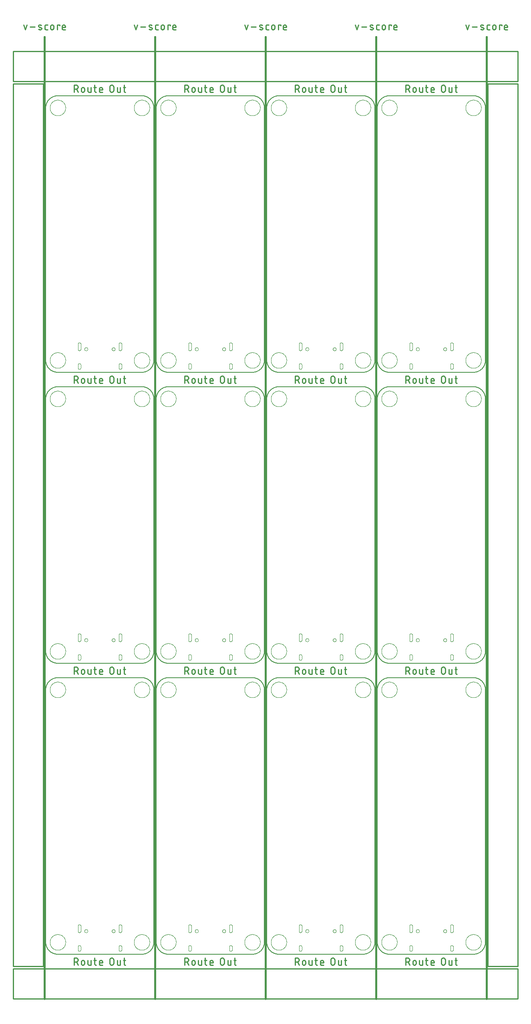
<source format=gko>
G04 EAGLE Gerber RS-274X export*
G75*
%MOMM*%
%FSLAX34Y34*%
%LPD*%
%IN*%
%IPPOS*%
%AMOC8*
5,1,8,0,0,1.08239X$1,22.5*%
G01*
%ADD10C,0.203200*%
%ADD11C,0.279400*%
%ADD12C,0.381000*%
%ADD13C,0.254000*%
%ADD14C,0.000000*%
%ADD15C,0.010000*%


D10*
X25400Y584200D02*
X203200Y584200D01*
X203814Y584193D01*
X204427Y584170D01*
X205040Y584133D01*
X205651Y584081D01*
X206262Y584015D01*
X206870Y583933D01*
X207476Y583837D01*
X208080Y583727D01*
X208681Y583602D01*
X209279Y583462D01*
X209873Y583308D01*
X210463Y583139D01*
X211049Y582957D01*
X211630Y582760D01*
X212207Y582549D01*
X212778Y582325D01*
X213344Y582087D01*
X213904Y581835D01*
X214457Y581569D01*
X215004Y581291D01*
X215544Y580999D01*
X216077Y580694D01*
X216602Y580376D01*
X217120Y580046D01*
X217629Y579704D01*
X218130Y579349D01*
X218622Y578982D01*
X219105Y578604D01*
X219579Y578214D01*
X220043Y577812D01*
X220498Y577400D01*
X220942Y576976D01*
X221376Y576542D01*
X221800Y576098D01*
X222212Y575643D01*
X222614Y575179D01*
X223004Y574705D01*
X223382Y574222D01*
X223749Y573730D01*
X224104Y573229D01*
X224446Y572720D01*
X224776Y572202D01*
X225094Y571677D01*
X225399Y571144D01*
X225691Y570604D01*
X225969Y570057D01*
X226235Y569504D01*
X226487Y568944D01*
X226725Y568378D01*
X226949Y567807D01*
X227160Y567230D01*
X227357Y566649D01*
X227539Y566063D01*
X227708Y565473D01*
X227862Y564879D01*
X228002Y564281D01*
X228127Y563680D01*
X228237Y563076D01*
X228333Y562470D01*
X228415Y561862D01*
X228481Y561251D01*
X228533Y560640D01*
X228570Y560027D01*
X228593Y559414D01*
X228600Y558800D01*
X228600Y25400D01*
X228593Y24786D01*
X228570Y24173D01*
X228533Y23560D01*
X228481Y22949D01*
X228415Y22338D01*
X228333Y21730D01*
X228237Y21124D01*
X228127Y20520D01*
X228002Y19919D01*
X227862Y19321D01*
X227708Y18727D01*
X227539Y18137D01*
X227357Y17551D01*
X227160Y16970D01*
X226949Y16393D01*
X226725Y15822D01*
X226487Y15256D01*
X226235Y14696D01*
X225969Y14143D01*
X225691Y13596D01*
X225399Y13056D01*
X225094Y12523D01*
X224776Y11998D01*
X224446Y11480D01*
X224104Y10971D01*
X223749Y10470D01*
X223382Y9978D01*
X223004Y9495D01*
X222614Y9021D01*
X222212Y8557D01*
X221800Y8102D01*
X221376Y7658D01*
X220942Y7224D01*
X220498Y6800D01*
X220043Y6388D01*
X219579Y5986D01*
X219105Y5596D01*
X218622Y5218D01*
X218130Y4851D01*
X217629Y4496D01*
X217120Y4154D01*
X216602Y3824D01*
X216077Y3506D01*
X215544Y3201D01*
X215004Y2909D01*
X214457Y2631D01*
X213904Y2365D01*
X213344Y2113D01*
X212778Y1875D01*
X212207Y1651D01*
X211630Y1440D01*
X211049Y1243D01*
X210463Y1061D01*
X209873Y892D01*
X209279Y738D01*
X208681Y598D01*
X208080Y473D01*
X207476Y363D01*
X206870Y267D01*
X206262Y185D01*
X205651Y119D01*
X205040Y67D01*
X204427Y30D01*
X203814Y7D01*
X203200Y0D01*
X25400Y0D01*
X24786Y7D01*
X24173Y30D01*
X23560Y67D01*
X22949Y119D01*
X22338Y185D01*
X21730Y267D01*
X21124Y363D01*
X20520Y473D01*
X19919Y598D01*
X19321Y738D01*
X18727Y892D01*
X18137Y1061D01*
X17551Y1243D01*
X16970Y1440D01*
X16393Y1651D01*
X15822Y1875D01*
X15256Y2113D01*
X14696Y2365D01*
X14143Y2631D01*
X13596Y2909D01*
X13056Y3201D01*
X12523Y3506D01*
X11998Y3824D01*
X11480Y4154D01*
X10971Y4496D01*
X10470Y4851D01*
X9978Y5218D01*
X9495Y5596D01*
X9021Y5986D01*
X8557Y6388D01*
X8102Y6800D01*
X7658Y7224D01*
X7224Y7658D01*
X6800Y8102D01*
X6388Y8557D01*
X5986Y9021D01*
X5596Y9495D01*
X5218Y9978D01*
X4851Y10470D01*
X4496Y10971D01*
X4154Y11480D01*
X3824Y11998D01*
X3506Y12523D01*
X3201Y13056D01*
X2909Y13596D01*
X2631Y14143D01*
X2365Y14696D01*
X2113Y15256D01*
X1875Y15822D01*
X1651Y16393D01*
X1440Y16970D01*
X1243Y17551D01*
X1061Y18137D01*
X892Y18727D01*
X738Y19321D01*
X598Y19919D01*
X473Y20520D01*
X363Y21124D01*
X267Y21730D01*
X185Y22338D01*
X119Y22949D01*
X67Y23560D01*
X30Y24173D01*
X7Y24786D01*
X0Y25400D01*
X0Y558800D01*
X7Y559414D01*
X30Y560027D01*
X67Y560640D01*
X119Y561251D01*
X185Y561862D01*
X267Y562470D01*
X363Y563076D01*
X473Y563680D01*
X598Y564281D01*
X738Y564879D01*
X892Y565473D01*
X1061Y566063D01*
X1243Y566649D01*
X1440Y567230D01*
X1651Y567807D01*
X1875Y568378D01*
X2113Y568944D01*
X2365Y569504D01*
X2631Y570057D01*
X2909Y570604D01*
X3201Y571144D01*
X3506Y571677D01*
X3824Y572202D01*
X4154Y572720D01*
X4496Y573229D01*
X4851Y573730D01*
X5218Y574222D01*
X5596Y574705D01*
X5986Y575179D01*
X6388Y575643D01*
X6800Y576098D01*
X7224Y576542D01*
X7658Y576976D01*
X8102Y577400D01*
X8557Y577812D01*
X9021Y578214D01*
X9495Y578604D01*
X9978Y578982D01*
X10470Y579349D01*
X10971Y579704D01*
X11480Y580046D01*
X11998Y580376D01*
X12523Y580694D01*
X13056Y580999D01*
X13596Y581291D01*
X14143Y581569D01*
X14696Y581835D01*
X15256Y582087D01*
X15822Y582325D01*
X16393Y582549D01*
X16970Y582760D01*
X17551Y582957D01*
X18137Y583139D01*
X18727Y583308D01*
X19321Y583462D01*
X19919Y583602D01*
X20520Y583727D01*
X21124Y583837D01*
X21730Y583933D01*
X22338Y584015D01*
X22949Y584081D01*
X23560Y584133D01*
X24173Y584170D01*
X24786Y584193D01*
X25400Y584200D01*
D11*
X59804Y-7747D02*
X59804Y-22733D01*
X59804Y-7747D02*
X63967Y-7747D01*
X64095Y-7749D01*
X64223Y-7755D01*
X64351Y-7765D01*
X64479Y-7779D01*
X64606Y-7796D01*
X64732Y-7818D01*
X64858Y-7843D01*
X64982Y-7873D01*
X65106Y-7906D01*
X65229Y-7943D01*
X65351Y-7984D01*
X65471Y-8028D01*
X65590Y-8076D01*
X65707Y-8128D01*
X65823Y-8183D01*
X65936Y-8242D01*
X66049Y-8305D01*
X66159Y-8371D01*
X66266Y-8440D01*
X66372Y-8512D01*
X66476Y-8588D01*
X66577Y-8667D01*
X66676Y-8749D01*
X66772Y-8834D01*
X66865Y-8921D01*
X66956Y-9012D01*
X67043Y-9105D01*
X67128Y-9201D01*
X67210Y-9300D01*
X67289Y-9401D01*
X67365Y-9505D01*
X67437Y-9611D01*
X67506Y-9718D01*
X67572Y-9829D01*
X67635Y-9941D01*
X67694Y-10054D01*
X67749Y-10170D01*
X67801Y-10287D01*
X67849Y-10406D01*
X67893Y-10526D01*
X67934Y-10648D01*
X67971Y-10771D01*
X68004Y-10895D01*
X68034Y-11019D01*
X68059Y-11145D01*
X68081Y-11271D01*
X68098Y-11398D01*
X68112Y-11526D01*
X68122Y-11654D01*
X68128Y-11782D01*
X68130Y-11910D01*
X68128Y-12038D01*
X68122Y-12166D01*
X68112Y-12294D01*
X68098Y-12422D01*
X68081Y-12549D01*
X68059Y-12675D01*
X68034Y-12801D01*
X68004Y-12925D01*
X67971Y-13049D01*
X67934Y-13172D01*
X67893Y-13294D01*
X67849Y-13414D01*
X67801Y-13533D01*
X67749Y-13650D01*
X67694Y-13766D01*
X67635Y-13879D01*
X67572Y-13992D01*
X67506Y-14102D01*
X67437Y-14209D01*
X67365Y-14315D01*
X67289Y-14419D01*
X67210Y-14520D01*
X67128Y-14619D01*
X67043Y-14715D01*
X66956Y-14808D01*
X66865Y-14899D01*
X66772Y-14986D01*
X66676Y-15071D01*
X66577Y-15153D01*
X66476Y-15232D01*
X66372Y-15308D01*
X66266Y-15380D01*
X66159Y-15449D01*
X66049Y-15515D01*
X65936Y-15578D01*
X65823Y-15637D01*
X65707Y-15692D01*
X65590Y-15744D01*
X65471Y-15792D01*
X65351Y-15836D01*
X65229Y-15877D01*
X65106Y-15914D01*
X64982Y-15947D01*
X64858Y-15977D01*
X64732Y-16002D01*
X64606Y-16024D01*
X64479Y-16041D01*
X64351Y-16055D01*
X64223Y-16065D01*
X64095Y-16071D01*
X63967Y-16073D01*
X59804Y-16073D01*
X64799Y-16073D02*
X68129Y-22733D01*
X75088Y-19403D02*
X75088Y-16073D01*
X75090Y-15959D01*
X75096Y-15846D01*
X75105Y-15732D01*
X75119Y-15620D01*
X75136Y-15507D01*
X75158Y-15395D01*
X75183Y-15285D01*
X75211Y-15175D01*
X75244Y-15066D01*
X75280Y-14958D01*
X75320Y-14851D01*
X75364Y-14746D01*
X75411Y-14643D01*
X75461Y-14541D01*
X75515Y-14441D01*
X75573Y-14343D01*
X75634Y-14247D01*
X75697Y-14153D01*
X75765Y-14061D01*
X75835Y-13971D01*
X75908Y-13885D01*
X75984Y-13800D01*
X76063Y-13718D01*
X76145Y-13639D01*
X76230Y-13563D01*
X76316Y-13490D01*
X76406Y-13420D01*
X76498Y-13352D01*
X76592Y-13289D01*
X76688Y-13228D01*
X76786Y-13170D01*
X76886Y-13116D01*
X76988Y-13066D01*
X77091Y-13019D01*
X77196Y-12975D01*
X77303Y-12935D01*
X77411Y-12899D01*
X77520Y-12866D01*
X77630Y-12838D01*
X77740Y-12813D01*
X77852Y-12791D01*
X77965Y-12774D01*
X78077Y-12760D01*
X78191Y-12751D01*
X78304Y-12745D01*
X78418Y-12743D01*
X78532Y-12745D01*
X78645Y-12751D01*
X78759Y-12760D01*
X78871Y-12774D01*
X78984Y-12791D01*
X79096Y-12813D01*
X79206Y-12838D01*
X79316Y-12866D01*
X79425Y-12899D01*
X79533Y-12935D01*
X79640Y-12975D01*
X79745Y-13019D01*
X79848Y-13066D01*
X79950Y-13116D01*
X80050Y-13170D01*
X80148Y-13228D01*
X80244Y-13289D01*
X80338Y-13352D01*
X80430Y-13420D01*
X80520Y-13490D01*
X80606Y-13563D01*
X80691Y-13639D01*
X80773Y-13718D01*
X80852Y-13800D01*
X80928Y-13885D01*
X81001Y-13971D01*
X81071Y-14061D01*
X81139Y-14153D01*
X81202Y-14247D01*
X81263Y-14343D01*
X81321Y-14441D01*
X81375Y-14541D01*
X81425Y-14643D01*
X81472Y-14746D01*
X81516Y-14851D01*
X81556Y-14958D01*
X81592Y-15066D01*
X81625Y-15175D01*
X81653Y-15285D01*
X81678Y-15395D01*
X81700Y-15507D01*
X81717Y-15620D01*
X81731Y-15732D01*
X81740Y-15846D01*
X81746Y-15959D01*
X81748Y-16073D01*
X81748Y-19403D01*
X81746Y-19517D01*
X81740Y-19630D01*
X81731Y-19744D01*
X81717Y-19856D01*
X81700Y-19969D01*
X81678Y-20081D01*
X81653Y-20191D01*
X81625Y-20301D01*
X81592Y-20410D01*
X81556Y-20518D01*
X81516Y-20625D01*
X81472Y-20730D01*
X81425Y-20833D01*
X81375Y-20935D01*
X81321Y-21035D01*
X81263Y-21133D01*
X81202Y-21229D01*
X81139Y-21323D01*
X81071Y-21415D01*
X81001Y-21505D01*
X80928Y-21591D01*
X80852Y-21676D01*
X80773Y-21758D01*
X80691Y-21837D01*
X80606Y-21913D01*
X80520Y-21986D01*
X80430Y-22056D01*
X80338Y-22124D01*
X80244Y-22187D01*
X80148Y-22248D01*
X80050Y-22306D01*
X79950Y-22360D01*
X79848Y-22410D01*
X79745Y-22457D01*
X79640Y-22501D01*
X79533Y-22541D01*
X79425Y-22577D01*
X79316Y-22610D01*
X79206Y-22638D01*
X79096Y-22663D01*
X78984Y-22685D01*
X78871Y-22702D01*
X78759Y-22716D01*
X78645Y-22725D01*
X78532Y-22731D01*
X78418Y-22733D01*
X78304Y-22731D01*
X78191Y-22725D01*
X78077Y-22716D01*
X77965Y-22702D01*
X77852Y-22685D01*
X77740Y-22663D01*
X77630Y-22638D01*
X77520Y-22610D01*
X77411Y-22577D01*
X77303Y-22541D01*
X77196Y-22501D01*
X77091Y-22457D01*
X76988Y-22410D01*
X76886Y-22360D01*
X76786Y-22306D01*
X76688Y-22248D01*
X76592Y-22187D01*
X76498Y-22124D01*
X76406Y-22056D01*
X76316Y-21986D01*
X76230Y-21913D01*
X76145Y-21837D01*
X76063Y-21758D01*
X75984Y-21676D01*
X75908Y-21591D01*
X75835Y-21505D01*
X75765Y-21415D01*
X75697Y-21323D01*
X75634Y-21229D01*
X75573Y-21133D01*
X75515Y-21035D01*
X75461Y-20935D01*
X75411Y-20833D01*
X75364Y-20730D01*
X75320Y-20625D01*
X75280Y-20518D01*
X75244Y-20410D01*
X75211Y-20301D01*
X75183Y-20191D01*
X75158Y-20081D01*
X75136Y-19969D01*
X75119Y-19856D01*
X75105Y-19744D01*
X75096Y-19630D01*
X75090Y-19517D01*
X75088Y-19403D01*
X89156Y-20235D02*
X89156Y-12742D01*
X89155Y-20235D02*
X89157Y-20333D01*
X89163Y-20431D01*
X89172Y-20529D01*
X89186Y-20626D01*
X89203Y-20722D01*
X89224Y-20818D01*
X89249Y-20913D01*
X89277Y-21007D01*
X89309Y-21100D01*
X89345Y-21191D01*
X89384Y-21281D01*
X89427Y-21369D01*
X89474Y-21456D01*
X89523Y-21540D01*
X89576Y-21623D01*
X89632Y-21703D01*
X89691Y-21782D01*
X89754Y-21857D01*
X89819Y-21931D01*
X89887Y-22001D01*
X89957Y-22069D01*
X90031Y-22135D01*
X90107Y-22197D01*
X90185Y-22256D01*
X90265Y-22312D01*
X90348Y-22365D01*
X90432Y-22415D01*
X90519Y-22461D01*
X90607Y-22504D01*
X90697Y-22543D01*
X90788Y-22579D01*
X90881Y-22611D01*
X90975Y-22639D01*
X91070Y-22664D01*
X91166Y-22685D01*
X91262Y-22702D01*
X91359Y-22716D01*
X91457Y-22725D01*
X91555Y-22731D01*
X91653Y-22733D01*
X95816Y-22733D01*
X95816Y-12742D01*
X101797Y-12742D02*
X106792Y-12742D01*
X103462Y-7747D02*
X103462Y-20235D01*
X103464Y-20333D01*
X103470Y-20431D01*
X103479Y-20529D01*
X103493Y-20626D01*
X103510Y-20722D01*
X103531Y-20818D01*
X103556Y-20913D01*
X103584Y-21007D01*
X103616Y-21100D01*
X103652Y-21191D01*
X103691Y-21281D01*
X103734Y-21369D01*
X103781Y-21456D01*
X103830Y-21540D01*
X103883Y-21623D01*
X103939Y-21703D01*
X103998Y-21782D01*
X104061Y-21857D01*
X104126Y-21931D01*
X104194Y-22001D01*
X104264Y-22069D01*
X104338Y-22135D01*
X104414Y-22197D01*
X104492Y-22256D01*
X104572Y-22312D01*
X104655Y-22365D01*
X104739Y-22415D01*
X104826Y-22461D01*
X104914Y-22504D01*
X105004Y-22543D01*
X105095Y-22579D01*
X105188Y-22611D01*
X105282Y-22639D01*
X105377Y-22664D01*
X105473Y-22685D01*
X105569Y-22702D01*
X105666Y-22716D01*
X105764Y-22725D01*
X105862Y-22731D01*
X105960Y-22733D01*
X106792Y-22733D01*
X115621Y-22733D02*
X119784Y-22733D01*
X115621Y-22733D02*
X115523Y-22731D01*
X115425Y-22725D01*
X115327Y-22716D01*
X115230Y-22702D01*
X115134Y-22685D01*
X115038Y-22664D01*
X114943Y-22639D01*
X114849Y-22611D01*
X114756Y-22579D01*
X114665Y-22543D01*
X114575Y-22504D01*
X114487Y-22461D01*
X114400Y-22414D01*
X114316Y-22365D01*
X114233Y-22312D01*
X114153Y-22256D01*
X114075Y-22197D01*
X113999Y-22135D01*
X113925Y-22069D01*
X113855Y-22001D01*
X113787Y-21931D01*
X113722Y-21857D01*
X113659Y-21782D01*
X113600Y-21703D01*
X113544Y-21623D01*
X113491Y-21540D01*
X113442Y-21456D01*
X113395Y-21369D01*
X113352Y-21281D01*
X113313Y-21191D01*
X113277Y-21100D01*
X113245Y-21007D01*
X113217Y-20913D01*
X113192Y-20818D01*
X113171Y-20722D01*
X113154Y-20626D01*
X113140Y-20529D01*
X113131Y-20431D01*
X113125Y-20333D01*
X113123Y-20235D01*
X113124Y-20235D02*
X113124Y-16073D01*
X113126Y-15959D01*
X113132Y-15846D01*
X113141Y-15732D01*
X113155Y-15620D01*
X113172Y-15507D01*
X113194Y-15395D01*
X113219Y-15285D01*
X113247Y-15175D01*
X113280Y-15066D01*
X113316Y-14958D01*
X113356Y-14851D01*
X113400Y-14746D01*
X113447Y-14643D01*
X113497Y-14541D01*
X113551Y-14441D01*
X113609Y-14343D01*
X113670Y-14247D01*
X113733Y-14153D01*
X113801Y-14061D01*
X113871Y-13971D01*
X113944Y-13885D01*
X114020Y-13800D01*
X114099Y-13718D01*
X114181Y-13639D01*
X114266Y-13563D01*
X114352Y-13490D01*
X114442Y-13420D01*
X114534Y-13352D01*
X114628Y-13289D01*
X114724Y-13228D01*
X114822Y-13170D01*
X114922Y-13116D01*
X115024Y-13066D01*
X115127Y-13019D01*
X115232Y-12975D01*
X115339Y-12935D01*
X115447Y-12899D01*
X115556Y-12866D01*
X115666Y-12838D01*
X115776Y-12813D01*
X115888Y-12791D01*
X116001Y-12774D01*
X116113Y-12760D01*
X116227Y-12751D01*
X116340Y-12745D01*
X116454Y-12743D01*
X116568Y-12745D01*
X116681Y-12751D01*
X116795Y-12760D01*
X116907Y-12774D01*
X117020Y-12791D01*
X117132Y-12813D01*
X117242Y-12838D01*
X117352Y-12866D01*
X117461Y-12899D01*
X117569Y-12935D01*
X117676Y-12975D01*
X117781Y-13019D01*
X117884Y-13066D01*
X117986Y-13116D01*
X118086Y-13170D01*
X118184Y-13228D01*
X118280Y-13289D01*
X118374Y-13352D01*
X118466Y-13420D01*
X118556Y-13490D01*
X118642Y-13563D01*
X118727Y-13639D01*
X118809Y-13718D01*
X118888Y-13800D01*
X118964Y-13885D01*
X119037Y-13971D01*
X119107Y-14061D01*
X119175Y-14153D01*
X119238Y-14247D01*
X119299Y-14343D01*
X119357Y-14441D01*
X119411Y-14541D01*
X119461Y-14643D01*
X119508Y-14746D01*
X119552Y-14851D01*
X119592Y-14958D01*
X119628Y-15066D01*
X119661Y-15175D01*
X119689Y-15285D01*
X119714Y-15395D01*
X119736Y-15507D01*
X119753Y-15620D01*
X119767Y-15732D01*
X119776Y-15846D01*
X119782Y-15959D01*
X119784Y-16073D01*
X119784Y-17738D01*
X113124Y-17738D01*
X135217Y-18570D02*
X135217Y-11910D01*
X135219Y-11782D01*
X135225Y-11654D01*
X135235Y-11526D01*
X135249Y-11398D01*
X135266Y-11271D01*
X135288Y-11145D01*
X135313Y-11019D01*
X135343Y-10895D01*
X135376Y-10771D01*
X135413Y-10648D01*
X135454Y-10526D01*
X135498Y-10406D01*
X135546Y-10287D01*
X135598Y-10170D01*
X135653Y-10054D01*
X135712Y-9941D01*
X135775Y-9828D01*
X135841Y-9718D01*
X135910Y-9611D01*
X135982Y-9505D01*
X136058Y-9401D01*
X136137Y-9300D01*
X136219Y-9201D01*
X136304Y-9105D01*
X136391Y-9012D01*
X136482Y-8921D01*
X136575Y-8834D01*
X136671Y-8749D01*
X136770Y-8667D01*
X136871Y-8588D01*
X136975Y-8512D01*
X137081Y-8440D01*
X137188Y-8371D01*
X137299Y-8305D01*
X137411Y-8242D01*
X137524Y-8183D01*
X137640Y-8128D01*
X137757Y-8076D01*
X137876Y-8028D01*
X137996Y-7984D01*
X138118Y-7943D01*
X138241Y-7906D01*
X138365Y-7873D01*
X138489Y-7843D01*
X138615Y-7818D01*
X138741Y-7796D01*
X138868Y-7779D01*
X138996Y-7765D01*
X139124Y-7755D01*
X139252Y-7749D01*
X139380Y-7747D01*
X139508Y-7749D01*
X139636Y-7755D01*
X139764Y-7765D01*
X139892Y-7779D01*
X140019Y-7796D01*
X140145Y-7818D01*
X140271Y-7843D01*
X140395Y-7873D01*
X140519Y-7906D01*
X140642Y-7943D01*
X140764Y-7984D01*
X140884Y-8028D01*
X141003Y-8076D01*
X141120Y-8128D01*
X141236Y-8183D01*
X141349Y-8242D01*
X141462Y-8305D01*
X141572Y-8371D01*
X141679Y-8440D01*
X141785Y-8512D01*
X141889Y-8588D01*
X141990Y-8667D01*
X142089Y-8749D01*
X142185Y-8834D01*
X142278Y-8921D01*
X142369Y-9012D01*
X142456Y-9105D01*
X142541Y-9201D01*
X142623Y-9300D01*
X142702Y-9401D01*
X142778Y-9505D01*
X142850Y-9611D01*
X142919Y-9718D01*
X142985Y-9829D01*
X143048Y-9941D01*
X143107Y-10054D01*
X143162Y-10170D01*
X143214Y-10287D01*
X143262Y-10406D01*
X143306Y-10526D01*
X143347Y-10648D01*
X143384Y-10771D01*
X143417Y-10895D01*
X143447Y-11019D01*
X143472Y-11145D01*
X143494Y-11271D01*
X143511Y-11398D01*
X143525Y-11526D01*
X143535Y-11654D01*
X143541Y-11782D01*
X143543Y-11910D01*
X143542Y-11910D02*
X143542Y-18570D01*
X143543Y-18570D02*
X143541Y-18698D01*
X143535Y-18826D01*
X143525Y-18954D01*
X143511Y-19082D01*
X143494Y-19209D01*
X143472Y-19335D01*
X143447Y-19461D01*
X143417Y-19585D01*
X143384Y-19709D01*
X143347Y-19832D01*
X143306Y-19954D01*
X143262Y-20074D01*
X143214Y-20193D01*
X143162Y-20310D01*
X143107Y-20426D01*
X143048Y-20539D01*
X142985Y-20652D01*
X142919Y-20762D01*
X142850Y-20869D01*
X142778Y-20975D01*
X142702Y-21079D01*
X142623Y-21180D01*
X142541Y-21279D01*
X142456Y-21375D01*
X142369Y-21468D01*
X142278Y-21559D01*
X142185Y-21646D01*
X142089Y-21731D01*
X141990Y-21813D01*
X141889Y-21892D01*
X141785Y-21968D01*
X141679Y-22040D01*
X141572Y-22109D01*
X141461Y-22175D01*
X141349Y-22238D01*
X141236Y-22297D01*
X141120Y-22352D01*
X141003Y-22404D01*
X140884Y-22452D01*
X140764Y-22496D01*
X140642Y-22537D01*
X140519Y-22574D01*
X140395Y-22607D01*
X140271Y-22637D01*
X140145Y-22662D01*
X140019Y-22684D01*
X139892Y-22701D01*
X139764Y-22715D01*
X139636Y-22725D01*
X139508Y-22731D01*
X139380Y-22733D01*
X139252Y-22731D01*
X139124Y-22725D01*
X138996Y-22715D01*
X138868Y-22701D01*
X138741Y-22684D01*
X138615Y-22662D01*
X138489Y-22637D01*
X138365Y-22607D01*
X138241Y-22574D01*
X138118Y-22537D01*
X137996Y-22496D01*
X137876Y-22452D01*
X137757Y-22404D01*
X137640Y-22352D01*
X137524Y-22297D01*
X137411Y-22238D01*
X137299Y-22175D01*
X137188Y-22109D01*
X137081Y-22040D01*
X136975Y-21968D01*
X136871Y-21892D01*
X136770Y-21813D01*
X136671Y-21731D01*
X136575Y-21646D01*
X136482Y-21559D01*
X136391Y-21468D01*
X136304Y-21375D01*
X136219Y-21279D01*
X136137Y-21180D01*
X136058Y-21079D01*
X135982Y-20975D01*
X135910Y-20869D01*
X135841Y-20762D01*
X135775Y-20651D01*
X135712Y-20539D01*
X135653Y-20426D01*
X135598Y-20310D01*
X135546Y-20193D01*
X135498Y-20074D01*
X135454Y-19954D01*
X135413Y-19832D01*
X135376Y-19709D01*
X135343Y-19585D01*
X135313Y-19461D01*
X135288Y-19335D01*
X135266Y-19209D01*
X135249Y-19082D01*
X135235Y-18954D01*
X135225Y-18826D01*
X135219Y-18698D01*
X135217Y-18570D01*
X151159Y-20235D02*
X151159Y-12742D01*
X151159Y-20235D02*
X151161Y-20333D01*
X151167Y-20431D01*
X151176Y-20529D01*
X151190Y-20626D01*
X151207Y-20722D01*
X151228Y-20818D01*
X151253Y-20913D01*
X151281Y-21007D01*
X151313Y-21100D01*
X151349Y-21191D01*
X151388Y-21281D01*
X151431Y-21369D01*
X151478Y-21456D01*
X151527Y-21540D01*
X151580Y-21623D01*
X151636Y-21703D01*
X151695Y-21782D01*
X151758Y-21857D01*
X151823Y-21931D01*
X151891Y-22001D01*
X151961Y-22069D01*
X152035Y-22135D01*
X152111Y-22197D01*
X152189Y-22256D01*
X152269Y-22312D01*
X152352Y-22365D01*
X152436Y-22415D01*
X152523Y-22461D01*
X152611Y-22504D01*
X152701Y-22543D01*
X152792Y-22579D01*
X152885Y-22611D01*
X152979Y-22639D01*
X153074Y-22664D01*
X153170Y-22685D01*
X153266Y-22702D01*
X153363Y-22716D01*
X153461Y-22725D01*
X153559Y-22731D01*
X153657Y-22733D01*
X157820Y-22733D01*
X157820Y-12742D01*
X163801Y-12742D02*
X168796Y-12742D01*
X165466Y-7747D02*
X165466Y-20235D01*
X165465Y-20235D02*
X165467Y-20333D01*
X165473Y-20431D01*
X165482Y-20529D01*
X165496Y-20626D01*
X165513Y-20722D01*
X165534Y-20818D01*
X165559Y-20913D01*
X165587Y-21007D01*
X165619Y-21100D01*
X165655Y-21191D01*
X165694Y-21281D01*
X165737Y-21369D01*
X165784Y-21456D01*
X165833Y-21540D01*
X165886Y-21623D01*
X165942Y-21703D01*
X166001Y-21782D01*
X166064Y-21857D01*
X166129Y-21931D01*
X166197Y-22001D01*
X166267Y-22069D01*
X166341Y-22135D01*
X166417Y-22197D01*
X166495Y-22256D01*
X166575Y-22312D01*
X166658Y-22365D01*
X166742Y-22415D01*
X166829Y-22461D01*
X166917Y-22504D01*
X167007Y-22543D01*
X167098Y-22579D01*
X167191Y-22611D01*
X167285Y-22639D01*
X167380Y-22664D01*
X167476Y-22685D01*
X167572Y-22702D01*
X167669Y-22716D01*
X167767Y-22725D01*
X167865Y-22731D01*
X167963Y-22733D01*
X167964Y-22733D02*
X168796Y-22733D01*
D10*
X259080Y584200D02*
X436880Y584200D01*
X437494Y584193D01*
X438107Y584170D01*
X438720Y584133D01*
X439331Y584081D01*
X439942Y584015D01*
X440550Y583933D01*
X441156Y583837D01*
X441760Y583727D01*
X442361Y583602D01*
X442959Y583462D01*
X443553Y583308D01*
X444143Y583139D01*
X444729Y582957D01*
X445310Y582760D01*
X445887Y582549D01*
X446458Y582325D01*
X447024Y582087D01*
X447584Y581835D01*
X448137Y581569D01*
X448684Y581291D01*
X449224Y580999D01*
X449757Y580694D01*
X450282Y580376D01*
X450800Y580046D01*
X451309Y579704D01*
X451810Y579349D01*
X452302Y578982D01*
X452785Y578604D01*
X453259Y578214D01*
X453723Y577812D01*
X454178Y577400D01*
X454622Y576976D01*
X455056Y576542D01*
X455480Y576098D01*
X455892Y575643D01*
X456294Y575179D01*
X456684Y574705D01*
X457062Y574222D01*
X457429Y573730D01*
X457784Y573229D01*
X458126Y572720D01*
X458456Y572202D01*
X458774Y571677D01*
X459079Y571144D01*
X459371Y570604D01*
X459649Y570057D01*
X459915Y569504D01*
X460167Y568944D01*
X460405Y568378D01*
X460629Y567807D01*
X460840Y567230D01*
X461037Y566649D01*
X461219Y566063D01*
X461388Y565473D01*
X461542Y564879D01*
X461682Y564281D01*
X461807Y563680D01*
X461917Y563076D01*
X462013Y562470D01*
X462095Y561862D01*
X462161Y561251D01*
X462213Y560640D01*
X462250Y560027D01*
X462273Y559414D01*
X462280Y558800D01*
X462280Y25400D01*
X462273Y24786D01*
X462250Y24173D01*
X462213Y23560D01*
X462161Y22949D01*
X462095Y22338D01*
X462013Y21730D01*
X461917Y21124D01*
X461807Y20520D01*
X461682Y19919D01*
X461542Y19321D01*
X461388Y18727D01*
X461219Y18137D01*
X461037Y17551D01*
X460840Y16970D01*
X460629Y16393D01*
X460405Y15822D01*
X460167Y15256D01*
X459915Y14696D01*
X459649Y14143D01*
X459371Y13596D01*
X459079Y13056D01*
X458774Y12523D01*
X458456Y11998D01*
X458126Y11480D01*
X457784Y10971D01*
X457429Y10470D01*
X457062Y9978D01*
X456684Y9495D01*
X456294Y9021D01*
X455892Y8557D01*
X455480Y8102D01*
X455056Y7658D01*
X454622Y7224D01*
X454178Y6800D01*
X453723Y6388D01*
X453259Y5986D01*
X452785Y5596D01*
X452302Y5218D01*
X451810Y4851D01*
X451309Y4496D01*
X450800Y4154D01*
X450282Y3824D01*
X449757Y3506D01*
X449224Y3201D01*
X448684Y2909D01*
X448137Y2631D01*
X447584Y2365D01*
X447024Y2113D01*
X446458Y1875D01*
X445887Y1651D01*
X445310Y1440D01*
X444729Y1243D01*
X444143Y1061D01*
X443553Y892D01*
X442959Y738D01*
X442361Y598D01*
X441760Y473D01*
X441156Y363D01*
X440550Y267D01*
X439942Y185D01*
X439331Y119D01*
X438720Y67D01*
X438107Y30D01*
X437494Y7D01*
X436880Y0D01*
X259080Y0D01*
X258466Y7D01*
X257853Y30D01*
X257240Y67D01*
X256629Y119D01*
X256018Y185D01*
X255410Y267D01*
X254804Y363D01*
X254200Y473D01*
X253599Y598D01*
X253001Y738D01*
X252407Y892D01*
X251817Y1061D01*
X251231Y1243D01*
X250650Y1440D01*
X250073Y1651D01*
X249502Y1875D01*
X248936Y2113D01*
X248376Y2365D01*
X247823Y2631D01*
X247276Y2909D01*
X246736Y3201D01*
X246203Y3506D01*
X245678Y3824D01*
X245160Y4154D01*
X244651Y4496D01*
X244150Y4851D01*
X243658Y5218D01*
X243175Y5596D01*
X242701Y5986D01*
X242237Y6388D01*
X241782Y6800D01*
X241338Y7224D01*
X240904Y7658D01*
X240480Y8102D01*
X240068Y8557D01*
X239666Y9021D01*
X239276Y9495D01*
X238898Y9978D01*
X238531Y10470D01*
X238176Y10971D01*
X237834Y11480D01*
X237504Y11998D01*
X237186Y12523D01*
X236881Y13056D01*
X236589Y13596D01*
X236311Y14143D01*
X236045Y14696D01*
X235793Y15256D01*
X235555Y15822D01*
X235331Y16393D01*
X235120Y16970D01*
X234923Y17551D01*
X234741Y18137D01*
X234572Y18727D01*
X234418Y19321D01*
X234278Y19919D01*
X234153Y20520D01*
X234043Y21124D01*
X233947Y21730D01*
X233865Y22338D01*
X233799Y22949D01*
X233747Y23560D01*
X233710Y24173D01*
X233687Y24786D01*
X233680Y25400D01*
X233680Y558800D01*
X233687Y559414D01*
X233710Y560027D01*
X233747Y560640D01*
X233799Y561251D01*
X233865Y561862D01*
X233947Y562470D01*
X234043Y563076D01*
X234153Y563680D01*
X234278Y564281D01*
X234418Y564879D01*
X234572Y565473D01*
X234741Y566063D01*
X234923Y566649D01*
X235120Y567230D01*
X235331Y567807D01*
X235555Y568378D01*
X235793Y568944D01*
X236045Y569504D01*
X236311Y570057D01*
X236589Y570604D01*
X236881Y571144D01*
X237186Y571677D01*
X237504Y572202D01*
X237834Y572720D01*
X238176Y573229D01*
X238531Y573730D01*
X238898Y574222D01*
X239276Y574705D01*
X239666Y575179D01*
X240068Y575643D01*
X240480Y576098D01*
X240904Y576542D01*
X241338Y576976D01*
X241782Y577400D01*
X242237Y577812D01*
X242701Y578214D01*
X243175Y578604D01*
X243658Y578982D01*
X244150Y579349D01*
X244651Y579704D01*
X245160Y580046D01*
X245678Y580376D01*
X246203Y580694D01*
X246736Y580999D01*
X247276Y581291D01*
X247823Y581569D01*
X248376Y581835D01*
X248936Y582087D01*
X249502Y582325D01*
X250073Y582549D01*
X250650Y582760D01*
X251231Y582957D01*
X251817Y583139D01*
X252407Y583308D01*
X253001Y583462D01*
X253599Y583602D01*
X254200Y583727D01*
X254804Y583837D01*
X255410Y583933D01*
X256018Y584015D01*
X256629Y584081D01*
X257240Y584133D01*
X257853Y584170D01*
X258466Y584193D01*
X259080Y584200D01*
D11*
X293484Y-7747D02*
X293484Y-22733D01*
X293484Y-7747D02*
X297647Y-7747D01*
X297775Y-7749D01*
X297903Y-7755D01*
X298031Y-7765D01*
X298159Y-7779D01*
X298286Y-7796D01*
X298412Y-7818D01*
X298538Y-7843D01*
X298662Y-7873D01*
X298786Y-7906D01*
X298909Y-7943D01*
X299031Y-7984D01*
X299151Y-8028D01*
X299270Y-8076D01*
X299387Y-8128D01*
X299503Y-8183D01*
X299616Y-8242D01*
X299729Y-8305D01*
X299839Y-8371D01*
X299946Y-8440D01*
X300052Y-8512D01*
X300156Y-8588D01*
X300257Y-8667D01*
X300356Y-8749D01*
X300452Y-8834D01*
X300545Y-8921D01*
X300636Y-9012D01*
X300723Y-9105D01*
X300808Y-9201D01*
X300890Y-9300D01*
X300969Y-9401D01*
X301045Y-9505D01*
X301117Y-9611D01*
X301186Y-9718D01*
X301252Y-9829D01*
X301315Y-9941D01*
X301374Y-10054D01*
X301429Y-10170D01*
X301481Y-10287D01*
X301529Y-10406D01*
X301573Y-10526D01*
X301614Y-10648D01*
X301651Y-10771D01*
X301684Y-10895D01*
X301714Y-11019D01*
X301739Y-11145D01*
X301761Y-11271D01*
X301778Y-11398D01*
X301792Y-11526D01*
X301802Y-11654D01*
X301808Y-11782D01*
X301810Y-11910D01*
X301808Y-12038D01*
X301802Y-12166D01*
X301792Y-12294D01*
X301778Y-12422D01*
X301761Y-12549D01*
X301739Y-12675D01*
X301714Y-12801D01*
X301684Y-12925D01*
X301651Y-13049D01*
X301614Y-13172D01*
X301573Y-13294D01*
X301529Y-13414D01*
X301481Y-13533D01*
X301429Y-13650D01*
X301374Y-13766D01*
X301315Y-13879D01*
X301252Y-13992D01*
X301186Y-14102D01*
X301117Y-14209D01*
X301045Y-14315D01*
X300969Y-14419D01*
X300890Y-14520D01*
X300808Y-14619D01*
X300723Y-14715D01*
X300636Y-14808D01*
X300545Y-14899D01*
X300452Y-14986D01*
X300356Y-15071D01*
X300257Y-15153D01*
X300156Y-15232D01*
X300052Y-15308D01*
X299946Y-15380D01*
X299839Y-15449D01*
X299729Y-15515D01*
X299616Y-15578D01*
X299503Y-15637D01*
X299387Y-15692D01*
X299270Y-15744D01*
X299151Y-15792D01*
X299031Y-15836D01*
X298909Y-15877D01*
X298786Y-15914D01*
X298662Y-15947D01*
X298538Y-15977D01*
X298412Y-16002D01*
X298286Y-16024D01*
X298159Y-16041D01*
X298031Y-16055D01*
X297903Y-16065D01*
X297775Y-16071D01*
X297647Y-16073D01*
X293484Y-16073D01*
X298479Y-16073D02*
X301809Y-22733D01*
X308768Y-19403D02*
X308768Y-16073D01*
X308770Y-15959D01*
X308776Y-15846D01*
X308785Y-15732D01*
X308799Y-15620D01*
X308816Y-15507D01*
X308838Y-15395D01*
X308863Y-15285D01*
X308891Y-15175D01*
X308924Y-15066D01*
X308960Y-14958D01*
X309000Y-14851D01*
X309044Y-14746D01*
X309091Y-14643D01*
X309141Y-14541D01*
X309195Y-14441D01*
X309253Y-14343D01*
X309314Y-14247D01*
X309377Y-14153D01*
X309445Y-14061D01*
X309515Y-13971D01*
X309588Y-13885D01*
X309664Y-13800D01*
X309743Y-13718D01*
X309825Y-13639D01*
X309910Y-13563D01*
X309996Y-13490D01*
X310086Y-13420D01*
X310178Y-13352D01*
X310272Y-13289D01*
X310368Y-13228D01*
X310466Y-13170D01*
X310566Y-13116D01*
X310668Y-13066D01*
X310771Y-13019D01*
X310876Y-12975D01*
X310983Y-12935D01*
X311091Y-12899D01*
X311200Y-12866D01*
X311310Y-12838D01*
X311420Y-12813D01*
X311532Y-12791D01*
X311645Y-12774D01*
X311757Y-12760D01*
X311871Y-12751D01*
X311984Y-12745D01*
X312098Y-12743D01*
X312212Y-12745D01*
X312325Y-12751D01*
X312439Y-12760D01*
X312551Y-12774D01*
X312664Y-12791D01*
X312776Y-12813D01*
X312886Y-12838D01*
X312996Y-12866D01*
X313105Y-12899D01*
X313213Y-12935D01*
X313320Y-12975D01*
X313425Y-13019D01*
X313528Y-13066D01*
X313630Y-13116D01*
X313730Y-13170D01*
X313828Y-13228D01*
X313924Y-13289D01*
X314018Y-13352D01*
X314110Y-13420D01*
X314200Y-13490D01*
X314286Y-13563D01*
X314371Y-13639D01*
X314453Y-13718D01*
X314532Y-13800D01*
X314608Y-13885D01*
X314681Y-13971D01*
X314751Y-14061D01*
X314819Y-14153D01*
X314882Y-14247D01*
X314943Y-14343D01*
X315001Y-14441D01*
X315055Y-14541D01*
X315105Y-14643D01*
X315152Y-14746D01*
X315196Y-14851D01*
X315236Y-14958D01*
X315272Y-15066D01*
X315305Y-15175D01*
X315333Y-15285D01*
X315358Y-15395D01*
X315380Y-15507D01*
X315397Y-15620D01*
X315411Y-15732D01*
X315420Y-15846D01*
X315426Y-15959D01*
X315428Y-16073D01*
X315428Y-19403D01*
X315426Y-19517D01*
X315420Y-19630D01*
X315411Y-19744D01*
X315397Y-19856D01*
X315380Y-19969D01*
X315358Y-20081D01*
X315333Y-20191D01*
X315305Y-20301D01*
X315272Y-20410D01*
X315236Y-20518D01*
X315196Y-20625D01*
X315152Y-20730D01*
X315105Y-20833D01*
X315055Y-20935D01*
X315001Y-21035D01*
X314943Y-21133D01*
X314882Y-21229D01*
X314819Y-21323D01*
X314751Y-21415D01*
X314681Y-21505D01*
X314608Y-21591D01*
X314532Y-21676D01*
X314453Y-21758D01*
X314371Y-21837D01*
X314286Y-21913D01*
X314200Y-21986D01*
X314110Y-22056D01*
X314018Y-22124D01*
X313924Y-22187D01*
X313828Y-22248D01*
X313730Y-22306D01*
X313630Y-22360D01*
X313528Y-22410D01*
X313425Y-22457D01*
X313320Y-22501D01*
X313213Y-22541D01*
X313105Y-22577D01*
X312996Y-22610D01*
X312886Y-22638D01*
X312776Y-22663D01*
X312664Y-22685D01*
X312551Y-22702D01*
X312439Y-22716D01*
X312325Y-22725D01*
X312212Y-22731D01*
X312098Y-22733D01*
X311984Y-22731D01*
X311871Y-22725D01*
X311757Y-22716D01*
X311645Y-22702D01*
X311532Y-22685D01*
X311420Y-22663D01*
X311310Y-22638D01*
X311200Y-22610D01*
X311091Y-22577D01*
X310983Y-22541D01*
X310876Y-22501D01*
X310771Y-22457D01*
X310668Y-22410D01*
X310566Y-22360D01*
X310466Y-22306D01*
X310368Y-22248D01*
X310272Y-22187D01*
X310178Y-22124D01*
X310086Y-22056D01*
X309996Y-21986D01*
X309910Y-21913D01*
X309825Y-21837D01*
X309743Y-21758D01*
X309664Y-21676D01*
X309588Y-21591D01*
X309515Y-21505D01*
X309445Y-21415D01*
X309377Y-21323D01*
X309314Y-21229D01*
X309253Y-21133D01*
X309195Y-21035D01*
X309141Y-20935D01*
X309091Y-20833D01*
X309044Y-20730D01*
X309000Y-20625D01*
X308960Y-20518D01*
X308924Y-20410D01*
X308891Y-20301D01*
X308863Y-20191D01*
X308838Y-20081D01*
X308816Y-19969D01*
X308799Y-19856D01*
X308785Y-19744D01*
X308776Y-19630D01*
X308770Y-19517D01*
X308768Y-19403D01*
X322836Y-20235D02*
X322836Y-12742D01*
X322835Y-20235D02*
X322837Y-20333D01*
X322843Y-20431D01*
X322852Y-20529D01*
X322866Y-20626D01*
X322883Y-20722D01*
X322904Y-20818D01*
X322929Y-20913D01*
X322957Y-21007D01*
X322989Y-21100D01*
X323025Y-21191D01*
X323064Y-21281D01*
X323107Y-21369D01*
X323154Y-21456D01*
X323203Y-21540D01*
X323256Y-21623D01*
X323312Y-21703D01*
X323371Y-21782D01*
X323434Y-21857D01*
X323499Y-21931D01*
X323567Y-22001D01*
X323637Y-22069D01*
X323711Y-22135D01*
X323787Y-22197D01*
X323865Y-22256D01*
X323945Y-22312D01*
X324028Y-22365D01*
X324112Y-22415D01*
X324199Y-22461D01*
X324287Y-22504D01*
X324377Y-22543D01*
X324468Y-22579D01*
X324561Y-22611D01*
X324655Y-22639D01*
X324750Y-22664D01*
X324846Y-22685D01*
X324942Y-22702D01*
X325039Y-22716D01*
X325137Y-22725D01*
X325235Y-22731D01*
X325333Y-22733D01*
X329496Y-22733D01*
X329496Y-12742D01*
X335477Y-12742D02*
X340472Y-12742D01*
X337142Y-7747D02*
X337142Y-20235D01*
X337144Y-20333D01*
X337150Y-20431D01*
X337159Y-20529D01*
X337173Y-20626D01*
X337190Y-20722D01*
X337211Y-20818D01*
X337236Y-20913D01*
X337264Y-21007D01*
X337296Y-21100D01*
X337332Y-21191D01*
X337371Y-21281D01*
X337414Y-21369D01*
X337461Y-21456D01*
X337510Y-21540D01*
X337563Y-21623D01*
X337619Y-21703D01*
X337678Y-21782D01*
X337741Y-21857D01*
X337806Y-21931D01*
X337874Y-22001D01*
X337944Y-22069D01*
X338018Y-22135D01*
X338094Y-22197D01*
X338172Y-22256D01*
X338252Y-22312D01*
X338335Y-22365D01*
X338419Y-22415D01*
X338506Y-22461D01*
X338594Y-22504D01*
X338684Y-22543D01*
X338775Y-22579D01*
X338868Y-22611D01*
X338962Y-22639D01*
X339057Y-22664D01*
X339153Y-22685D01*
X339249Y-22702D01*
X339346Y-22716D01*
X339444Y-22725D01*
X339542Y-22731D01*
X339640Y-22733D01*
X340472Y-22733D01*
X349301Y-22733D02*
X353464Y-22733D01*
X349301Y-22733D02*
X349203Y-22731D01*
X349105Y-22725D01*
X349007Y-22716D01*
X348910Y-22702D01*
X348814Y-22685D01*
X348718Y-22664D01*
X348623Y-22639D01*
X348529Y-22611D01*
X348436Y-22579D01*
X348345Y-22543D01*
X348255Y-22504D01*
X348167Y-22461D01*
X348080Y-22414D01*
X347996Y-22365D01*
X347913Y-22312D01*
X347833Y-22256D01*
X347755Y-22197D01*
X347679Y-22135D01*
X347605Y-22069D01*
X347535Y-22001D01*
X347467Y-21931D01*
X347402Y-21857D01*
X347339Y-21782D01*
X347280Y-21703D01*
X347224Y-21623D01*
X347171Y-21540D01*
X347122Y-21456D01*
X347075Y-21369D01*
X347032Y-21281D01*
X346993Y-21191D01*
X346957Y-21100D01*
X346925Y-21007D01*
X346897Y-20913D01*
X346872Y-20818D01*
X346851Y-20722D01*
X346834Y-20626D01*
X346820Y-20529D01*
X346811Y-20431D01*
X346805Y-20333D01*
X346803Y-20235D01*
X346804Y-20235D02*
X346804Y-16073D01*
X346806Y-15959D01*
X346812Y-15846D01*
X346821Y-15732D01*
X346835Y-15620D01*
X346852Y-15507D01*
X346874Y-15395D01*
X346899Y-15285D01*
X346927Y-15175D01*
X346960Y-15066D01*
X346996Y-14958D01*
X347036Y-14851D01*
X347080Y-14746D01*
X347127Y-14643D01*
X347177Y-14541D01*
X347231Y-14441D01*
X347289Y-14343D01*
X347350Y-14247D01*
X347413Y-14153D01*
X347481Y-14061D01*
X347551Y-13971D01*
X347624Y-13885D01*
X347700Y-13800D01*
X347779Y-13718D01*
X347861Y-13639D01*
X347946Y-13563D01*
X348032Y-13490D01*
X348122Y-13420D01*
X348214Y-13352D01*
X348308Y-13289D01*
X348404Y-13228D01*
X348502Y-13170D01*
X348602Y-13116D01*
X348704Y-13066D01*
X348807Y-13019D01*
X348912Y-12975D01*
X349019Y-12935D01*
X349127Y-12899D01*
X349236Y-12866D01*
X349346Y-12838D01*
X349456Y-12813D01*
X349568Y-12791D01*
X349681Y-12774D01*
X349793Y-12760D01*
X349907Y-12751D01*
X350020Y-12745D01*
X350134Y-12743D01*
X350248Y-12745D01*
X350361Y-12751D01*
X350475Y-12760D01*
X350587Y-12774D01*
X350700Y-12791D01*
X350812Y-12813D01*
X350922Y-12838D01*
X351032Y-12866D01*
X351141Y-12899D01*
X351249Y-12935D01*
X351356Y-12975D01*
X351461Y-13019D01*
X351564Y-13066D01*
X351666Y-13116D01*
X351766Y-13170D01*
X351864Y-13228D01*
X351960Y-13289D01*
X352054Y-13352D01*
X352146Y-13420D01*
X352236Y-13490D01*
X352322Y-13563D01*
X352407Y-13639D01*
X352489Y-13718D01*
X352568Y-13800D01*
X352644Y-13885D01*
X352717Y-13971D01*
X352787Y-14061D01*
X352855Y-14153D01*
X352918Y-14247D01*
X352979Y-14343D01*
X353037Y-14441D01*
X353091Y-14541D01*
X353141Y-14643D01*
X353188Y-14746D01*
X353232Y-14851D01*
X353272Y-14958D01*
X353308Y-15066D01*
X353341Y-15175D01*
X353369Y-15285D01*
X353394Y-15395D01*
X353416Y-15507D01*
X353433Y-15620D01*
X353447Y-15732D01*
X353456Y-15846D01*
X353462Y-15959D01*
X353464Y-16073D01*
X353464Y-17738D01*
X346804Y-17738D01*
X368897Y-18570D02*
X368897Y-11910D01*
X368899Y-11782D01*
X368905Y-11654D01*
X368915Y-11526D01*
X368929Y-11398D01*
X368946Y-11271D01*
X368968Y-11145D01*
X368993Y-11019D01*
X369023Y-10895D01*
X369056Y-10771D01*
X369093Y-10648D01*
X369134Y-10526D01*
X369178Y-10406D01*
X369226Y-10287D01*
X369278Y-10170D01*
X369333Y-10054D01*
X369392Y-9941D01*
X369455Y-9828D01*
X369521Y-9718D01*
X369590Y-9611D01*
X369662Y-9505D01*
X369738Y-9401D01*
X369817Y-9300D01*
X369899Y-9201D01*
X369984Y-9105D01*
X370071Y-9012D01*
X370162Y-8921D01*
X370255Y-8834D01*
X370351Y-8749D01*
X370450Y-8667D01*
X370551Y-8588D01*
X370655Y-8512D01*
X370761Y-8440D01*
X370868Y-8371D01*
X370979Y-8305D01*
X371091Y-8242D01*
X371204Y-8183D01*
X371320Y-8128D01*
X371437Y-8076D01*
X371556Y-8028D01*
X371676Y-7984D01*
X371798Y-7943D01*
X371921Y-7906D01*
X372045Y-7873D01*
X372169Y-7843D01*
X372295Y-7818D01*
X372421Y-7796D01*
X372548Y-7779D01*
X372676Y-7765D01*
X372804Y-7755D01*
X372932Y-7749D01*
X373060Y-7747D01*
X373188Y-7749D01*
X373316Y-7755D01*
X373444Y-7765D01*
X373572Y-7779D01*
X373699Y-7796D01*
X373825Y-7818D01*
X373951Y-7843D01*
X374075Y-7873D01*
X374199Y-7906D01*
X374322Y-7943D01*
X374444Y-7984D01*
X374564Y-8028D01*
X374683Y-8076D01*
X374800Y-8128D01*
X374916Y-8183D01*
X375029Y-8242D01*
X375142Y-8305D01*
X375252Y-8371D01*
X375359Y-8440D01*
X375465Y-8512D01*
X375569Y-8588D01*
X375670Y-8667D01*
X375769Y-8749D01*
X375865Y-8834D01*
X375958Y-8921D01*
X376049Y-9012D01*
X376136Y-9105D01*
X376221Y-9201D01*
X376303Y-9300D01*
X376382Y-9401D01*
X376458Y-9505D01*
X376530Y-9611D01*
X376599Y-9718D01*
X376665Y-9829D01*
X376728Y-9941D01*
X376787Y-10054D01*
X376842Y-10170D01*
X376894Y-10287D01*
X376942Y-10406D01*
X376986Y-10526D01*
X377027Y-10648D01*
X377064Y-10771D01*
X377097Y-10895D01*
X377127Y-11019D01*
X377152Y-11145D01*
X377174Y-11271D01*
X377191Y-11398D01*
X377205Y-11526D01*
X377215Y-11654D01*
X377221Y-11782D01*
X377223Y-11910D01*
X377222Y-11910D02*
X377222Y-18570D01*
X377223Y-18570D02*
X377221Y-18698D01*
X377215Y-18826D01*
X377205Y-18954D01*
X377191Y-19082D01*
X377174Y-19209D01*
X377152Y-19335D01*
X377127Y-19461D01*
X377097Y-19585D01*
X377064Y-19709D01*
X377027Y-19832D01*
X376986Y-19954D01*
X376942Y-20074D01*
X376894Y-20193D01*
X376842Y-20310D01*
X376787Y-20426D01*
X376728Y-20539D01*
X376665Y-20652D01*
X376599Y-20762D01*
X376530Y-20869D01*
X376458Y-20975D01*
X376382Y-21079D01*
X376303Y-21180D01*
X376221Y-21279D01*
X376136Y-21375D01*
X376049Y-21468D01*
X375958Y-21559D01*
X375865Y-21646D01*
X375769Y-21731D01*
X375670Y-21813D01*
X375569Y-21892D01*
X375465Y-21968D01*
X375359Y-22040D01*
X375252Y-22109D01*
X375142Y-22175D01*
X375029Y-22238D01*
X374916Y-22297D01*
X374800Y-22352D01*
X374683Y-22404D01*
X374564Y-22452D01*
X374444Y-22496D01*
X374322Y-22537D01*
X374199Y-22574D01*
X374075Y-22607D01*
X373951Y-22637D01*
X373825Y-22662D01*
X373699Y-22684D01*
X373572Y-22701D01*
X373444Y-22715D01*
X373316Y-22725D01*
X373188Y-22731D01*
X373060Y-22733D01*
X372932Y-22731D01*
X372804Y-22725D01*
X372676Y-22715D01*
X372548Y-22701D01*
X372421Y-22684D01*
X372295Y-22662D01*
X372169Y-22637D01*
X372045Y-22607D01*
X371921Y-22574D01*
X371798Y-22537D01*
X371676Y-22496D01*
X371556Y-22452D01*
X371437Y-22404D01*
X371320Y-22352D01*
X371204Y-22297D01*
X371091Y-22238D01*
X370979Y-22175D01*
X370868Y-22109D01*
X370761Y-22040D01*
X370655Y-21968D01*
X370551Y-21892D01*
X370450Y-21813D01*
X370351Y-21731D01*
X370255Y-21646D01*
X370162Y-21559D01*
X370071Y-21468D01*
X369984Y-21375D01*
X369899Y-21279D01*
X369817Y-21180D01*
X369738Y-21079D01*
X369662Y-20975D01*
X369590Y-20869D01*
X369521Y-20762D01*
X369455Y-20651D01*
X369392Y-20539D01*
X369333Y-20426D01*
X369278Y-20310D01*
X369226Y-20193D01*
X369178Y-20074D01*
X369134Y-19954D01*
X369093Y-19832D01*
X369056Y-19709D01*
X369023Y-19585D01*
X368993Y-19461D01*
X368968Y-19335D01*
X368946Y-19209D01*
X368929Y-19082D01*
X368915Y-18954D01*
X368905Y-18826D01*
X368899Y-18698D01*
X368897Y-18570D01*
X384839Y-20235D02*
X384839Y-12742D01*
X384839Y-20235D02*
X384841Y-20333D01*
X384847Y-20431D01*
X384856Y-20529D01*
X384870Y-20626D01*
X384887Y-20722D01*
X384908Y-20818D01*
X384933Y-20913D01*
X384961Y-21007D01*
X384993Y-21100D01*
X385029Y-21191D01*
X385068Y-21281D01*
X385111Y-21369D01*
X385158Y-21456D01*
X385207Y-21540D01*
X385260Y-21623D01*
X385316Y-21703D01*
X385375Y-21782D01*
X385438Y-21857D01*
X385503Y-21931D01*
X385571Y-22001D01*
X385641Y-22069D01*
X385715Y-22135D01*
X385791Y-22197D01*
X385869Y-22256D01*
X385949Y-22312D01*
X386032Y-22365D01*
X386116Y-22415D01*
X386203Y-22461D01*
X386291Y-22504D01*
X386381Y-22543D01*
X386472Y-22579D01*
X386565Y-22611D01*
X386659Y-22639D01*
X386754Y-22664D01*
X386850Y-22685D01*
X386946Y-22702D01*
X387043Y-22716D01*
X387141Y-22725D01*
X387239Y-22731D01*
X387337Y-22733D01*
X391500Y-22733D01*
X391500Y-12742D01*
X397481Y-12742D02*
X402476Y-12742D01*
X399146Y-7747D02*
X399146Y-20235D01*
X399145Y-20235D02*
X399147Y-20333D01*
X399153Y-20431D01*
X399162Y-20529D01*
X399176Y-20626D01*
X399193Y-20722D01*
X399214Y-20818D01*
X399239Y-20913D01*
X399267Y-21007D01*
X399299Y-21100D01*
X399335Y-21191D01*
X399374Y-21281D01*
X399417Y-21369D01*
X399464Y-21456D01*
X399513Y-21540D01*
X399566Y-21623D01*
X399622Y-21703D01*
X399681Y-21782D01*
X399744Y-21857D01*
X399809Y-21931D01*
X399877Y-22001D01*
X399947Y-22069D01*
X400021Y-22135D01*
X400097Y-22197D01*
X400175Y-22256D01*
X400255Y-22312D01*
X400338Y-22365D01*
X400422Y-22415D01*
X400509Y-22461D01*
X400597Y-22504D01*
X400687Y-22543D01*
X400778Y-22579D01*
X400871Y-22611D01*
X400965Y-22639D01*
X401060Y-22664D01*
X401156Y-22685D01*
X401252Y-22702D01*
X401349Y-22716D01*
X401447Y-22725D01*
X401545Y-22731D01*
X401643Y-22733D01*
X401644Y-22733D02*
X402476Y-22733D01*
D10*
X492760Y584200D02*
X670560Y584200D01*
X671174Y584193D01*
X671787Y584170D01*
X672400Y584133D01*
X673011Y584081D01*
X673622Y584015D01*
X674230Y583933D01*
X674836Y583837D01*
X675440Y583727D01*
X676041Y583602D01*
X676639Y583462D01*
X677233Y583308D01*
X677823Y583139D01*
X678409Y582957D01*
X678990Y582760D01*
X679567Y582549D01*
X680138Y582325D01*
X680704Y582087D01*
X681264Y581835D01*
X681817Y581569D01*
X682364Y581291D01*
X682904Y580999D01*
X683437Y580694D01*
X683962Y580376D01*
X684480Y580046D01*
X684989Y579704D01*
X685490Y579349D01*
X685982Y578982D01*
X686465Y578604D01*
X686939Y578214D01*
X687403Y577812D01*
X687858Y577400D01*
X688302Y576976D01*
X688736Y576542D01*
X689160Y576098D01*
X689572Y575643D01*
X689974Y575179D01*
X690364Y574705D01*
X690742Y574222D01*
X691109Y573730D01*
X691464Y573229D01*
X691806Y572720D01*
X692136Y572202D01*
X692454Y571677D01*
X692759Y571144D01*
X693051Y570604D01*
X693329Y570057D01*
X693595Y569504D01*
X693847Y568944D01*
X694085Y568378D01*
X694309Y567807D01*
X694520Y567230D01*
X694717Y566649D01*
X694899Y566063D01*
X695068Y565473D01*
X695222Y564879D01*
X695362Y564281D01*
X695487Y563680D01*
X695597Y563076D01*
X695693Y562470D01*
X695775Y561862D01*
X695841Y561251D01*
X695893Y560640D01*
X695930Y560027D01*
X695953Y559414D01*
X695960Y558800D01*
X695960Y25400D01*
X695953Y24786D01*
X695930Y24173D01*
X695893Y23560D01*
X695841Y22949D01*
X695775Y22338D01*
X695693Y21730D01*
X695597Y21124D01*
X695487Y20520D01*
X695362Y19919D01*
X695222Y19321D01*
X695068Y18727D01*
X694899Y18137D01*
X694717Y17551D01*
X694520Y16970D01*
X694309Y16393D01*
X694085Y15822D01*
X693847Y15256D01*
X693595Y14696D01*
X693329Y14143D01*
X693051Y13596D01*
X692759Y13056D01*
X692454Y12523D01*
X692136Y11998D01*
X691806Y11480D01*
X691464Y10971D01*
X691109Y10470D01*
X690742Y9978D01*
X690364Y9495D01*
X689974Y9021D01*
X689572Y8557D01*
X689160Y8102D01*
X688736Y7658D01*
X688302Y7224D01*
X687858Y6800D01*
X687403Y6388D01*
X686939Y5986D01*
X686465Y5596D01*
X685982Y5218D01*
X685490Y4851D01*
X684989Y4496D01*
X684480Y4154D01*
X683962Y3824D01*
X683437Y3506D01*
X682904Y3201D01*
X682364Y2909D01*
X681817Y2631D01*
X681264Y2365D01*
X680704Y2113D01*
X680138Y1875D01*
X679567Y1651D01*
X678990Y1440D01*
X678409Y1243D01*
X677823Y1061D01*
X677233Y892D01*
X676639Y738D01*
X676041Y598D01*
X675440Y473D01*
X674836Y363D01*
X674230Y267D01*
X673622Y185D01*
X673011Y119D01*
X672400Y67D01*
X671787Y30D01*
X671174Y7D01*
X670560Y0D01*
X492760Y0D01*
X492146Y7D01*
X491533Y30D01*
X490920Y67D01*
X490309Y119D01*
X489698Y185D01*
X489090Y267D01*
X488484Y363D01*
X487880Y473D01*
X487279Y598D01*
X486681Y738D01*
X486087Y892D01*
X485497Y1061D01*
X484911Y1243D01*
X484330Y1440D01*
X483753Y1651D01*
X483182Y1875D01*
X482616Y2113D01*
X482056Y2365D01*
X481503Y2631D01*
X480956Y2909D01*
X480416Y3201D01*
X479883Y3506D01*
X479358Y3824D01*
X478840Y4154D01*
X478331Y4496D01*
X477830Y4851D01*
X477338Y5218D01*
X476855Y5596D01*
X476381Y5986D01*
X475917Y6388D01*
X475462Y6800D01*
X475018Y7224D01*
X474584Y7658D01*
X474160Y8102D01*
X473748Y8557D01*
X473346Y9021D01*
X472956Y9495D01*
X472578Y9978D01*
X472211Y10470D01*
X471856Y10971D01*
X471514Y11480D01*
X471184Y11998D01*
X470866Y12523D01*
X470561Y13056D01*
X470269Y13596D01*
X469991Y14143D01*
X469725Y14696D01*
X469473Y15256D01*
X469235Y15822D01*
X469011Y16393D01*
X468800Y16970D01*
X468603Y17551D01*
X468421Y18137D01*
X468252Y18727D01*
X468098Y19321D01*
X467958Y19919D01*
X467833Y20520D01*
X467723Y21124D01*
X467627Y21730D01*
X467545Y22338D01*
X467479Y22949D01*
X467427Y23560D01*
X467390Y24173D01*
X467367Y24786D01*
X467360Y25400D01*
X467360Y558800D01*
X467367Y559414D01*
X467390Y560027D01*
X467427Y560640D01*
X467479Y561251D01*
X467545Y561862D01*
X467627Y562470D01*
X467723Y563076D01*
X467833Y563680D01*
X467958Y564281D01*
X468098Y564879D01*
X468252Y565473D01*
X468421Y566063D01*
X468603Y566649D01*
X468800Y567230D01*
X469011Y567807D01*
X469235Y568378D01*
X469473Y568944D01*
X469725Y569504D01*
X469991Y570057D01*
X470269Y570604D01*
X470561Y571144D01*
X470866Y571677D01*
X471184Y572202D01*
X471514Y572720D01*
X471856Y573229D01*
X472211Y573730D01*
X472578Y574222D01*
X472956Y574705D01*
X473346Y575179D01*
X473748Y575643D01*
X474160Y576098D01*
X474584Y576542D01*
X475018Y576976D01*
X475462Y577400D01*
X475917Y577812D01*
X476381Y578214D01*
X476855Y578604D01*
X477338Y578982D01*
X477830Y579349D01*
X478331Y579704D01*
X478840Y580046D01*
X479358Y580376D01*
X479883Y580694D01*
X480416Y580999D01*
X480956Y581291D01*
X481503Y581569D01*
X482056Y581835D01*
X482616Y582087D01*
X483182Y582325D01*
X483753Y582549D01*
X484330Y582760D01*
X484911Y582957D01*
X485497Y583139D01*
X486087Y583308D01*
X486681Y583462D01*
X487279Y583602D01*
X487880Y583727D01*
X488484Y583837D01*
X489090Y583933D01*
X489698Y584015D01*
X490309Y584081D01*
X490920Y584133D01*
X491533Y584170D01*
X492146Y584193D01*
X492760Y584200D01*
D11*
X527164Y-7747D02*
X527164Y-22733D01*
X527164Y-7747D02*
X531327Y-7747D01*
X531455Y-7749D01*
X531583Y-7755D01*
X531711Y-7765D01*
X531839Y-7779D01*
X531966Y-7796D01*
X532092Y-7818D01*
X532218Y-7843D01*
X532342Y-7873D01*
X532466Y-7906D01*
X532589Y-7943D01*
X532711Y-7984D01*
X532831Y-8028D01*
X532950Y-8076D01*
X533067Y-8128D01*
X533183Y-8183D01*
X533296Y-8242D01*
X533409Y-8305D01*
X533519Y-8371D01*
X533626Y-8440D01*
X533732Y-8512D01*
X533836Y-8588D01*
X533937Y-8667D01*
X534036Y-8749D01*
X534132Y-8834D01*
X534225Y-8921D01*
X534316Y-9012D01*
X534403Y-9105D01*
X534488Y-9201D01*
X534570Y-9300D01*
X534649Y-9401D01*
X534725Y-9505D01*
X534797Y-9611D01*
X534866Y-9718D01*
X534932Y-9829D01*
X534995Y-9941D01*
X535054Y-10054D01*
X535109Y-10170D01*
X535161Y-10287D01*
X535209Y-10406D01*
X535253Y-10526D01*
X535294Y-10648D01*
X535331Y-10771D01*
X535364Y-10895D01*
X535394Y-11019D01*
X535419Y-11145D01*
X535441Y-11271D01*
X535458Y-11398D01*
X535472Y-11526D01*
X535482Y-11654D01*
X535488Y-11782D01*
X535490Y-11910D01*
X535488Y-12038D01*
X535482Y-12166D01*
X535472Y-12294D01*
X535458Y-12422D01*
X535441Y-12549D01*
X535419Y-12675D01*
X535394Y-12801D01*
X535364Y-12925D01*
X535331Y-13049D01*
X535294Y-13172D01*
X535253Y-13294D01*
X535209Y-13414D01*
X535161Y-13533D01*
X535109Y-13650D01*
X535054Y-13766D01*
X534995Y-13879D01*
X534932Y-13992D01*
X534866Y-14102D01*
X534797Y-14209D01*
X534725Y-14315D01*
X534649Y-14419D01*
X534570Y-14520D01*
X534488Y-14619D01*
X534403Y-14715D01*
X534316Y-14808D01*
X534225Y-14899D01*
X534132Y-14986D01*
X534036Y-15071D01*
X533937Y-15153D01*
X533836Y-15232D01*
X533732Y-15308D01*
X533626Y-15380D01*
X533519Y-15449D01*
X533409Y-15515D01*
X533296Y-15578D01*
X533183Y-15637D01*
X533067Y-15692D01*
X532950Y-15744D01*
X532831Y-15792D01*
X532711Y-15836D01*
X532589Y-15877D01*
X532466Y-15914D01*
X532342Y-15947D01*
X532218Y-15977D01*
X532092Y-16002D01*
X531966Y-16024D01*
X531839Y-16041D01*
X531711Y-16055D01*
X531583Y-16065D01*
X531455Y-16071D01*
X531327Y-16073D01*
X527164Y-16073D01*
X532159Y-16073D02*
X535489Y-22733D01*
X542448Y-19403D02*
X542448Y-16073D01*
X542450Y-15959D01*
X542456Y-15846D01*
X542465Y-15732D01*
X542479Y-15620D01*
X542496Y-15507D01*
X542518Y-15395D01*
X542543Y-15285D01*
X542571Y-15175D01*
X542604Y-15066D01*
X542640Y-14958D01*
X542680Y-14851D01*
X542724Y-14746D01*
X542771Y-14643D01*
X542821Y-14541D01*
X542875Y-14441D01*
X542933Y-14343D01*
X542994Y-14247D01*
X543057Y-14153D01*
X543125Y-14061D01*
X543195Y-13971D01*
X543268Y-13885D01*
X543344Y-13800D01*
X543423Y-13718D01*
X543505Y-13639D01*
X543590Y-13563D01*
X543676Y-13490D01*
X543766Y-13420D01*
X543858Y-13352D01*
X543952Y-13289D01*
X544048Y-13228D01*
X544146Y-13170D01*
X544246Y-13116D01*
X544348Y-13066D01*
X544451Y-13019D01*
X544556Y-12975D01*
X544663Y-12935D01*
X544771Y-12899D01*
X544880Y-12866D01*
X544990Y-12838D01*
X545100Y-12813D01*
X545212Y-12791D01*
X545325Y-12774D01*
X545437Y-12760D01*
X545551Y-12751D01*
X545664Y-12745D01*
X545778Y-12743D01*
X545892Y-12745D01*
X546005Y-12751D01*
X546119Y-12760D01*
X546231Y-12774D01*
X546344Y-12791D01*
X546456Y-12813D01*
X546566Y-12838D01*
X546676Y-12866D01*
X546785Y-12899D01*
X546893Y-12935D01*
X547000Y-12975D01*
X547105Y-13019D01*
X547208Y-13066D01*
X547310Y-13116D01*
X547410Y-13170D01*
X547508Y-13228D01*
X547604Y-13289D01*
X547698Y-13352D01*
X547790Y-13420D01*
X547880Y-13490D01*
X547966Y-13563D01*
X548051Y-13639D01*
X548133Y-13718D01*
X548212Y-13800D01*
X548288Y-13885D01*
X548361Y-13971D01*
X548431Y-14061D01*
X548499Y-14153D01*
X548562Y-14247D01*
X548623Y-14343D01*
X548681Y-14441D01*
X548735Y-14541D01*
X548785Y-14643D01*
X548832Y-14746D01*
X548876Y-14851D01*
X548916Y-14958D01*
X548952Y-15066D01*
X548985Y-15175D01*
X549013Y-15285D01*
X549038Y-15395D01*
X549060Y-15507D01*
X549077Y-15620D01*
X549091Y-15732D01*
X549100Y-15846D01*
X549106Y-15959D01*
X549108Y-16073D01*
X549108Y-19403D01*
X549106Y-19517D01*
X549100Y-19630D01*
X549091Y-19744D01*
X549077Y-19856D01*
X549060Y-19969D01*
X549038Y-20081D01*
X549013Y-20191D01*
X548985Y-20301D01*
X548952Y-20410D01*
X548916Y-20518D01*
X548876Y-20625D01*
X548832Y-20730D01*
X548785Y-20833D01*
X548735Y-20935D01*
X548681Y-21035D01*
X548623Y-21133D01*
X548562Y-21229D01*
X548499Y-21323D01*
X548431Y-21415D01*
X548361Y-21505D01*
X548288Y-21591D01*
X548212Y-21676D01*
X548133Y-21758D01*
X548051Y-21837D01*
X547966Y-21913D01*
X547880Y-21986D01*
X547790Y-22056D01*
X547698Y-22124D01*
X547604Y-22187D01*
X547508Y-22248D01*
X547410Y-22306D01*
X547310Y-22360D01*
X547208Y-22410D01*
X547105Y-22457D01*
X547000Y-22501D01*
X546893Y-22541D01*
X546785Y-22577D01*
X546676Y-22610D01*
X546566Y-22638D01*
X546456Y-22663D01*
X546344Y-22685D01*
X546231Y-22702D01*
X546119Y-22716D01*
X546005Y-22725D01*
X545892Y-22731D01*
X545778Y-22733D01*
X545664Y-22731D01*
X545551Y-22725D01*
X545437Y-22716D01*
X545325Y-22702D01*
X545212Y-22685D01*
X545100Y-22663D01*
X544990Y-22638D01*
X544880Y-22610D01*
X544771Y-22577D01*
X544663Y-22541D01*
X544556Y-22501D01*
X544451Y-22457D01*
X544348Y-22410D01*
X544246Y-22360D01*
X544146Y-22306D01*
X544048Y-22248D01*
X543952Y-22187D01*
X543858Y-22124D01*
X543766Y-22056D01*
X543676Y-21986D01*
X543590Y-21913D01*
X543505Y-21837D01*
X543423Y-21758D01*
X543344Y-21676D01*
X543268Y-21591D01*
X543195Y-21505D01*
X543125Y-21415D01*
X543057Y-21323D01*
X542994Y-21229D01*
X542933Y-21133D01*
X542875Y-21035D01*
X542821Y-20935D01*
X542771Y-20833D01*
X542724Y-20730D01*
X542680Y-20625D01*
X542640Y-20518D01*
X542604Y-20410D01*
X542571Y-20301D01*
X542543Y-20191D01*
X542518Y-20081D01*
X542496Y-19969D01*
X542479Y-19856D01*
X542465Y-19744D01*
X542456Y-19630D01*
X542450Y-19517D01*
X542448Y-19403D01*
X556516Y-20235D02*
X556516Y-12742D01*
X556515Y-20235D02*
X556517Y-20333D01*
X556523Y-20431D01*
X556532Y-20529D01*
X556546Y-20626D01*
X556563Y-20722D01*
X556584Y-20818D01*
X556609Y-20913D01*
X556637Y-21007D01*
X556669Y-21100D01*
X556705Y-21191D01*
X556744Y-21281D01*
X556787Y-21369D01*
X556834Y-21456D01*
X556883Y-21540D01*
X556936Y-21623D01*
X556992Y-21703D01*
X557051Y-21782D01*
X557114Y-21857D01*
X557179Y-21931D01*
X557247Y-22001D01*
X557317Y-22069D01*
X557391Y-22135D01*
X557467Y-22197D01*
X557545Y-22256D01*
X557625Y-22312D01*
X557708Y-22365D01*
X557792Y-22415D01*
X557879Y-22461D01*
X557967Y-22504D01*
X558057Y-22543D01*
X558148Y-22579D01*
X558241Y-22611D01*
X558335Y-22639D01*
X558430Y-22664D01*
X558526Y-22685D01*
X558622Y-22702D01*
X558719Y-22716D01*
X558817Y-22725D01*
X558915Y-22731D01*
X559013Y-22733D01*
X563176Y-22733D01*
X563176Y-12742D01*
X569157Y-12742D02*
X574152Y-12742D01*
X570822Y-7747D02*
X570822Y-20235D01*
X570824Y-20333D01*
X570830Y-20431D01*
X570839Y-20529D01*
X570853Y-20626D01*
X570870Y-20722D01*
X570891Y-20818D01*
X570916Y-20913D01*
X570944Y-21007D01*
X570976Y-21100D01*
X571012Y-21191D01*
X571051Y-21281D01*
X571094Y-21369D01*
X571141Y-21456D01*
X571190Y-21540D01*
X571243Y-21623D01*
X571299Y-21703D01*
X571358Y-21782D01*
X571421Y-21857D01*
X571486Y-21931D01*
X571554Y-22001D01*
X571624Y-22069D01*
X571698Y-22135D01*
X571774Y-22197D01*
X571852Y-22256D01*
X571932Y-22312D01*
X572015Y-22365D01*
X572099Y-22415D01*
X572186Y-22461D01*
X572274Y-22504D01*
X572364Y-22543D01*
X572455Y-22579D01*
X572548Y-22611D01*
X572642Y-22639D01*
X572737Y-22664D01*
X572833Y-22685D01*
X572929Y-22702D01*
X573026Y-22716D01*
X573124Y-22725D01*
X573222Y-22731D01*
X573320Y-22733D01*
X574152Y-22733D01*
X582981Y-22733D02*
X587144Y-22733D01*
X582981Y-22733D02*
X582883Y-22731D01*
X582785Y-22725D01*
X582687Y-22716D01*
X582590Y-22702D01*
X582494Y-22685D01*
X582398Y-22664D01*
X582303Y-22639D01*
X582209Y-22611D01*
X582116Y-22579D01*
X582025Y-22543D01*
X581935Y-22504D01*
X581847Y-22461D01*
X581760Y-22414D01*
X581676Y-22365D01*
X581593Y-22312D01*
X581513Y-22256D01*
X581435Y-22197D01*
X581359Y-22135D01*
X581285Y-22069D01*
X581215Y-22001D01*
X581147Y-21931D01*
X581082Y-21857D01*
X581019Y-21782D01*
X580960Y-21703D01*
X580904Y-21623D01*
X580851Y-21540D01*
X580802Y-21456D01*
X580755Y-21369D01*
X580712Y-21281D01*
X580673Y-21191D01*
X580637Y-21100D01*
X580605Y-21007D01*
X580577Y-20913D01*
X580552Y-20818D01*
X580531Y-20722D01*
X580514Y-20626D01*
X580500Y-20529D01*
X580491Y-20431D01*
X580485Y-20333D01*
X580483Y-20235D01*
X580484Y-20235D02*
X580484Y-16073D01*
X580486Y-15959D01*
X580492Y-15846D01*
X580501Y-15732D01*
X580515Y-15620D01*
X580532Y-15507D01*
X580554Y-15395D01*
X580579Y-15285D01*
X580607Y-15175D01*
X580640Y-15066D01*
X580676Y-14958D01*
X580716Y-14851D01*
X580760Y-14746D01*
X580807Y-14643D01*
X580857Y-14541D01*
X580911Y-14441D01*
X580969Y-14343D01*
X581030Y-14247D01*
X581093Y-14153D01*
X581161Y-14061D01*
X581231Y-13971D01*
X581304Y-13885D01*
X581380Y-13800D01*
X581459Y-13718D01*
X581541Y-13639D01*
X581626Y-13563D01*
X581712Y-13490D01*
X581802Y-13420D01*
X581894Y-13352D01*
X581988Y-13289D01*
X582084Y-13228D01*
X582182Y-13170D01*
X582282Y-13116D01*
X582384Y-13066D01*
X582487Y-13019D01*
X582592Y-12975D01*
X582699Y-12935D01*
X582807Y-12899D01*
X582916Y-12866D01*
X583026Y-12838D01*
X583136Y-12813D01*
X583248Y-12791D01*
X583361Y-12774D01*
X583473Y-12760D01*
X583587Y-12751D01*
X583700Y-12745D01*
X583814Y-12743D01*
X583928Y-12745D01*
X584041Y-12751D01*
X584155Y-12760D01*
X584267Y-12774D01*
X584380Y-12791D01*
X584492Y-12813D01*
X584602Y-12838D01*
X584712Y-12866D01*
X584821Y-12899D01*
X584929Y-12935D01*
X585036Y-12975D01*
X585141Y-13019D01*
X585244Y-13066D01*
X585346Y-13116D01*
X585446Y-13170D01*
X585544Y-13228D01*
X585640Y-13289D01*
X585734Y-13352D01*
X585826Y-13420D01*
X585916Y-13490D01*
X586002Y-13563D01*
X586087Y-13639D01*
X586169Y-13718D01*
X586248Y-13800D01*
X586324Y-13885D01*
X586397Y-13971D01*
X586467Y-14061D01*
X586535Y-14153D01*
X586598Y-14247D01*
X586659Y-14343D01*
X586717Y-14441D01*
X586771Y-14541D01*
X586821Y-14643D01*
X586868Y-14746D01*
X586912Y-14851D01*
X586952Y-14958D01*
X586988Y-15066D01*
X587021Y-15175D01*
X587049Y-15285D01*
X587074Y-15395D01*
X587096Y-15507D01*
X587113Y-15620D01*
X587127Y-15732D01*
X587136Y-15846D01*
X587142Y-15959D01*
X587144Y-16073D01*
X587144Y-17738D01*
X580484Y-17738D01*
X602577Y-18570D02*
X602577Y-11910D01*
X602579Y-11782D01*
X602585Y-11654D01*
X602595Y-11526D01*
X602609Y-11398D01*
X602626Y-11271D01*
X602648Y-11145D01*
X602673Y-11019D01*
X602703Y-10895D01*
X602736Y-10771D01*
X602773Y-10648D01*
X602814Y-10526D01*
X602858Y-10406D01*
X602906Y-10287D01*
X602958Y-10170D01*
X603013Y-10054D01*
X603072Y-9941D01*
X603135Y-9828D01*
X603201Y-9718D01*
X603270Y-9611D01*
X603342Y-9505D01*
X603418Y-9401D01*
X603497Y-9300D01*
X603579Y-9201D01*
X603664Y-9105D01*
X603751Y-9012D01*
X603842Y-8921D01*
X603935Y-8834D01*
X604031Y-8749D01*
X604130Y-8667D01*
X604231Y-8588D01*
X604335Y-8512D01*
X604441Y-8440D01*
X604548Y-8371D01*
X604659Y-8305D01*
X604771Y-8242D01*
X604884Y-8183D01*
X605000Y-8128D01*
X605117Y-8076D01*
X605236Y-8028D01*
X605356Y-7984D01*
X605478Y-7943D01*
X605601Y-7906D01*
X605725Y-7873D01*
X605849Y-7843D01*
X605975Y-7818D01*
X606101Y-7796D01*
X606228Y-7779D01*
X606356Y-7765D01*
X606484Y-7755D01*
X606612Y-7749D01*
X606740Y-7747D01*
X606868Y-7749D01*
X606996Y-7755D01*
X607124Y-7765D01*
X607252Y-7779D01*
X607379Y-7796D01*
X607505Y-7818D01*
X607631Y-7843D01*
X607755Y-7873D01*
X607879Y-7906D01*
X608002Y-7943D01*
X608124Y-7984D01*
X608244Y-8028D01*
X608363Y-8076D01*
X608480Y-8128D01*
X608596Y-8183D01*
X608709Y-8242D01*
X608822Y-8305D01*
X608932Y-8371D01*
X609039Y-8440D01*
X609145Y-8512D01*
X609249Y-8588D01*
X609350Y-8667D01*
X609449Y-8749D01*
X609545Y-8834D01*
X609638Y-8921D01*
X609729Y-9012D01*
X609816Y-9105D01*
X609901Y-9201D01*
X609983Y-9300D01*
X610062Y-9401D01*
X610138Y-9505D01*
X610210Y-9611D01*
X610279Y-9718D01*
X610345Y-9829D01*
X610408Y-9941D01*
X610467Y-10054D01*
X610522Y-10170D01*
X610574Y-10287D01*
X610622Y-10406D01*
X610666Y-10526D01*
X610707Y-10648D01*
X610744Y-10771D01*
X610777Y-10895D01*
X610807Y-11019D01*
X610832Y-11145D01*
X610854Y-11271D01*
X610871Y-11398D01*
X610885Y-11526D01*
X610895Y-11654D01*
X610901Y-11782D01*
X610903Y-11910D01*
X610902Y-11910D02*
X610902Y-18570D01*
X610903Y-18570D02*
X610901Y-18698D01*
X610895Y-18826D01*
X610885Y-18954D01*
X610871Y-19082D01*
X610854Y-19209D01*
X610832Y-19335D01*
X610807Y-19461D01*
X610777Y-19585D01*
X610744Y-19709D01*
X610707Y-19832D01*
X610666Y-19954D01*
X610622Y-20074D01*
X610574Y-20193D01*
X610522Y-20310D01*
X610467Y-20426D01*
X610408Y-20539D01*
X610345Y-20652D01*
X610279Y-20762D01*
X610210Y-20869D01*
X610138Y-20975D01*
X610062Y-21079D01*
X609983Y-21180D01*
X609901Y-21279D01*
X609816Y-21375D01*
X609729Y-21468D01*
X609638Y-21559D01*
X609545Y-21646D01*
X609449Y-21731D01*
X609350Y-21813D01*
X609249Y-21892D01*
X609145Y-21968D01*
X609039Y-22040D01*
X608932Y-22109D01*
X608822Y-22175D01*
X608709Y-22238D01*
X608596Y-22297D01*
X608480Y-22352D01*
X608363Y-22404D01*
X608244Y-22452D01*
X608124Y-22496D01*
X608002Y-22537D01*
X607879Y-22574D01*
X607755Y-22607D01*
X607631Y-22637D01*
X607505Y-22662D01*
X607379Y-22684D01*
X607252Y-22701D01*
X607124Y-22715D01*
X606996Y-22725D01*
X606868Y-22731D01*
X606740Y-22733D01*
X606612Y-22731D01*
X606484Y-22725D01*
X606356Y-22715D01*
X606228Y-22701D01*
X606101Y-22684D01*
X605975Y-22662D01*
X605849Y-22637D01*
X605725Y-22607D01*
X605601Y-22574D01*
X605478Y-22537D01*
X605356Y-22496D01*
X605236Y-22452D01*
X605117Y-22404D01*
X605000Y-22352D01*
X604884Y-22297D01*
X604771Y-22238D01*
X604659Y-22175D01*
X604548Y-22109D01*
X604441Y-22040D01*
X604335Y-21968D01*
X604231Y-21892D01*
X604130Y-21813D01*
X604031Y-21731D01*
X603935Y-21646D01*
X603842Y-21559D01*
X603751Y-21468D01*
X603664Y-21375D01*
X603579Y-21279D01*
X603497Y-21180D01*
X603418Y-21079D01*
X603342Y-20975D01*
X603270Y-20869D01*
X603201Y-20762D01*
X603135Y-20651D01*
X603072Y-20539D01*
X603013Y-20426D01*
X602958Y-20310D01*
X602906Y-20193D01*
X602858Y-20074D01*
X602814Y-19954D01*
X602773Y-19832D01*
X602736Y-19709D01*
X602703Y-19585D01*
X602673Y-19461D01*
X602648Y-19335D01*
X602626Y-19209D01*
X602609Y-19082D01*
X602595Y-18954D01*
X602585Y-18826D01*
X602579Y-18698D01*
X602577Y-18570D01*
X618519Y-20235D02*
X618519Y-12742D01*
X618519Y-20235D02*
X618521Y-20333D01*
X618527Y-20431D01*
X618536Y-20529D01*
X618550Y-20626D01*
X618567Y-20722D01*
X618588Y-20818D01*
X618613Y-20913D01*
X618641Y-21007D01*
X618673Y-21100D01*
X618709Y-21191D01*
X618748Y-21281D01*
X618791Y-21369D01*
X618838Y-21456D01*
X618887Y-21540D01*
X618940Y-21623D01*
X618996Y-21703D01*
X619055Y-21782D01*
X619118Y-21857D01*
X619183Y-21931D01*
X619251Y-22001D01*
X619321Y-22069D01*
X619395Y-22135D01*
X619471Y-22197D01*
X619549Y-22256D01*
X619629Y-22312D01*
X619712Y-22365D01*
X619796Y-22415D01*
X619883Y-22461D01*
X619971Y-22504D01*
X620061Y-22543D01*
X620152Y-22579D01*
X620245Y-22611D01*
X620339Y-22639D01*
X620434Y-22664D01*
X620530Y-22685D01*
X620626Y-22702D01*
X620723Y-22716D01*
X620821Y-22725D01*
X620919Y-22731D01*
X621017Y-22733D01*
X625180Y-22733D01*
X625180Y-12742D01*
X631161Y-12742D02*
X636156Y-12742D01*
X632826Y-7747D02*
X632826Y-20235D01*
X632825Y-20235D02*
X632827Y-20333D01*
X632833Y-20431D01*
X632842Y-20529D01*
X632856Y-20626D01*
X632873Y-20722D01*
X632894Y-20818D01*
X632919Y-20913D01*
X632947Y-21007D01*
X632979Y-21100D01*
X633015Y-21191D01*
X633054Y-21281D01*
X633097Y-21369D01*
X633144Y-21456D01*
X633193Y-21540D01*
X633246Y-21623D01*
X633302Y-21703D01*
X633361Y-21782D01*
X633424Y-21857D01*
X633489Y-21931D01*
X633557Y-22001D01*
X633627Y-22069D01*
X633701Y-22135D01*
X633777Y-22197D01*
X633855Y-22256D01*
X633935Y-22312D01*
X634018Y-22365D01*
X634102Y-22415D01*
X634189Y-22461D01*
X634277Y-22504D01*
X634367Y-22543D01*
X634458Y-22579D01*
X634551Y-22611D01*
X634645Y-22639D01*
X634740Y-22664D01*
X634836Y-22685D01*
X634932Y-22702D01*
X635029Y-22716D01*
X635127Y-22725D01*
X635225Y-22731D01*
X635323Y-22733D01*
X635324Y-22733D02*
X636156Y-22733D01*
D10*
X726440Y584200D02*
X904240Y584200D01*
X904854Y584193D01*
X905467Y584170D01*
X906080Y584133D01*
X906691Y584081D01*
X907302Y584015D01*
X907910Y583933D01*
X908516Y583837D01*
X909120Y583727D01*
X909721Y583602D01*
X910319Y583462D01*
X910913Y583308D01*
X911503Y583139D01*
X912089Y582957D01*
X912670Y582760D01*
X913247Y582549D01*
X913818Y582325D01*
X914384Y582087D01*
X914944Y581835D01*
X915497Y581569D01*
X916044Y581291D01*
X916584Y580999D01*
X917117Y580694D01*
X917642Y580376D01*
X918160Y580046D01*
X918669Y579704D01*
X919170Y579349D01*
X919662Y578982D01*
X920145Y578604D01*
X920619Y578214D01*
X921083Y577812D01*
X921538Y577400D01*
X921982Y576976D01*
X922416Y576542D01*
X922840Y576098D01*
X923252Y575643D01*
X923654Y575179D01*
X924044Y574705D01*
X924422Y574222D01*
X924789Y573730D01*
X925144Y573229D01*
X925486Y572720D01*
X925816Y572202D01*
X926134Y571677D01*
X926439Y571144D01*
X926731Y570604D01*
X927009Y570057D01*
X927275Y569504D01*
X927527Y568944D01*
X927765Y568378D01*
X927989Y567807D01*
X928200Y567230D01*
X928397Y566649D01*
X928579Y566063D01*
X928748Y565473D01*
X928902Y564879D01*
X929042Y564281D01*
X929167Y563680D01*
X929277Y563076D01*
X929373Y562470D01*
X929455Y561862D01*
X929521Y561251D01*
X929573Y560640D01*
X929610Y560027D01*
X929633Y559414D01*
X929640Y558800D01*
X929640Y25400D01*
X929633Y24786D01*
X929610Y24173D01*
X929573Y23560D01*
X929521Y22949D01*
X929455Y22338D01*
X929373Y21730D01*
X929277Y21124D01*
X929167Y20520D01*
X929042Y19919D01*
X928902Y19321D01*
X928748Y18727D01*
X928579Y18137D01*
X928397Y17551D01*
X928200Y16970D01*
X927989Y16393D01*
X927765Y15822D01*
X927527Y15256D01*
X927275Y14696D01*
X927009Y14143D01*
X926731Y13596D01*
X926439Y13056D01*
X926134Y12523D01*
X925816Y11998D01*
X925486Y11480D01*
X925144Y10971D01*
X924789Y10470D01*
X924422Y9978D01*
X924044Y9495D01*
X923654Y9021D01*
X923252Y8557D01*
X922840Y8102D01*
X922416Y7658D01*
X921982Y7224D01*
X921538Y6800D01*
X921083Y6388D01*
X920619Y5986D01*
X920145Y5596D01*
X919662Y5218D01*
X919170Y4851D01*
X918669Y4496D01*
X918160Y4154D01*
X917642Y3824D01*
X917117Y3506D01*
X916584Y3201D01*
X916044Y2909D01*
X915497Y2631D01*
X914944Y2365D01*
X914384Y2113D01*
X913818Y1875D01*
X913247Y1651D01*
X912670Y1440D01*
X912089Y1243D01*
X911503Y1061D01*
X910913Y892D01*
X910319Y738D01*
X909721Y598D01*
X909120Y473D01*
X908516Y363D01*
X907910Y267D01*
X907302Y185D01*
X906691Y119D01*
X906080Y67D01*
X905467Y30D01*
X904854Y7D01*
X904240Y0D01*
X726440Y0D01*
X725826Y7D01*
X725213Y30D01*
X724600Y67D01*
X723989Y119D01*
X723378Y185D01*
X722770Y267D01*
X722164Y363D01*
X721560Y473D01*
X720959Y598D01*
X720361Y738D01*
X719767Y892D01*
X719177Y1061D01*
X718591Y1243D01*
X718010Y1440D01*
X717433Y1651D01*
X716862Y1875D01*
X716296Y2113D01*
X715736Y2365D01*
X715183Y2631D01*
X714636Y2909D01*
X714096Y3201D01*
X713563Y3506D01*
X713038Y3824D01*
X712520Y4154D01*
X712011Y4496D01*
X711510Y4851D01*
X711018Y5218D01*
X710535Y5596D01*
X710061Y5986D01*
X709597Y6388D01*
X709142Y6800D01*
X708698Y7224D01*
X708264Y7658D01*
X707840Y8102D01*
X707428Y8557D01*
X707026Y9021D01*
X706636Y9495D01*
X706258Y9978D01*
X705891Y10470D01*
X705536Y10971D01*
X705194Y11480D01*
X704864Y11998D01*
X704546Y12523D01*
X704241Y13056D01*
X703949Y13596D01*
X703671Y14143D01*
X703405Y14696D01*
X703153Y15256D01*
X702915Y15822D01*
X702691Y16393D01*
X702480Y16970D01*
X702283Y17551D01*
X702101Y18137D01*
X701932Y18727D01*
X701778Y19321D01*
X701638Y19919D01*
X701513Y20520D01*
X701403Y21124D01*
X701307Y21730D01*
X701225Y22338D01*
X701159Y22949D01*
X701107Y23560D01*
X701070Y24173D01*
X701047Y24786D01*
X701040Y25400D01*
X701040Y558800D01*
X701047Y559414D01*
X701070Y560027D01*
X701107Y560640D01*
X701159Y561251D01*
X701225Y561862D01*
X701307Y562470D01*
X701403Y563076D01*
X701513Y563680D01*
X701638Y564281D01*
X701778Y564879D01*
X701932Y565473D01*
X702101Y566063D01*
X702283Y566649D01*
X702480Y567230D01*
X702691Y567807D01*
X702915Y568378D01*
X703153Y568944D01*
X703405Y569504D01*
X703671Y570057D01*
X703949Y570604D01*
X704241Y571144D01*
X704546Y571677D01*
X704864Y572202D01*
X705194Y572720D01*
X705536Y573229D01*
X705891Y573730D01*
X706258Y574222D01*
X706636Y574705D01*
X707026Y575179D01*
X707428Y575643D01*
X707840Y576098D01*
X708264Y576542D01*
X708698Y576976D01*
X709142Y577400D01*
X709597Y577812D01*
X710061Y578214D01*
X710535Y578604D01*
X711018Y578982D01*
X711510Y579349D01*
X712011Y579704D01*
X712520Y580046D01*
X713038Y580376D01*
X713563Y580694D01*
X714096Y580999D01*
X714636Y581291D01*
X715183Y581569D01*
X715736Y581835D01*
X716296Y582087D01*
X716862Y582325D01*
X717433Y582549D01*
X718010Y582760D01*
X718591Y582957D01*
X719177Y583139D01*
X719767Y583308D01*
X720361Y583462D01*
X720959Y583602D01*
X721560Y583727D01*
X722164Y583837D01*
X722770Y583933D01*
X723378Y584015D01*
X723989Y584081D01*
X724600Y584133D01*
X725213Y584170D01*
X725826Y584193D01*
X726440Y584200D01*
D11*
X760844Y-7747D02*
X760844Y-22733D01*
X760844Y-7747D02*
X765007Y-7747D01*
X765135Y-7749D01*
X765263Y-7755D01*
X765391Y-7765D01*
X765519Y-7779D01*
X765646Y-7796D01*
X765772Y-7818D01*
X765898Y-7843D01*
X766022Y-7873D01*
X766146Y-7906D01*
X766269Y-7943D01*
X766391Y-7984D01*
X766511Y-8028D01*
X766630Y-8076D01*
X766747Y-8128D01*
X766863Y-8183D01*
X766976Y-8242D01*
X767089Y-8305D01*
X767199Y-8371D01*
X767306Y-8440D01*
X767412Y-8512D01*
X767516Y-8588D01*
X767617Y-8667D01*
X767716Y-8749D01*
X767812Y-8834D01*
X767905Y-8921D01*
X767996Y-9012D01*
X768083Y-9105D01*
X768168Y-9201D01*
X768250Y-9300D01*
X768329Y-9401D01*
X768405Y-9505D01*
X768477Y-9611D01*
X768546Y-9718D01*
X768612Y-9829D01*
X768675Y-9941D01*
X768734Y-10054D01*
X768789Y-10170D01*
X768841Y-10287D01*
X768889Y-10406D01*
X768933Y-10526D01*
X768974Y-10648D01*
X769011Y-10771D01*
X769044Y-10895D01*
X769074Y-11019D01*
X769099Y-11145D01*
X769121Y-11271D01*
X769138Y-11398D01*
X769152Y-11526D01*
X769162Y-11654D01*
X769168Y-11782D01*
X769170Y-11910D01*
X769168Y-12038D01*
X769162Y-12166D01*
X769152Y-12294D01*
X769138Y-12422D01*
X769121Y-12549D01*
X769099Y-12675D01*
X769074Y-12801D01*
X769044Y-12925D01*
X769011Y-13049D01*
X768974Y-13172D01*
X768933Y-13294D01*
X768889Y-13414D01*
X768841Y-13533D01*
X768789Y-13650D01*
X768734Y-13766D01*
X768675Y-13879D01*
X768612Y-13992D01*
X768546Y-14102D01*
X768477Y-14209D01*
X768405Y-14315D01*
X768329Y-14419D01*
X768250Y-14520D01*
X768168Y-14619D01*
X768083Y-14715D01*
X767996Y-14808D01*
X767905Y-14899D01*
X767812Y-14986D01*
X767716Y-15071D01*
X767617Y-15153D01*
X767516Y-15232D01*
X767412Y-15308D01*
X767306Y-15380D01*
X767199Y-15449D01*
X767089Y-15515D01*
X766976Y-15578D01*
X766863Y-15637D01*
X766747Y-15692D01*
X766630Y-15744D01*
X766511Y-15792D01*
X766391Y-15836D01*
X766269Y-15877D01*
X766146Y-15914D01*
X766022Y-15947D01*
X765898Y-15977D01*
X765772Y-16002D01*
X765646Y-16024D01*
X765519Y-16041D01*
X765391Y-16055D01*
X765263Y-16065D01*
X765135Y-16071D01*
X765007Y-16073D01*
X760844Y-16073D01*
X765839Y-16073D02*
X769169Y-22733D01*
X776128Y-19403D02*
X776128Y-16073D01*
X776130Y-15959D01*
X776136Y-15846D01*
X776145Y-15732D01*
X776159Y-15620D01*
X776176Y-15507D01*
X776198Y-15395D01*
X776223Y-15285D01*
X776251Y-15175D01*
X776284Y-15066D01*
X776320Y-14958D01*
X776360Y-14851D01*
X776404Y-14746D01*
X776451Y-14643D01*
X776501Y-14541D01*
X776555Y-14441D01*
X776613Y-14343D01*
X776674Y-14247D01*
X776737Y-14153D01*
X776805Y-14061D01*
X776875Y-13971D01*
X776948Y-13885D01*
X777024Y-13800D01*
X777103Y-13718D01*
X777185Y-13639D01*
X777270Y-13563D01*
X777356Y-13490D01*
X777446Y-13420D01*
X777538Y-13352D01*
X777632Y-13289D01*
X777728Y-13228D01*
X777826Y-13170D01*
X777926Y-13116D01*
X778028Y-13066D01*
X778131Y-13019D01*
X778236Y-12975D01*
X778343Y-12935D01*
X778451Y-12899D01*
X778560Y-12866D01*
X778670Y-12838D01*
X778780Y-12813D01*
X778892Y-12791D01*
X779005Y-12774D01*
X779117Y-12760D01*
X779231Y-12751D01*
X779344Y-12745D01*
X779458Y-12743D01*
X779572Y-12745D01*
X779685Y-12751D01*
X779799Y-12760D01*
X779911Y-12774D01*
X780024Y-12791D01*
X780136Y-12813D01*
X780246Y-12838D01*
X780356Y-12866D01*
X780465Y-12899D01*
X780573Y-12935D01*
X780680Y-12975D01*
X780785Y-13019D01*
X780888Y-13066D01*
X780990Y-13116D01*
X781090Y-13170D01*
X781188Y-13228D01*
X781284Y-13289D01*
X781378Y-13352D01*
X781470Y-13420D01*
X781560Y-13490D01*
X781646Y-13563D01*
X781731Y-13639D01*
X781813Y-13718D01*
X781892Y-13800D01*
X781968Y-13885D01*
X782041Y-13971D01*
X782111Y-14061D01*
X782179Y-14153D01*
X782242Y-14247D01*
X782303Y-14343D01*
X782361Y-14441D01*
X782415Y-14541D01*
X782465Y-14643D01*
X782512Y-14746D01*
X782556Y-14851D01*
X782596Y-14958D01*
X782632Y-15066D01*
X782665Y-15175D01*
X782693Y-15285D01*
X782718Y-15395D01*
X782740Y-15507D01*
X782757Y-15620D01*
X782771Y-15732D01*
X782780Y-15846D01*
X782786Y-15959D01*
X782788Y-16073D01*
X782788Y-19403D01*
X782786Y-19517D01*
X782780Y-19630D01*
X782771Y-19744D01*
X782757Y-19856D01*
X782740Y-19969D01*
X782718Y-20081D01*
X782693Y-20191D01*
X782665Y-20301D01*
X782632Y-20410D01*
X782596Y-20518D01*
X782556Y-20625D01*
X782512Y-20730D01*
X782465Y-20833D01*
X782415Y-20935D01*
X782361Y-21035D01*
X782303Y-21133D01*
X782242Y-21229D01*
X782179Y-21323D01*
X782111Y-21415D01*
X782041Y-21505D01*
X781968Y-21591D01*
X781892Y-21676D01*
X781813Y-21758D01*
X781731Y-21837D01*
X781646Y-21913D01*
X781560Y-21986D01*
X781470Y-22056D01*
X781378Y-22124D01*
X781284Y-22187D01*
X781188Y-22248D01*
X781090Y-22306D01*
X780990Y-22360D01*
X780888Y-22410D01*
X780785Y-22457D01*
X780680Y-22501D01*
X780573Y-22541D01*
X780465Y-22577D01*
X780356Y-22610D01*
X780246Y-22638D01*
X780136Y-22663D01*
X780024Y-22685D01*
X779911Y-22702D01*
X779799Y-22716D01*
X779685Y-22725D01*
X779572Y-22731D01*
X779458Y-22733D01*
X779344Y-22731D01*
X779231Y-22725D01*
X779117Y-22716D01*
X779005Y-22702D01*
X778892Y-22685D01*
X778780Y-22663D01*
X778670Y-22638D01*
X778560Y-22610D01*
X778451Y-22577D01*
X778343Y-22541D01*
X778236Y-22501D01*
X778131Y-22457D01*
X778028Y-22410D01*
X777926Y-22360D01*
X777826Y-22306D01*
X777728Y-22248D01*
X777632Y-22187D01*
X777538Y-22124D01*
X777446Y-22056D01*
X777356Y-21986D01*
X777270Y-21913D01*
X777185Y-21837D01*
X777103Y-21758D01*
X777024Y-21676D01*
X776948Y-21591D01*
X776875Y-21505D01*
X776805Y-21415D01*
X776737Y-21323D01*
X776674Y-21229D01*
X776613Y-21133D01*
X776555Y-21035D01*
X776501Y-20935D01*
X776451Y-20833D01*
X776404Y-20730D01*
X776360Y-20625D01*
X776320Y-20518D01*
X776284Y-20410D01*
X776251Y-20301D01*
X776223Y-20191D01*
X776198Y-20081D01*
X776176Y-19969D01*
X776159Y-19856D01*
X776145Y-19744D01*
X776136Y-19630D01*
X776130Y-19517D01*
X776128Y-19403D01*
X790196Y-20235D02*
X790196Y-12742D01*
X790195Y-20235D02*
X790197Y-20333D01*
X790203Y-20431D01*
X790212Y-20529D01*
X790226Y-20626D01*
X790243Y-20722D01*
X790264Y-20818D01*
X790289Y-20913D01*
X790317Y-21007D01*
X790349Y-21100D01*
X790385Y-21191D01*
X790424Y-21281D01*
X790467Y-21369D01*
X790514Y-21456D01*
X790563Y-21540D01*
X790616Y-21623D01*
X790672Y-21703D01*
X790731Y-21782D01*
X790794Y-21857D01*
X790859Y-21931D01*
X790927Y-22001D01*
X790997Y-22069D01*
X791071Y-22135D01*
X791147Y-22197D01*
X791225Y-22256D01*
X791305Y-22312D01*
X791388Y-22365D01*
X791472Y-22415D01*
X791559Y-22461D01*
X791647Y-22504D01*
X791737Y-22543D01*
X791828Y-22579D01*
X791921Y-22611D01*
X792015Y-22639D01*
X792110Y-22664D01*
X792206Y-22685D01*
X792302Y-22702D01*
X792399Y-22716D01*
X792497Y-22725D01*
X792595Y-22731D01*
X792693Y-22733D01*
X796856Y-22733D01*
X796856Y-12742D01*
X802837Y-12742D02*
X807832Y-12742D01*
X804502Y-7747D02*
X804502Y-20235D01*
X804504Y-20333D01*
X804510Y-20431D01*
X804519Y-20529D01*
X804533Y-20626D01*
X804550Y-20722D01*
X804571Y-20818D01*
X804596Y-20913D01*
X804624Y-21007D01*
X804656Y-21100D01*
X804692Y-21191D01*
X804731Y-21281D01*
X804774Y-21369D01*
X804821Y-21456D01*
X804870Y-21540D01*
X804923Y-21623D01*
X804979Y-21703D01*
X805038Y-21782D01*
X805101Y-21857D01*
X805166Y-21931D01*
X805234Y-22001D01*
X805304Y-22069D01*
X805378Y-22135D01*
X805454Y-22197D01*
X805532Y-22256D01*
X805612Y-22312D01*
X805695Y-22365D01*
X805779Y-22415D01*
X805866Y-22461D01*
X805954Y-22504D01*
X806044Y-22543D01*
X806135Y-22579D01*
X806228Y-22611D01*
X806322Y-22639D01*
X806417Y-22664D01*
X806513Y-22685D01*
X806609Y-22702D01*
X806706Y-22716D01*
X806804Y-22725D01*
X806902Y-22731D01*
X807000Y-22733D01*
X807832Y-22733D01*
X816661Y-22733D02*
X820824Y-22733D01*
X816661Y-22733D02*
X816563Y-22731D01*
X816465Y-22725D01*
X816367Y-22716D01*
X816270Y-22702D01*
X816174Y-22685D01*
X816078Y-22664D01*
X815983Y-22639D01*
X815889Y-22611D01*
X815796Y-22579D01*
X815705Y-22543D01*
X815615Y-22504D01*
X815527Y-22461D01*
X815440Y-22414D01*
X815356Y-22365D01*
X815273Y-22312D01*
X815193Y-22256D01*
X815115Y-22197D01*
X815039Y-22135D01*
X814965Y-22069D01*
X814895Y-22001D01*
X814827Y-21931D01*
X814762Y-21857D01*
X814699Y-21782D01*
X814640Y-21703D01*
X814584Y-21623D01*
X814531Y-21540D01*
X814482Y-21456D01*
X814435Y-21369D01*
X814392Y-21281D01*
X814353Y-21191D01*
X814317Y-21100D01*
X814285Y-21007D01*
X814257Y-20913D01*
X814232Y-20818D01*
X814211Y-20722D01*
X814194Y-20626D01*
X814180Y-20529D01*
X814171Y-20431D01*
X814165Y-20333D01*
X814163Y-20235D01*
X814164Y-20235D02*
X814164Y-16073D01*
X814166Y-15959D01*
X814172Y-15846D01*
X814181Y-15732D01*
X814195Y-15620D01*
X814212Y-15507D01*
X814234Y-15395D01*
X814259Y-15285D01*
X814287Y-15175D01*
X814320Y-15066D01*
X814356Y-14958D01*
X814396Y-14851D01*
X814440Y-14746D01*
X814487Y-14643D01*
X814537Y-14541D01*
X814591Y-14441D01*
X814649Y-14343D01*
X814710Y-14247D01*
X814773Y-14153D01*
X814841Y-14061D01*
X814911Y-13971D01*
X814984Y-13885D01*
X815060Y-13800D01*
X815139Y-13718D01*
X815221Y-13639D01*
X815306Y-13563D01*
X815392Y-13490D01*
X815482Y-13420D01*
X815574Y-13352D01*
X815668Y-13289D01*
X815764Y-13228D01*
X815862Y-13170D01*
X815962Y-13116D01*
X816064Y-13066D01*
X816167Y-13019D01*
X816272Y-12975D01*
X816379Y-12935D01*
X816487Y-12899D01*
X816596Y-12866D01*
X816706Y-12838D01*
X816816Y-12813D01*
X816928Y-12791D01*
X817041Y-12774D01*
X817153Y-12760D01*
X817267Y-12751D01*
X817380Y-12745D01*
X817494Y-12743D01*
X817608Y-12745D01*
X817721Y-12751D01*
X817835Y-12760D01*
X817947Y-12774D01*
X818060Y-12791D01*
X818172Y-12813D01*
X818282Y-12838D01*
X818392Y-12866D01*
X818501Y-12899D01*
X818609Y-12935D01*
X818716Y-12975D01*
X818821Y-13019D01*
X818924Y-13066D01*
X819026Y-13116D01*
X819126Y-13170D01*
X819224Y-13228D01*
X819320Y-13289D01*
X819414Y-13352D01*
X819506Y-13420D01*
X819596Y-13490D01*
X819682Y-13563D01*
X819767Y-13639D01*
X819849Y-13718D01*
X819928Y-13800D01*
X820004Y-13885D01*
X820077Y-13971D01*
X820147Y-14061D01*
X820215Y-14153D01*
X820278Y-14247D01*
X820339Y-14343D01*
X820397Y-14441D01*
X820451Y-14541D01*
X820501Y-14643D01*
X820548Y-14746D01*
X820592Y-14851D01*
X820632Y-14958D01*
X820668Y-15066D01*
X820701Y-15175D01*
X820729Y-15285D01*
X820754Y-15395D01*
X820776Y-15507D01*
X820793Y-15620D01*
X820807Y-15732D01*
X820816Y-15846D01*
X820822Y-15959D01*
X820824Y-16073D01*
X820824Y-17738D01*
X814164Y-17738D01*
X836257Y-18570D02*
X836257Y-11910D01*
X836259Y-11782D01*
X836265Y-11654D01*
X836275Y-11526D01*
X836289Y-11398D01*
X836306Y-11271D01*
X836328Y-11145D01*
X836353Y-11019D01*
X836383Y-10895D01*
X836416Y-10771D01*
X836453Y-10648D01*
X836494Y-10526D01*
X836538Y-10406D01*
X836586Y-10287D01*
X836638Y-10170D01*
X836693Y-10054D01*
X836752Y-9941D01*
X836815Y-9828D01*
X836881Y-9718D01*
X836950Y-9611D01*
X837022Y-9505D01*
X837098Y-9401D01*
X837177Y-9300D01*
X837259Y-9201D01*
X837344Y-9105D01*
X837431Y-9012D01*
X837522Y-8921D01*
X837615Y-8834D01*
X837711Y-8749D01*
X837810Y-8667D01*
X837911Y-8588D01*
X838015Y-8512D01*
X838121Y-8440D01*
X838228Y-8371D01*
X838339Y-8305D01*
X838451Y-8242D01*
X838564Y-8183D01*
X838680Y-8128D01*
X838797Y-8076D01*
X838916Y-8028D01*
X839036Y-7984D01*
X839158Y-7943D01*
X839281Y-7906D01*
X839405Y-7873D01*
X839529Y-7843D01*
X839655Y-7818D01*
X839781Y-7796D01*
X839908Y-7779D01*
X840036Y-7765D01*
X840164Y-7755D01*
X840292Y-7749D01*
X840420Y-7747D01*
X840548Y-7749D01*
X840676Y-7755D01*
X840804Y-7765D01*
X840932Y-7779D01*
X841059Y-7796D01*
X841185Y-7818D01*
X841311Y-7843D01*
X841435Y-7873D01*
X841559Y-7906D01*
X841682Y-7943D01*
X841804Y-7984D01*
X841924Y-8028D01*
X842043Y-8076D01*
X842160Y-8128D01*
X842276Y-8183D01*
X842389Y-8242D01*
X842502Y-8305D01*
X842612Y-8371D01*
X842719Y-8440D01*
X842825Y-8512D01*
X842929Y-8588D01*
X843030Y-8667D01*
X843129Y-8749D01*
X843225Y-8834D01*
X843318Y-8921D01*
X843409Y-9012D01*
X843496Y-9105D01*
X843581Y-9201D01*
X843663Y-9300D01*
X843742Y-9401D01*
X843818Y-9505D01*
X843890Y-9611D01*
X843959Y-9718D01*
X844025Y-9829D01*
X844088Y-9941D01*
X844147Y-10054D01*
X844202Y-10170D01*
X844254Y-10287D01*
X844302Y-10406D01*
X844346Y-10526D01*
X844387Y-10648D01*
X844424Y-10771D01*
X844457Y-10895D01*
X844487Y-11019D01*
X844512Y-11145D01*
X844534Y-11271D01*
X844551Y-11398D01*
X844565Y-11526D01*
X844575Y-11654D01*
X844581Y-11782D01*
X844583Y-11910D01*
X844582Y-11910D02*
X844582Y-18570D01*
X844583Y-18570D02*
X844581Y-18698D01*
X844575Y-18826D01*
X844565Y-18954D01*
X844551Y-19082D01*
X844534Y-19209D01*
X844512Y-19335D01*
X844487Y-19461D01*
X844457Y-19585D01*
X844424Y-19709D01*
X844387Y-19832D01*
X844346Y-19954D01*
X844302Y-20074D01*
X844254Y-20193D01*
X844202Y-20310D01*
X844147Y-20426D01*
X844088Y-20539D01*
X844025Y-20652D01*
X843959Y-20762D01*
X843890Y-20869D01*
X843818Y-20975D01*
X843742Y-21079D01*
X843663Y-21180D01*
X843581Y-21279D01*
X843496Y-21375D01*
X843409Y-21468D01*
X843318Y-21559D01*
X843225Y-21646D01*
X843129Y-21731D01*
X843030Y-21813D01*
X842929Y-21892D01*
X842825Y-21968D01*
X842719Y-22040D01*
X842612Y-22109D01*
X842502Y-22175D01*
X842389Y-22238D01*
X842276Y-22297D01*
X842160Y-22352D01*
X842043Y-22404D01*
X841924Y-22452D01*
X841804Y-22496D01*
X841682Y-22537D01*
X841559Y-22574D01*
X841435Y-22607D01*
X841311Y-22637D01*
X841185Y-22662D01*
X841059Y-22684D01*
X840932Y-22701D01*
X840804Y-22715D01*
X840676Y-22725D01*
X840548Y-22731D01*
X840420Y-22733D01*
X840292Y-22731D01*
X840164Y-22725D01*
X840036Y-22715D01*
X839908Y-22701D01*
X839781Y-22684D01*
X839655Y-22662D01*
X839529Y-22637D01*
X839405Y-22607D01*
X839281Y-22574D01*
X839158Y-22537D01*
X839036Y-22496D01*
X838916Y-22452D01*
X838797Y-22404D01*
X838680Y-22352D01*
X838564Y-22297D01*
X838451Y-22238D01*
X838339Y-22175D01*
X838228Y-22109D01*
X838121Y-22040D01*
X838015Y-21968D01*
X837911Y-21892D01*
X837810Y-21813D01*
X837711Y-21731D01*
X837615Y-21646D01*
X837522Y-21559D01*
X837431Y-21468D01*
X837344Y-21375D01*
X837259Y-21279D01*
X837177Y-21180D01*
X837098Y-21079D01*
X837022Y-20975D01*
X836950Y-20869D01*
X836881Y-20762D01*
X836815Y-20651D01*
X836752Y-20539D01*
X836693Y-20426D01*
X836638Y-20310D01*
X836586Y-20193D01*
X836538Y-20074D01*
X836494Y-19954D01*
X836453Y-19832D01*
X836416Y-19709D01*
X836383Y-19585D01*
X836353Y-19461D01*
X836328Y-19335D01*
X836306Y-19209D01*
X836289Y-19082D01*
X836275Y-18954D01*
X836265Y-18826D01*
X836259Y-18698D01*
X836257Y-18570D01*
X852199Y-20235D02*
X852199Y-12742D01*
X852199Y-20235D02*
X852201Y-20333D01*
X852207Y-20431D01*
X852216Y-20529D01*
X852230Y-20626D01*
X852247Y-20722D01*
X852268Y-20818D01*
X852293Y-20913D01*
X852321Y-21007D01*
X852353Y-21100D01*
X852389Y-21191D01*
X852428Y-21281D01*
X852471Y-21369D01*
X852518Y-21456D01*
X852567Y-21540D01*
X852620Y-21623D01*
X852676Y-21703D01*
X852735Y-21782D01*
X852798Y-21857D01*
X852863Y-21931D01*
X852931Y-22001D01*
X853001Y-22069D01*
X853075Y-22135D01*
X853151Y-22197D01*
X853229Y-22256D01*
X853309Y-22312D01*
X853392Y-22365D01*
X853476Y-22415D01*
X853563Y-22461D01*
X853651Y-22504D01*
X853741Y-22543D01*
X853832Y-22579D01*
X853925Y-22611D01*
X854019Y-22639D01*
X854114Y-22664D01*
X854210Y-22685D01*
X854306Y-22702D01*
X854403Y-22716D01*
X854501Y-22725D01*
X854599Y-22731D01*
X854697Y-22733D01*
X858860Y-22733D01*
X858860Y-12742D01*
X864841Y-12742D02*
X869836Y-12742D01*
X866506Y-7747D02*
X866506Y-20235D01*
X866505Y-20235D02*
X866507Y-20333D01*
X866513Y-20431D01*
X866522Y-20529D01*
X866536Y-20626D01*
X866553Y-20722D01*
X866574Y-20818D01*
X866599Y-20913D01*
X866627Y-21007D01*
X866659Y-21100D01*
X866695Y-21191D01*
X866734Y-21281D01*
X866777Y-21369D01*
X866824Y-21456D01*
X866873Y-21540D01*
X866926Y-21623D01*
X866982Y-21703D01*
X867041Y-21782D01*
X867104Y-21857D01*
X867169Y-21931D01*
X867237Y-22001D01*
X867307Y-22069D01*
X867381Y-22135D01*
X867457Y-22197D01*
X867535Y-22256D01*
X867615Y-22312D01*
X867698Y-22365D01*
X867782Y-22415D01*
X867869Y-22461D01*
X867957Y-22504D01*
X868047Y-22543D01*
X868138Y-22579D01*
X868231Y-22611D01*
X868325Y-22639D01*
X868420Y-22664D01*
X868516Y-22685D01*
X868612Y-22702D01*
X868709Y-22716D01*
X868807Y-22725D01*
X868905Y-22731D01*
X869003Y-22733D01*
X869004Y-22733D02*
X869836Y-22733D01*
D10*
X203200Y1198880D02*
X25400Y1198880D01*
X203200Y1198880D02*
X203814Y1198873D01*
X204427Y1198850D01*
X205040Y1198813D01*
X205651Y1198761D01*
X206262Y1198695D01*
X206870Y1198613D01*
X207476Y1198517D01*
X208080Y1198407D01*
X208681Y1198282D01*
X209279Y1198142D01*
X209873Y1197988D01*
X210463Y1197819D01*
X211049Y1197637D01*
X211630Y1197440D01*
X212207Y1197229D01*
X212778Y1197005D01*
X213344Y1196767D01*
X213904Y1196515D01*
X214457Y1196249D01*
X215004Y1195971D01*
X215544Y1195679D01*
X216077Y1195374D01*
X216602Y1195056D01*
X217120Y1194726D01*
X217629Y1194384D01*
X218130Y1194029D01*
X218622Y1193662D01*
X219105Y1193284D01*
X219579Y1192894D01*
X220043Y1192492D01*
X220498Y1192080D01*
X220942Y1191656D01*
X221376Y1191222D01*
X221800Y1190778D01*
X222212Y1190323D01*
X222614Y1189859D01*
X223004Y1189385D01*
X223382Y1188902D01*
X223749Y1188410D01*
X224104Y1187909D01*
X224446Y1187400D01*
X224776Y1186882D01*
X225094Y1186357D01*
X225399Y1185824D01*
X225691Y1185284D01*
X225969Y1184737D01*
X226235Y1184184D01*
X226487Y1183624D01*
X226725Y1183058D01*
X226949Y1182487D01*
X227160Y1181910D01*
X227357Y1181329D01*
X227539Y1180743D01*
X227708Y1180153D01*
X227862Y1179559D01*
X228002Y1178961D01*
X228127Y1178360D01*
X228237Y1177756D01*
X228333Y1177150D01*
X228415Y1176542D01*
X228481Y1175931D01*
X228533Y1175320D01*
X228570Y1174707D01*
X228593Y1174094D01*
X228600Y1173480D01*
X228600Y640080D01*
X228593Y639466D01*
X228570Y638853D01*
X228533Y638240D01*
X228481Y637629D01*
X228415Y637018D01*
X228333Y636410D01*
X228237Y635804D01*
X228127Y635200D01*
X228002Y634599D01*
X227862Y634001D01*
X227708Y633407D01*
X227539Y632817D01*
X227357Y632231D01*
X227160Y631650D01*
X226949Y631073D01*
X226725Y630502D01*
X226487Y629936D01*
X226235Y629376D01*
X225969Y628823D01*
X225691Y628276D01*
X225399Y627736D01*
X225094Y627203D01*
X224776Y626678D01*
X224446Y626160D01*
X224104Y625651D01*
X223749Y625150D01*
X223382Y624658D01*
X223004Y624175D01*
X222614Y623701D01*
X222212Y623237D01*
X221800Y622782D01*
X221376Y622338D01*
X220942Y621904D01*
X220498Y621480D01*
X220043Y621068D01*
X219579Y620666D01*
X219105Y620276D01*
X218622Y619898D01*
X218130Y619531D01*
X217629Y619176D01*
X217120Y618834D01*
X216602Y618504D01*
X216077Y618186D01*
X215544Y617881D01*
X215004Y617589D01*
X214457Y617311D01*
X213904Y617045D01*
X213344Y616793D01*
X212778Y616555D01*
X212207Y616331D01*
X211630Y616120D01*
X211049Y615923D01*
X210463Y615741D01*
X209873Y615572D01*
X209279Y615418D01*
X208681Y615278D01*
X208080Y615153D01*
X207476Y615043D01*
X206870Y614947D01*
X206262Y614865D01*
X205651Y614799D01*
X205040Y614747D01*
X204427Y614710D01*
X203814Y614687D01*
X203200Y614680D01*
X25400Y614680D01*
X24786Y614687D01*
X24173Y614710D01*
X23560Y614747D01*
X22949Y614799D01*
X22338Y614865D01*
X21730Y614947D01*
X21124Y615043D01*
X20520Y615153D01*
X19919Y615278D01*
X19321Y615418D01*
X18727Y615572D01*
X18137Y615741D01*
X17551Y615923D01*
X16970Y616120D01*
X16393Y616331D01*
X15822Y616555D01*
X15256Y616793D01*
X14696Y617045D01*
X14143Y617311D01*
X13596Y617589D01*
X13056Y617881D01*
X12523Y618186D01*
X11998Y618504D01*
X11480Y618834D01*
X10971Y619176D01*
X10470Y619531D01*
X9978Y619898D01*
X9495Y620276D01*
X9021Y620666D01*
X8557Y621068D01*
X8102Y621480D01*
X7658Y621904D01*
X7224Y622338D01*
X6800Y622782D01*
X6388Y623237D01*
X5986Y623701D01*
X5596Y624175D01*
X5218Y624658D01*
X4851Y625150D01*
X4496Y625651D01*
X4154Y626160D01*
X3824Y626678D01*
X3506Y627203D01*
X3201Y627736D01*
X2909Y628276D01*
X2631Y628823D01*
X2365Y629376D01*
X2113Y629936D01*
X1875Y630502D01*
X1651Y631073D01*
X1440Y631650D01*
X1243Y632231D01*
X1061Y632817D01*
X892Y633407D01*
X738Y634001D01*
X598Y634599D01*
X473Y635200D01*
X363Y635804D01*
X267Y636410D01*
X185Y637018D01*
X119Y637629D01*
X67Y638240D01*
X30Y638853D01*
X7Y639466D01*
X0Y640080D01*
X0Y1173480D01*
X7Y1174094D01*
X30Y1174707D01*
X67Y1175320D01*
X119Y1175931D01*
X185Y1176542D01*
X267Y1177150D01*
X363Y1177756D01*
X473Y1178360D01*
X598Y1178961D01*
X738Y1179559D01*
X892Y1180153D01*
X1061Y1180743D01*
X1243Y1181329D01*
X1440Y1181910D01*
X1651Y1182487D01*
X1875Y1183058D01*
X2113Y1183624D01*
X2365Y1184184D01*
X2631Y1184737D01*
X2909Y1185284D01*
X3201Y1185824D01*
X3506Y1186357D01*
X3824Y1186882D01*
X4154Y1187400D01*
X4496Y1187909D01*
X4851Y1188410D01*
X5218Y1188902D01*
X5596Y1189385D01*
X5986Y1189859D01*
X6388Y1190323D01*
X6800Y1190778D01*
X7224Y1191222D01*
X7658Y1191656D01*
X8102Y1192080D01*
X8557Y1192492D01*
X9021Y1192894D01*
X9495Y1193284D01*
X9978Y1193662D01*
X10470Y1194029D01*
X10971Y1194384D01*
X11480Y1194726D01*
X11998Y1195056D01*
X12523Y1195374D01*
X13056Y1195679D01*
X13596Y1195971D01*
X14143Y1196249D01*
X14696Y1196515D01*
X15256Y1196767D01*
X15822Y1197005D01*
X16393Y1197229D01*
X16970Y1197440D01*
X17551Y1197637D01*
X18137Y1197819D01*
X18727Y1197988D01*
X19321Y1198142D01*
X19919Y1198282D01*
X20520Y1198407D01*
X21124Y1198517D01*
X21730Y1198613D01*
X22338Y1198695D01*
X22949Y1198761D01*
X23560Y1198813D01*
X24173Y1198850D01*
X24786Y1198873D01*
X25400Y1198880D01*
D11*
X59804Y606933D02*
X59804Y591947D01*
X59804Y606933D02*
X63967Y606933D01*
X64095Y606931D01*
X64223Y606925D01*
X64351Y606915D01*
X64479Y606901D01*
X64606Y606884D01*
X64732Y606862D01*
X64858Y606837D01*
X64982Y606807D01*
X65106Y606774D01*
X65229Y606737D01*
X65351Y606696D01*
X65471Y606652D01*
X65590Y606604D01*
X65707Y606552D01*
X65823Y606497D01*
X65936Y606438D01*
X66049Y606375D01*
X66159Y606309D01*
X66266Y606240D01*
X66372Y606168D01*
X66476Y606092D01*
X66577Y606013D01*
X66676Y605931D01*
X66772Y605846D01*
X66865Y605759D01*
X66956Y605668D01*
X67043Y605575D01*
X67128Y605479D01*
X67210Y605380D01*
X67289Y605279D01*
X67365Y605175D01*
X67437Y605069D01*
X67506Y604962D01*
X67572Y604852D01*
X67635Y604739D01*
X67694Y604626D01*
X67749Y604510D01*
X67801Y604393D01*
X67849Y604274D01*
X67893Y604154D01*
X67934Y604032D01*
X67971Y603909D01*
X68004Y603785D01*
X68034Y603661D01*
X68059Y603535D01*
X68081Y603409D01*
X68098Y603282D01*
X68112Y603154D01*
X68122Y603026D01*
X68128Y602898D01*
X68130Y602770D01*
X68128Y602642D01*
X68122Y602514D01*
X68112Y602386D01*
X68098Y602258D01*
X68081Y602131D01*
X68059Y602005D01*
X68034Y601879D01*
X68004Y601755D01*
X67971Y601631D01*
X67934Y601508D01*
X67893Y601386D01*
X67849Y601266D01*
X67801Y601147D01*
X67749Y601030D01*
X67694Y600914D01*
X67635Y600801D01*
X67572Y600689D01*
X67506Y600578D01*
X67437Y600471D01*
X67365Y600365D01*
X67289Y600261D01*
X67210Y600160D01*
X67128Y600061D01*
X67043Y599965D01*
X66956Y599872D01*
X66865Y599781D01*
X66772Y599694D01*
X66676Y599609D01*
X66577Y599527D01*
X66476Y599448D01*
X66372Y599372D01*
X66266Y599300D01*
X66159Y599231D01*
X66049Y599165D01*
X65936Y599102D01*
X65823Y599043D01*
X65707Y598988D01*
X65590Y598936D01*
X65471Y598888D01*
X65351Y598844D01*
X65229Y598803D01*
X65106Y598766D01*
X64982Y598733D01*
X64858Y598703D01*
X64732Y598678D01*
X64606Y598656D01*
X64479Y598639D01*
X64351Y598625D01*
X64223Y598615D01*
X64095Y598609D01*
X63967Y598607D01*
X59804Y598607D01*
X64799Y598607D02*
X68129Y591947D01*
X75088Y595277D02*
X75088Y598607D01*
X75090Y598721D01*
X75096Y598834D01*
X75105Y598948D01*
X75119Y599060D01*
X75136Y599173D01*
X75158Y599285D01*
X75183Y599395D01*
X75211Y599505D01*
X75244Y599614D01*
X75280Y599722D01*
X75320Y599829D01*
X75364Y599934D01*
X75411Y600037D01*
X75461Y600139D01*
X75515Y600239D01*
X75573Y600337D01*
X75634Y600433D01*
X75697Y600527D01*
X75765Y600619D01*
X75835Y600709D01*
X75908Y600795D01*
X75984Y600880D01*
X76063Y600962D01*
X76145Y601041D01*
X76230Y601117D01*
X76316Y601190D01*
X76406Y601260D01*
X76498Y601328D01*
X76592Y601391D01*
X76688Y601452D01*
X76786Y601510D01*
X76886Y601564D01*
X76988Y601614D01*
X77091Y601661D01*
X77196Y601705D01*
X77303Y601745D01*
X77411Y601781D01*
X77520Y601814D01*
X77630Y601842D01*
X77740Y601867D01*
X77852Y601889D01*
X77965Y601906D01*
X78077Y601920D01*
X78191Y601929D01*
X78304Y601935D01*
X78418Y601937D01*
X78532Y601935D01*
X78645Y601929D01*
X78759Y601920D01*
X78871Y601906D01*
X78984Y601889D01*
X79096Y601867D01*
X79206Y601842D01*
X79316Y601814D01*
X79425Y601781D01*
X79533Y601745D01*
X79640Y601705D01*
X79745Y601661D01*
X79848Y601614D01*
X79950Y601564D01*
X80050Y601510D01*
X80148Y601452D01*
X80244Y601391D01*
X80338Y601328D01*
X80430Y601260D01*
X80520Y601190D01*
X80606Y601117D01*
X80691Y601041D01*
X80773Y600962D01*
X80852Y600880D01*
X80928Y600795D01*
X81001Y600709D01*
X81071Y600619D01*
X81139Y600527D01*
X81202Y600433D01*
X81263Y600337D01*
X81321Y600239D01*
X81375Y600139D01*
X81425Y600037D01*
X81472Y599934D01*
X81516Y599829D01*
X81556Y599722D01*
X81592Y599614D01*
X81625Y599505D01*
X81653Y599395D01*
X81678Y599285D01*
X81700Y599173D01*
X81717Y599060D01*
X81731Y598948D01*
X81740Y598834D01*
X81746Y598721D01*
X81748Y598607D01*
X81748Y595277D01*
X81746Y595163D01*
X81740Y595050D01*
X81731Y594936D01*
X81717Y594824D01*
X81700Y594711D01*
X81678Y594599D01*
X81653Y594489D01*
X81625Y594379D01*
X81592Y594270D01*
X81556Y594162D01*
X81516Y594055D01*
X81472Y593950D01*
X81425Y593847D01*
X81375Y593745D01*
X81321Y593645D01*
X81263Y593547D01*
X81202Y593451D01*
X81139Y593357D01*
X81071Y593265D01*
X81001Y593175D01*
X80928Y593089D01*
X80852Y593004D01*
X80773Y592922D01*
X80691Y592843D01*
X80606Y592767D01*
X80520Y592694D01*
X80430Y592624D01*
X80338Y592556D01*
X80244Y592493D01*
X80148Y592432D01*
X80050Y592374D01*
X79950Y592320D01*
X79848Y592270D01*
X79745Y592223D01*
X79640Y592179D01*
X79533Y592139D01*
X79425Y592103D01*
X79316Y592070D01*
X79206Y592042D01*
X79096Y592017D01*
X78984Y591995D01*
X78871Y591978D01*
X78759Y591964D01*
X78645Y591955D01*
X78532Y591949D01*
X78418Y591947D01*
X78304Y591949D01*
X78191Y591955D01*
X78077Y591964D01*
X77965Y591978D01*
X77852Y591995D01*
X77740Y592017D01*
X77630Y592042D01*
X77520Y592070D01*
X77411Y592103D01*
X77303Y592139D01*
X77196Y592179D01*
X77091Y592223D01*
X76988Y592270D01*
X76886Y592320D01*
X76786Y592374D01*
X76688Y592432D01*
X76592Y592493D01*
X76498Y592556D01*
X76406Y592624D01*
X76316Y592694D01*
X76230Y592767D01*
X76145Y592843D01*
X76063Y592922D01*
X75984Y593004D01*
X75908Y593089D01*
X75835Y593175D01*
X75765Y593265D01*
X75697Y593357D01*
X75634Y593451D01*
X75573Y593547D01*
X75515Y593645D01*
X75461Y593745D01*
X75411Y593847D01*
X75364Y593950D01*
X75320Y594055D01*
X75280Y594162D01*
X75244Y594270D01*
X75211Y594379D01*
X75183Y594489D01*
X75158Y594599D01*
X75136Y594711D01*
X75119Y594824D01*
X75105Y594936D01*
X75096Y595050D01*
X75090Y595163D01*
X75088Y595277D01*
X89156Y594445D02*
X89156Y601938D01*
X89155Y594445D02*
X89157Y594347D01*
X89163Y594249D01*
X89172Y594151D01*
X89186Y594054D01*
X89203Y593958D01*
X89224Y593862D01*
X89249Y593767D01*
X89277Y593673D01*
X89309Y593580D01*
X89345Y593489D01*
X89384Y593399D01*
X89427Y593311D01*
X89474Y593224D01*
X89523Y593140D01*
X89576Y593057D01*
X89632Y592977D01*
X89691Y592899D01*
X89754Y592823D01*
X89819Y592749D01*
X89887Y592679D01*
X89957Y592611D01*
X90031Y592546D01*
X90107Y592483D01*
X90185Y592424D01*
X90265Y592368D01*
X90348Y592315D01*
X90432Y592266D01*
X90519Y592219D01*
X90607Y592176D01*
X90697Y592137D01*
X90788Y592101D01*
X90881Y592069D01*
X90975Y592041D01*
X91070Y592016D01*
X91166Y591995D01*
X91262Y591978D01*
X91359Y591964D01*
X91457Y591955D01*
X91555Y591949D01*
X91653Y591947D01*
X95816Y591947D01*
X95816Y601938D01*
X101797Y601938D02*
X106792Y601938D01*
X103462Y606933D02*
X103462Y594445D01*
X103464Y594347D01*
X103470Y594249D01*
X103479Y594151D01*
X103493Y594054D01*
X103510Y593958D01*
X103531Y593862D01*
X103556Y593767D01*
X103584Y593673D01*
X103616Y593580D01*
X103652Y593489D01*
X103691Y593399D01*
X103734Y593311D01*
X103781Y593224D01*
X103830Y593140D01*
X103883Y593057D01*
X103939Y592977D01*
X103998Y592899D01*
X104061Y592823D01*
X104126Y592749D01*
X104194Y592679D01*
X104264Y592611D01*
X104338Y592546D01*
X104414Y592483D01*
X104492Y592424D01*
X104572Y592368D01*
X104655Y592315D01*
X104739Y592266D01*
X104826Y592219D01*
X104914Y592176D01*
X105004Y592137D01*
X105095Y592101D01*
X105188Y592069D01*
X105282Y592041D01*
X105377Y592016D01*
X105473Y591995D01*
X105569Y591978D01*
X105666Y591964D01*
X105764Y591955D01*
X105862Y591949D01*
X105960Y591947D01*
X106792Y591947D01*
X115621Y591947D02*
X119784Y591947D01*
X115621Y591947D02*
X115523Y591949D01*
X115425Y591955D01*
X115327Y591964D01*
X115230Y591978D01*
X115134Y591995D01*
X115038Y592016D01*
X114943Y592041D01*
X114849Y592069D01*
X114756Y592101D01*
X114665Y592137D01*
X114575Y592176D01*
X114487Y592219D01*
X114400Y592266D01*
X114316Y592315D01*
X114233Y592368D01*
X114153Y592424D01*
X114075Y592483D01*
X113999Y592546D01*
X113925Y592611D01*
X113855Y592679D01*
X113787Y592749D01*
X113722Y592823D01*
X113659Y592899D01*
X113600Y592977D01*
X113544Y593057D01*
X113491Y593140D01*
X113442Y593224D01*
X113395Y593311D01*
X113352Y593399D01*
X113313Y593489D01*
X113277Y593580D01*
X113245Y593673D01*
X113217Y593767D01*
X113192Y593862D01*
X113171Y593958D01*
X113154Y594054D01*
X113140Y594151D01*
X113131Y594249D01*
X113125Y594347D01*
X113123Y594445D01*
X113124Y594445D02*
X113124Y598607D01*
X113126Y598721D01*
X113132Y598834D01*
X113141Y598948D01*
X113155Y599060D01*
X113172Y599173D01*
X113194Y599285D01*
X113219Y599395D01*
X113247Y599505D01*
X113280Y599614D01*
X113316Y599722D01*
X113356Y599829D01*
X113400Y599934D01*
X113447Y600037D01*
X113497Y600139D01*
X113551Y600239D01*
X113609Y600337D01*
X113670Y600433D01*
X113733Y600527D01*
X113801Y600619D01*
X113871Y600709D01*
X113944Y600795D01*
X114020Y600880D01*
X114099Y600962D01*
X114181Y601041D01*
X114266Y601117D01*
X114352Y601190D01*
X114442Y601260D01*
X114534Y601328D01*
X114628Y601391D01*
X114724Y601452D01*
X114822Y601510D01*
X114922Y601564D01*
X115024Y601614D01*
X115127Y601661D01*
X115232Y601705D01*
X115339Y601745D01*
X115447Y601781D01*
X115556Y601814D01*
X115666Y601842D01*
X115776Y601867D01*
X115888Y601889D01*
X116001Y601906D01*
X116113Y601920D01*
X116227Y601929D01*
X116340Y601935D01*
X116454Y601937D01*
X116568Y601935D01*
X116681Y601929D01*
X116795Y601920D01*
X116907Y601906D01*
X117020Y601889D01*
X117132Y601867D01*
X117242Y601842D01*
X117352Y601814D01*
X117461Y601781D01*
X117569Y601745D01*
X117676Y601705D01*
X117781Y601661D01*
X117884Y601614D01*
X117986Y601564D01*
X118086Y601510D01*
X118184Y601452D01*
X118280Y601391D01*
X118374Y601328D01*
X118466Y601260D01*
X118556Y601190D01*
X118642Y601117D01*
X118727Y601041D01*
X118809Y600962D01*
X118888Y600880D01*
X118964Y600795D01*
X119037Y600709D01*
X119107Y600619D01*
X119175Y600527D01*
X119238Y600433D01*
X119299Y600337D01*
X119357Y600239D01*
X119411Y600139D01*
X119461Y600037D01*
X119508Y599934D01*
X119552Y599829D01*
X119592Y599722D01*
X119628Y599614D01*
X119661Y599505D01*
X119689Y599395D01*
X119714Y599285D01*
X119736Y599173D01*
X119753Y599060D01*
X119767Y598948D01*
X119776Y598834D01*
X119782Y598721D01*
X119784Y598607D01*
X119784Y596942D01*
X113124Y596942D01*
X135217Y596110D02*
X135217Y602770D01*
X135219Y602898D01*
X135225Y603026D01*
X135235Y603154D01*
X135249Y603282D01*
X135266Y603409D01*
X135288Y603535D01*
X135313Y603661D01*
X135343Y603785D01*
X135376Y603909D01*
X135413Y604032D01*
X135454Y604154D01*
X135498Y604274D01*
X135546Y604393D01*
X135598Y604510D01*
X135653Y604626D01*
X135712Y604739D01*
X135775Y604852D01*
X135841Y604962D01*
X135910Y605069D01*
X135982Y605175D01*
X136058Y605279D01*
X136137Y605380D01*
X136219Y605479D01*
X136304Y605575D01*
X136391Y605668D01*
X136482Y605759D01*
X136575Y605846D01*
X136671Y605931D01*
X136770Y606013D01*
X136871Y606092D01*
X136975Y606168D01*
X137081Y606240D01*
X137188Y606309D01*
X137299Y606375D01*
X137411Y606438D01*
X137524Y606497D01*
X137640Y606552D01*
X137757Y606604D01*
X137876Y606652D01*
X137996Y606696D01*
X138118Y606737D01*
X138241Y606774D01*
X138365Y606807D01*
X138489Y606837D01*
X138615Y606862D01*
X138741Y606884D01*
X138868Y606901D01*
X138996Y606915D01*
X139124Y606925D01*
X139252Y606931D01*
X139380Y606933D01*
X139508Y606931D01*
X139636Y606925D01*
X139764Y606915D01*
X139892Y606901D01*
X140019Y606884D01*
X140145Y606862D01*
X140271Y606837D01*
X140395Y606807D01*
X140519Y606774D01*
X140642Y606737D01*
X140764Y606696D01*
X140884Y606652D01*
X141003Y606604D01*
X141120Y606552D01*
X141236Y606497D01*
X141349Y606438D01*
X141462Y606375D01*
X141572Y606309D01*
X141679Y606240D01*
X141785Y606168D01*
X141889Y606092D01*
X141990Y606013D01*
X142089Y605931D01*
X142185Y605846D01*
X142278Y605759D01*
X142369Y605668D01*
X142456Y605575D01*
X142541Y605479D01*
X142623Y605380D01*
X142702Y605279D01*
X142778Y605175D01*
X142850Y605069D01*
X142919Y604962D01*
X142985Y604852D01*
X143048Y604739D01*
X143107Y604626D01*
X143162Y604510D01*
X143214Y604393D01*
X143262Y604274D01*
X143306Y604154D01*
X143347Y604032D01*
X143384Y603909D01*
X143417Y603785D01*
X143447Y603661D01*
X143472Y603535D01*
X143494Y603409D01*
X143511Y603282D01*
X143525Y603154D01*
X143535Y603026D01*
X143541Y602898D01*
X143543Y602770D01*
X143542Y602770D02*
X143542Y596110D01*
X143543Y596110D02*
X143541Y595982D01*
X143535Y595854D01*
X143525Y595726D01*
X143511Y595598D01*
X143494Y595471D01*
X143472Y595345D01*
X143447Y595219D01*
X143417Y595095D01*
X143384Y594971D01*
X143347Y594848D01*
X143306Y594726D01*
X143262Y594606D01*
X143214Y594487D01*
X143162Y594370D01*
X143107Y594254D01*
X143048Y594141D01*
X142985Y594029D01*
X142919Y593918D01*
X142850Y593811D01*
X142778Y593705D01*
X142702Y593601D01*
X142623Y593500D01*
X142541Y593401D01*
X142456Y593305D01*
X142369Y593212D01*
X142278Y593121D01*
X142185Y593034D01*
X142089Y592949D01*
X141990Y592867D01*
X141889Y592788D01*
X141785Y592712D01*
X141679Y592640D01*
X141572Y592571D01*
X141461Y592505D01*
X141349Y592442D01*
X141236Y592383D01*
X141120Y592328D01*
X141003Y592276D01*
X140884Y592228D01*
X140764Y592184D01*
X140642Y592143D01*
X140519Y592106D01*
X140395Y592073D01*
X140271Y592043D01*
X140145Y592018D01*
X140019Y591996D01*
X139892Y591979D01*
X139764Y591965D01*
X139636Y591955D01*
X139508Y591949D01*
X139380Y591947D01*
X139252Y591949D01*
X139124Y591955D01*
X138996Y591965D01*
X138868Y591979D01*
X138741Y591996D01*
X138615Y592018D01*
X138489Y592043D01*
X138365Y592073D01*
X138241Y592106D01*
X138118Y592143D01*
X137996Y592184D01*
X137876Y592228D01*
X137757Y592276D01*
X137640Y592328D01*
X137524Y592383D01*
X137411Y592442D01*
X137299Y592505D01*
X137188Y592571D01*
X137081Y592640D01*
X136975Y592712D01*
X136871Y592788D01*
X136770Y592867D01*
X136671Y592949D01*
X136575Y593034D01*
X136482Y593121D01*
X136391Y593212D01*
X136304Y593305D01*
X136219Y593401D01*
X136137Y593500D01*
X136058Y593601D01*
X135982Y593705D01*
X135910Y593811D01*
X135841Y593918D01*
X135775Y594029D01*
X135712Y594141D01*
X135653Y594254D01*
X135598Y594370D01*
X135546Y594487D01*
X135498Y594606D01*
X135454Y594726D01*
X135413Y594848D01*
X135376Y594971D01*
X135343Y595095D01*
X135313Y595219D01*
X135288Y595345D01*
X135266Y595471D01*
X135249Y595598D01*
X135235Y595726D01*
X135225Y595854D01*
X135219Y595982D01*
X135217Y596110D01*
X151159Y594445D02*
X151159Y601938D01*
X151159Y594445D02*
X151161Y594347D01*
X151167Y594249D01*
X151176Y594151D01*
X151190Y594054D01*
X151207Y593958D01*
X151228Y593862D01*
X151253Y593767D01*
X151281Y593673D01*
X151313Y593580D01*
X151349Y593489D01*
X151388Y593399D01*
X151431Y593311D01*
X151478Y593224D01*
X151527Y593140D01*
X151580Y593057D01*
X151636Y592977D01*
X151695Y592899D01*
X151758Y592823D01*
X151823Y592749D01*
X151891Y592679D01*
X151961Y592611D01*
X152035Y592546D01*
X152111Y592483D01*
X152189Y592424D01*
X152269Y592368D01*
X152352Y592315D01*
X152436Y592266D01*
X152523Y592219D01*
X152611Y592176D01*
X152701Y592137D01*
X152792Y592101D01*
X152885Y592069D01*
X152979Y592041D01*
X153074Y592016D01*
X153170Y591995D01*
X153266Y591978D01*
X153363Y591964D01*
X153461Y591955D01*
X153559Y591949D01*
X153657Y591947D01*
X157820Y591947D01*
X157820Y601938D01*
X163801Y601938D02*
X168796Y601938D01*
X165466Y606933D02*
X165466Y594445D01*
X165468Y594347D01*
X165474Y594249D01*
X165483Y594151D01*
X165497Y594054D01*
X165514Y593958D01*
X165535Y593862D01*
X165560Y593767D01*
X165588Y593673D01*
X165620Y593580D01*
X165656Y593489D01*
X165695Y593399D01*
X165738Y593311D01*
X165785Y593224D01*
X165834Y593140D01*
X165887Y593057D01*
X165943Y592977D01*
X166002Y592899D01*
X166065Y592823D01*
X166130Y592749D01*
X166198Y592679D01*
X166268Y592611D01*
X166342Y592546D01*
X166418Y592483D01*
X166496Y592424D01*
X166576Y592368D01*
X166659Y592315D01*
X166743Y592266D01*
X166830Y592219D01*
X166918Y592176D01*
X167008Y592137D01*
X167099Y592101D01*
X167192Y592069D01*
X167286Y592041D01*
X167381Y592016D01*
X167477Y591995D01*
X167573Y591978D01*
X167670Y591964D01*
X167768Y591955D01*
X167866Y591949D01*
X167964Y591947D01*
X168796Y591947D01*
D10*
X259080Y1198880D02*
X436880Y1198880D01*
X437494Y1198873D01*
X438107Y1198850D01*
X438720Y1198813D01*
X439331Y1198761D01*
X439942Y1198695D01*
X440550Y1198613D01*
X441156Y1198517D01*
X441760Y1198407D01*
X442361Y1198282D01*
X442959Y1198142D01*
X443553Y1197988D01*
X444143Y1197819D01*
X444729Y1197637D01*
X445310Y1197440D01*
X445887Y1197229D01*
X446458Y1197005D01*
X447024Y1196767D01*
X447584Y1196515D01*
X448137Y1196249D01*
X448684Y1195971D01*
X449224Y1195679D01*
X449757Y1195374D01*
X450282Y1195056D01*
X450800Y1194726D01*
X451309Y1194384D01*
X451810Y1194029D01*
X452302Y1193662D01*
X452785Y1193284D01*
X453259Y1192894D01*
X453723Y1192492D01*
X454178Y1192080D01*
X454622Y1191656D01*
X455056Y1191222D01*
X455480Y1190778D01*
X455892Y1190323D01*
X456294Y1189859D01*
X456684Y1189385D01*
X457062Y1188902D01*
X457429Y1188410D01*
X457784Y1187909D01*
X458126Y1187400D01*
X458456Y1186882D01*
X458774Y1186357D01*
X459079Y1185824D01*
X459371Y1185284D01*
X459649Y1184737D01*
X459915Y1184184D01*
X460167Y1183624D01*
X460405Y1183058D01*
X460629Y1182487D01*
X460840Y1181910D01*
X461037Y1181329D01*
X461219Y1180743D01*
X461388Y1180153D01*
X461542Y1179559D01*
X461682Y1178961D01*
X461807Y1178360D01*
X461917Y1177756D01*
X462013Y1177150D01*
X462095Y1176542D01*
X462161Y1175931D01*
X462213Y1175320D01*
X462250Y1174707D01*
X462273Y1174094D01*
X462280Y1173480D01*
X462280Y640080D01*
X462273Y639466D01*
X462250Y638853D01*
X462213Y638240D01*
X462161Y637629D01*
X462095Y637018D01*
X462013Y636410D01*
X461917Y635804D01*
X461807Y635200D01*
X461682Y634599D01*
X461542Y634001D01*
X461388Y633407D01*
X461219Y632817D01*
X461037Y632231D01*
X460840Y631650D01*
X460629Y631073D01*
X460405Y630502D01*
X460167Y629936D01*
X459915Y629376D01*
X459649Y628823D01*
X459371Y628276D01*
X459079Y627736D01*
X458774Y627203D01*
X458456Y626678D01*
X458126Y626160D01*
X457784Y625651D01*
X457429Y625150D01*
X457062Y624658D01*
X456684Y624175D01*
X456294Y623701D01*
X455892Y623237D01*
X455480Y622782D01*
X455056Y622338D01*
X454622Y621904D01*
X454178Y621480D01*
X453723Y621068D01*
X453259Y620666D01*
X452785Y620276D01*
X452302Y619898D01*
X451810Y619531D01*
X451309Y619176D01*
X450800Y618834D01*
X450282Y618504D01*
X449757Y618186D01*
X449224Y617881D01*
X448684Y617589D01*
X448137Y617311D01*
X447584Y617045D01*
X447024Y616793D01*
X446458Y616555D01*
X445887Y616331D01*
X445310Y616120D01*
X444729Y615923D01*
X444143Y615741D01*
X443553Y615572D01*
X442959Y615418D01*
X442361Y615278D01*
X441760Y615153D01*
X441156Y615043D01*
X440550Y614947D01*
X439942Y614865D01*
X439331Y614799D01*
X438720Y614747D01*
X438107Y614710D01*
X437494Y614687D01*
X436880Y614680D01*
X259080Y614680D01*
X258466Y614687D01*
X257853Y614710D01*
X257240Y614747D01*
X256629Y614799D01*
X256018Y614865D01*
X255410Y614947D01*
X254804Y615043D01*
X254200Y615153D01*
X253599Y615278D01*
X253001Y615418D01*
X252407Y615572D01*
X251817Y615741D01*
X251231Y615923D01*
X250650Y616120D01*
X250073Y616331D01*
X249502Y616555D01*
X248936Y616793D01*
X248376Y617045D01*
X247823Y617311D01*
X247276Y617589D01*
X246736Y617881D01*
X246203Y618186D01*
X245678Y618504D01*
X245160Y618834D01*
X244651Y619176D01*
X244150Y619531D01*
X243658Y619898D01*
X243175Y620276D01*
X242701Y620666D01*
X242237Y621068D01*
X241782Y621480D01*
X241338Y621904D01*
X240904Y622338D01*
X240480Y622782D01*
X240068Y623237D01*
X239666Y623701D01*
X239276Y624175D01*
X238898Y624658D01*
X238531Y625150D01*
X238176Y625651D01*
X237834Y626160D01*
X237504Y626678D01*
X237186Y627203D01*
X236881Y627736D01*
X236589Y628276D01*
X236311Y628823D01*
X236045Y629376D01*
X235793Y629936D01*
X235555Y630502D01*
X235331Y631073D01*
X235120Y631650D01*
X234923Y632231D01*
X234741Y632817D01*
X234572Y633407D01*
X234418Y634001D01*
X234278Y634599D01*
X234153Y635200D01*
X234043Y635804D01*
X233947Y636410D01*
X233865Y637018D01*
X233799Y637629D01*
X233747Y638240D01*
X233710Y638853D01*
X233687Y639466D01*
X233680Y640080D01*
X233680Y1173480D01*
X233687Y1174094D01*
X233710Y1174707D01*
X233747Y1175320D01*
X233799Y1175931D01*
X233865Y1176542D01*
X233947Y1177150D01*
X234043Y1177756D01*
X234153Y1178360D01*
X234278Y1178961D01*
X234418Y1179559D01*
X234572Y1180153D01*
X234741Y1180743D01*
X234923Y1181329D01*
X235120Y1181910D01*
X235331Y1182487D01*
X235555Y1183058D01*
X235793Y1183624D01*
X236045Y1184184D01*
X236311Y1184737D01*
X236589Y1185284D01*
X236881Y1185824D01*
X237186Y1186357D01*
X237504Y1186882D01*
X237834Y1187400D01*
X238176Y1187909D01*
X238531Y1188410D01*
X238898Y1188902D01*
X239276Y1189385D01*
X239666Y1189859D01*
X240068Y1190323D01*
X240480Y1190778D01*
X240904Y1191222D01*
X241338Y1191656D01*
X241782Y1192080D01*
X242237Y1192492D01*
X242701Y1192894D01*
X243175Y1193284D01*
X243658Y1193662D01*
X244150Y1194029D01*
X244651Y1194384D01*
X245160Y1194726D01*
X245678Y1195056D01*
X246203Y1195374D01*
X246736Y1195679D01*
X247276Y1195971D01*
X247823Y1196249D01*
X248376Y1196515D01*
X248936Y1196767D01*
X249502Y1197005D01*
X250073Y1197229D01*
X250650Y1197440D01*
X251231Y1197637D01*
X251817Y1197819D01*
X252407Y1197988D01*
X253001Y1198142D01*
X253599Y1198282D01*
X254200Y1198407D01*
X254804Y1198517D01*
X255410Y1198613D01*
X256018Y1198695D01*
X256629Y1198761D01*
X257240Y1198813D01*
X257853Y1198850D01*
X258466Y1198873D01*
X259080Y1198880D01*
D11*
X293484Y606933D02*
X293484Y591947D01*
X293484Y606933D02*
X297647Y606933D01*
X297775Y606931D01*
X297903Y606925D01*
X298031Y606915D01*
X298159Y606901D01*
X298286Y606884D01*
X298412Y606862D01*
X298538Y606837D01*
X298662Y606807D01*
X298786Y606774D01*
X298909Y606737D01*
X299031Y606696D01*
X299151Y606652D01*
X299270Y606604D01*
X299387Y606552D01*
X299503Y606497D01*
X299616Y606438D01*
X299729Y606375D01*
X299839Y606309D01*
X299946Y606240D01*
X300052Y606168D01*
X300156Y606092D01*
X300257Y606013D01*
X300356Y605931D01*
X300452Y605846D01*
X300545Y605759D01*
X300636Y605668D01*
X300723Y605575D01*
X300808Y605479D01*
X300890Y605380D01*
X300969Y605279D01*
X301045Y605175D01*
X301117Y605069D01*
X301186Y604962D01*
X301252Y604852D01*
X301315Y604739D01*
X301374Y604626D01*
X301429Y604510D01*
X301481Y604393D01*
X301529Y604274D01*
X301573Y604154D01*
X301614Y604032D01*
X301651Y603909D01*
X301684Y603785D01*
X301714Y603661D01*
X301739Y603535D01*
X301761Y603409D01*
X301778Y603282D01*
X301792Y603154D01*
X301802Y603026D01*
X301808Y602898D01*
X301810Y602770D01*
X301808Y602642D01*
X301802Y602514D01*
X301792Y602386D01*
X301778Y602258D01*
X301761Y602131D01*
X301739Y602005D01*
X301714Y601879D01*
X301684Y601755D01*
X301651Y601631D01*
X301614Y601508D01*
X301573Y601386D01*
X301529Y601266D01*
X301481Y601147D01*
X301429Y601030D01*
X301374Y600914D01*
X301315Y600801D01*
X301252Y600689D01*
X301186Y600578D01*
X301117Y600471D01*
X301045Y600365D01*
X300969Y600261D01*
X300890Y600160D01*
X300808Y600061D01*
X300723Y599965D01*
X300636Y599872D01*
X300545Y599781D01*
X300452Y599694D01*
X300356Y599609D01*
X300257Y599527D01*
X300156Y599448D01*
X300052Y599372D01*
X299946Y599300D01*
X299839Y599231D01*
X299729Y599165D01*
X299616Y599102D01*
X299503Y599043D01*
X299387Y598988D01*
X299270Y598936D01*
X299151Y598888D01*
X299031Y598844D01*
X298909Y598803D01*
X298786Y598766D01*
X298662Y598733D01*
X298538Y598703D01*
X298412Y598678D01*
X298286Y598656D01*
X298159Y598639D01*
X298031Y598625D01*
X297903Y598615D01*
X297775Y598609D01*
X297647Y598607D01*
X293484Y598607D01*
X298479Y598607D02*
X301809Y591947D01*
X308768Y595277D02*
X308768Y598607D01*
X308770Y598721D01*
X308776Y598834D01*
X308785Y598948D01*
X308799Y599060D01*
X308816Y599173D01*
X308838Y599285D01*
X308863Y599395D01*
X308891Y599505D01*
X308924Y599614D01*
X308960Y599722D01*
X309000Y599829D01*
X309044Y599934D01*
X309091Y600037D01*
X309141Y600139D01*
X309195Y600239D01*
X309253Y600337D01*
X309314Y600433D01*
X309377Y600527D01*
X309445Y600619D01*
X309515Y600709D01*
X309588Y600795D01*
X309664Y600880D01*
X309743Y600962D01*
X309825Y601041D01*
X309910Y601117D01*
X309996Y601190D01*
X310086Y601260D01*
X310178Y601328D01*
X310272Y601391D01*
X310368Y601452D01*
X310466Y601510D01*
X310566Y601564D01*
X310668Y601614D01*
X310771Y601661D01*
X310876Y601705D01*
X310983Y601745D01*
X311091Y601781D01*
X311200Y601814D01*
X311310Y601842D01*
X311420Y601867D01*
X311532Y601889D01*
X311645Y601906D01*
X311757Y601920D01*
X311871Y601929D01*
X311984Y601935D01*
X312098Y601937D01*
X312212Y601935D01*
X312325Y601929D01*
X312439Y601920D01*
X312551Y601906D01*
X312664Y601889D01*
X312776Y601867D01*
X312886Y601842D01*
X312996Y601814D01*
X313105Y601781D01*
X313213Y601745D01*
X313320Y601705D01*
X313425Y601661D01*
X313528Y601614D01*
X313630Y601564D01*
X313730Y601510D01*
X313828Y601452D01*
X313924Y601391D01*
X314018Y601328D01*
X314110Y601260D01*
X314200Y601190D01*
X314286Y601117D01*
X314371Y601041D01*
X314453Y600962D01*
X314532Y600880D01*
X314608Y600795D01*
X314681Y600709D01*
X314751Y600619D01*
X314819Y600527D01*
X314882Y600433D01*
X314943Y600337D01*
X315001Y600239D01*
X315055Y600139D01*
X315105Y600037D01*
X315152Y599934D01*
X315196Y599829D01*
X315236Y599722D01*
X315272Y599614D01*
X315305Y599505D01*
X315333Y599395D01*
X315358Y599285D01*
X315380Y599173D01*
X315397Y599060D01*
X315411Y598948D01*
X315420Y598834D01*
X315426Y598721D01*
X315428Y598607D01*
X315428Y595277D01*
X315426Y595163D01*
X315420Y595050D01*
X315411Y594936D01*
X315397Y594824D01*
X315380Y594711D01*
X315358Y594599D01*
X315333Y594489D01*
X315305Y594379D01*
X315272Y594270D01*
X315236Y594162D01*
X315196Y594055D01*
X315152Y593950D01*
X315105Y593847D01*
X315055Y593745D01*
X315001Y593645D01*
X314943Y593547D01*
X314882Y593451D01*
X314819Y593357D01*
X314751Y593265D01*
X314681Y593175D01*
X314608Y593089D01*
X314532Y593004D01*
X314453Y592922D01*
X314371Y592843D01*
X314286Y592767D01*
X314200Y592694D01*
X314110Y592624D01*
X314018Y592556D01*
X313924Y592493D01*
X313828Y592432D01*
X313730Y592374D01*
X313630Y592320D01*
X313528Y592270D01*
X313425Y592223D01*
X313320Y592179D01*
X313213Y592139D01*
X313105Y592103D01*
X312996Y592070D01*
X312886Y592042D01*
X312776Y592017D01*
X312664Y591995D01*
X312551Y591978D01*
X312439Y591964D01*
X312325Y591955D01*
X312212Y591949D01*
X312098Y591947D01*
X311984Y591949D01*
X311871Y591955D01*
X311757Y591964D01*
X311645Y591978D01*
X311532Y591995D01*
X311420Y592017D01*
X311310Y592042D01*
X311200Y592070D01*
X311091Y592103D01*
X310983Y592139D01*
X310876Y592179D01*
X310771Y592223D01*
X310668Y592270D01*
X310566Y592320D01*
X310466Y592374D01*
X310368Y592432D01*
X310272Y592493D01*
X310178Y592556D01*
X310086Y592624D01*
X309996Y592694D01*
X309910Y592767D01*
X309825Y592843D01*
X309743Y592922D01*
X309664Y593004D01*
X309588Y593089D01*
X309515Y593175D01*
X309445Y593265D01*
X309377Y593357D01*
X309314Y593451D01*
X309253Y593547D01*
X309195Y593645D01*
X309141Y593745D01*
X309091Y593847D01*
X309044Y593950D01*
X309000Y594055D01*
X308960Y594162D01*
X308924Y594270D01*
X308891Y594379D01*
X308863Y594489D01*
X308838Y594599D01*
X308816Y594711D01*
X308799Y594824D01*
X308785Y594936D01*
X308776Y595050D01*
X308770Y595163D01*
X308768Y595277D01*
X322836Y594445D02*
X322836Y601938D01*
X322835Y594445D02*
X322837Y594347D01*
X322843Y594249D01*
X322852Y594151D01*
X322866Y594054D01*
X322883Y593958D01*
X322904Y593862D01*
X322929Y593767D01*
X322957Y593673D01*
X322989Y593580D01*
X323025Y593489D01*
X323064Y593399D01*
X323107Y593311D01*
X323154Y593224D01*
X323203Y593140D01*
X323256Y593057D01*
X323312Y592977D01*
X323371Y592899D01*
X323434Y592823D01*
X323499Y592749D01*
X323567Y592679D01*
X323637Y592611D01*
X323711Y592546D01*
X323787Y592483D01*
X323865Y592424D01*
X323945Y592368D01*
X324028Y592315D01*
X324112Y592266D01*
X324199Y592219D01*
X324287Y592176D01*
X324377Y592137D01*
X324468Y592101D01*
X324561Y592069D01*
X324655Y592041D01*
X324750Y592016D01*
X324846Y591995D01*
X324942Y591978D01*
X325039Y591964D01*
X325137Y591955D01*
X325235Y591949D01*
X325333Y591947D01*
X329496Y591947D01*
X329496Y601938D01*
X335477Y601938D02*
X340472Y601938D01*
X337142Y606933D02*
X337142Y594445D01*
X337144Y594347D01*
X337150Y594249D01*
X337159Y594151D01*
X337173Y594054D01*
X337190Y593958D01*
X337211Y593862D01*
X337236Y593767D01*
X337264Y593673D01*
X337296Y593580D01*
X337332Y593489D01*
X337371Y593399D01*
X337414Y593311D01*
X337461Y593224D01*
X337510Y593140D01*
X337563Y593057D01*
X337619Y592977D01*
X337678Y592899D01*
X337741Y592823D01*
X337806Y592749D01*
X337874Y592679D01*
X337944Y592611D01*
X338018Y592546D01*
X338094Y592483D01*
X338172Y592424D01*
X338252Y592368D01*
X338335Y592315D01*
X338419Y592266D01*
X338506Y592219D01*
X338594Y592176D01*
X338684Y592137D01*
X338775Y592101D01*
X338868Y592069D01*
X338962Y592041D01*
X339057Y592016D01*
X339153Y591995D01*
X339249Y591978D01*
X339346Y591964D01*
X339444Y591955D01*
X339542Y591949D01*
X339640Y591947D01*
X340472Y591947D01*
X349301Y591947D02*
X353464Y591947D01*
X349301Y591947D02*
X349203Y591949D01*
X349105Y591955D01*
X349007Y591964D01*
X348910Y591978D01*
X348814Y591995D01*
X348718Y592016D01*
X348623Y592041D01*
X348529Y592069D01*
X348436Y592101D01*
X348345Y592137D01*
X348255Y592176D01*
X348167Y592219D01*
X348080Y592266D01*
X347996Y592315D01*
X347913Y592368D01*
X347833Y592424D01*
X347755Y592483D01*
X347679Y592546D01*
X347605Y592611D01*
X347535Y592679D01*
X347467Y592749D01*
X347402Y592823D01*
X347339Y592899D01*
X347280Y592977D01*
X347224Y593057D01*
X347171Y593140D01*
X347122Y593224D01*
X347075Y593311D01*
X347032Y593399D01*
X346993Y593489D01*
X346957Y593580D01*
X346925Y593673D01*
X346897Y593767D01*
X346872Y593862D01*
X346851Y593958D01*
X346834Y594054D01*
X346820Y594151D01*
X346811Y594249D01*
X346805Y594347D01*
X346803Y594445D01*
X346804Y594445D02*
X346804Y598607D01*
X346806Y598721D01*
X346812Y598834D01*
X346821Y598948D01*
X346835Y599060D01*
X346852Y599173D01*
X346874Y599285D01*
X346899Y599395D01*
X346927Y599505D01*
X346960Y599614D01*
X346996Y599722D01*
X347036Y599829D01*
X347080Y599934D01*
X347127Y600037D01*
X347177Y600139D01*
X347231Y600239D01*
X347289Y600337D01*
X347350Y600433D01*
X347413Y600527D01*
X347481Y600619D01*
X347551Y600709D01*
X347624Y600795D01*
X347700Y600880D01*
X347779Y600962D01*
X347861Y601041D01*
X347946Y601117D01*
X348032Y601190D01*
X348122Y601260D01*
X348214Y601328D01*
X348308Y601391D01*
X348404Y601452D01*
X348502Y601510D01*
X348602Y601564D01*
X348704Y601614D01*
X348807Y601661D01*
X348912Y601705D01*
X349019Y601745D01*
X349127Y601781D01*
X349236Y601814D01*
X349346Y601842D01*
X349456Y601867D01*
X349568Y601889D01*
X349681Y601906D01*
X349793Y601920D01*
X349907Y601929D01*
X350020Y601935D01*
X350134Y601937D01*
X350248Y601935D01*
X350361Y601929D01*
X350475Y601920D01*
X350587Y601906D01*
X350700Y601889D01*
X350812Y601867D01*
X350922Y601842D01*
X351032Y601814D01*
X351141Y601781D01*
X351249Y601745D01*
X351356Y601705D01*
X351461Y601661D01*
X351564Y601614D01*
X351666Y601564D01*
X351766Y601510D01*
X351864Y601452D01*
X351960Y601391D01*
X352054Y601328D01*
X352146Y601260D01*
X352236Y601190D01*
X352322Y601117D01*
X352407Y601041D01*
X352489Y600962D01*
X352568Y600880D01*
X352644Y600795D01*
X352717Y600709D01*
X352787Y600619D01*
X352855Y600527D01*
X352918Y600433D01*
X352979Y600337D01*
X353037Y600239D01*
X353091Y600139D01*
X353141Y600037D01*
X353188Y599934D01*
X353232Y599829D01*
X353272Y599722D01*
X353308Y599614D01*
X353341Y599505D01*
X353369Y599395D01*
X353394Y599285D01*
X353416Y599173D01*
X353433Y599060D01*
X353447Y598948D01*
X353456Y598834D01*
X353462Y598721D01*
X353464Y598607D01*
X353464Y596942D01*
X346804Y596942D01*
X368897Y596110D02*
X368897Y602770D01*
X368899Y602898D01*
X368905Y603026D01*
X368915Y603154D01*
X368929Y603282D01*
X368946Y603409D01*
X368968Y603535D01*
X368993Y603661D01*
X369023Y603785D01*
X369056Y603909D01*
X369093Y604032D01*
X369134Y604154D01*
X369178Y604274D01*
X369226Y604393D01*
X369278Y604510D01*
X369333Y604626D01*
X369392Y604739D01*
X369455Y604852D01*
X369521Y604962D01*
X369590Y605069D01*
X369662Y605175D01*
X369738Y605279D01*
X369817Y605380D01*
X369899Y605479D01*
X369984Y605575D01*
X370071Y605668D01*
X370162Y605759D01*
X370255Y605846D01*
X370351Y605931D01*
X370450Y606013D01*
X370551Y606092D01*
X370655Y606168D01*
X370761Y606240D01*
X370868Y606309D01*
X370979Y606375D01*
X371091Y606438D01*
X371204Y606497D01*
X371320Y606552D01*
X371437Y606604D01*
X371556Y606652D01*
X371676Y606696D01*
X371798Y606737D01*
X371921Y606774D01*
X372045Y606807D01*
X372169Y606837D01*
X372295Y606862D01*
X372421Y606884D01*
X372548Y606901D01*
X372676Y606915D01*
X372804Y606925D01*
X372932Y606931D01*
X373060Y606933D01*
X373188Y606931D01*
X373316Y606925D01*
X373444Y606915D01*
X373572Y606901D01*
X373699Y606884D01*
X373825Y606862D01*
X373951Y606837D01*
X374075Y606807D01*
X374199Y606774D01*
X374322Y606737D01*
X374444Y606696D01*
X374564Y606652D01*
X374683Y606604D01*
X374800Y606552D01*
X374916Y606497D01*
X375029Y606438D01*
X375142Y606375D01*
X375252Y606309D01*
X375359Y606240D01*
X375465Y606168D01*
X375569Y606092D01*
X375670Y606013D01*
X375769Y605931D01*
X375865Y605846D01*
X375958Y605759D01*
X376049Y605668D01*
X376136Y605575D01*
X376221Y605479D01*
X376303Y605380D01*
X376382Y605279D01*
X376458Y605175D01*
X376530Y605069D01*
X376599Y604962D01*
X376665Y604852D01*
X376728Y604739D01*
X376787Y604626D01*
X376842Y604510D01*
X376894Y604393D01*
X376942Y604274D01*
X376986Y604154D01*
X377027Y604032D01*
X377064Y603909D01*
X377097Y603785D01*
X377127Y603661D01*
X377152Y603535D01*
X377174Y603409D01*
X377191Y603282D01*
X377205Y603154D01*
X377215Y603026D01*
X377221Y602898D01*
X377223Y602770D01*
X377222Y602770D02*
X377222Y596110D01*
X377223Y596110D02*
X377221Y595982D01*
X377215Y595854D01*
X377205Y595726D01*
X377191Y595598D01*
X377174Y595471D01*
X377152Y595345D01*
X377127Y595219D01*
X377097Y595095D01*
X377064Y594971D01*
X377027Y594848D01*
X376986Y594726D01*
X376942Y594606D01*
X376894Y594487D01*
X376842Y594370D01*
X376787Y594254D01*
X376728Y594141D01*
X376665Y594029D01*
X376599Y593918D01*
X376530Y593811D01*
X376458Y593705D01*
X376382Y593601D01*
X376303Y593500D01*
X376221Y593401D01*
X376136Y593305D01*
X376049Y593212D01*
X375958Y593121D01*
X375865Y593034D01*
X375769Y592949D01*
X375670Y592867D01*
X375569Y592788D01*
X375465Y592712D01*
X375359Y592640D01*
X375252Y592571D01*
X375142Y592505D01*
X375029Y592442D01*
X374916Y592383D01*
X374800Y592328D01*
X374683Y592276D01*
X374564Y592228D01*
X374444Y592184D01*
X374322Y592143D01*
X374199Y592106D01*
X374075Y592073D01*
X373951Y592043D01*
X373825Y592018D01*
X373699Y591996D01*
X373572Y591979D01*
X373444Y591965D01*
X373316Y591955D01*
X373188Y591949D01*
X373060Y591947D01*
X372932Y591949D01*
X372804Y591955D01*
X372676Y591965D01*
X372548Y591979D01*
X372421Y591996D01*
X372295Y592018D01*
X372169Y592043D01*
X372045Y592073D01*
X371921Y592106D01*
X371798Y592143D01*
X371676Y592184D01*
X371556Y592228D01*
X371437Y592276D01*
X371320Y592328D01*
X371204Y592383D01*
X371091Y592442D01*
X370979Y592505D01*
X370868Y592571D01*
X370761Y592640D01*
X370655Y592712D01*
X370551Y592788D01*
X370450Y592867D01*
X370351Y592949D01*
X370255Y593034D01*
X370162Y593121D01*
X370071Y593212D01*
X369984Y593305D01*
X369899Y593401D01*
X369817Y593500D01*
X369738Y593601D01*
X369662Y593705D01*
X369590Y593811D01*
X369521Y593918D01*
X369455Y594029D01*
X369392Y594141D01*
X369333Y594254D01*
X369278Y594370D01*
X369226Y594487D01*
X369178Y594606D01*
X369134Y594726D01*
X369093Y594848D01*
X369056Y594971D01*
X369023Y595095D01*
X368993Y595219D01*
X368968Y595345D01*
X368946Y595471D01*
X368929Y595598D01*
X368915Y595726D01*
X368905Y595854D01*
X368899Y595982D01*
X368897Y596110D01*
X384839Y594445D02*
X384839Y601938D01*
X384839Y594445D02*
X384841Y594347D01*
X384847Y594249D01*
X384856Y594151D01*
X384870Y594054D01*
X384887Y593958D01*
X384908Y593862D01*
X384933Y593767D01*
X384961Y593673D01*
X384993Y593580D01*
X385029Y593489D01*
X385068Y593399D01*
X385111Y593311D01*
X385158Y593224D01*
X385207Y593140D01*
X385260Y593057D01*
X385316Y592977D01*
X385375Y592899D01*
X385438Y592823D01*
X385503Y592749D01*
X385571Y592679D01*
X385641Y592611D01*
X385715Y592546D01*
X385791Y592483D01*
X385869Y592424D01*
X385949Y592368D01*
X386032Y592315D01*
X386116Y592266D01*
X386203Y592219D01*
X386291Y592176D01*
X386381Y592137D01*
X386472Y592101D01*
X386565Y592069D01*
X386659Y592041D01*
X386754Y592016D01*
X386850Y591995D01*
X386946Y591978D01*
X387043Y591964D01*
X387141Y591955D01*
X387239Y591949D01*
X387337Y591947D01*
X391500Y591947D01*
X391500Y601938D01*
X397481Y601938D02*
X402476Y601938D01*
X399146Y606933D02*
X399146Y594445D01*
X399148Y594347D01*
X399154Y594249D01*
X399163Y594151D01*
X399177Y594054D01*
X399194Y593958D01*
X399215Y593862D01*
X399240Y593767D01*
X399268Y593673D01*
X399300Y593580D01*
X399336Y593489D01*
X399375Y593399D01*
X399418Y593311D01*
X399465Y593224D01*
X399514Y593140D01*
X399567Y593057D01*
X399623Y592977D01*
X399682Y592899D01*
X399745Y592823D01*
X399810Y592749D01*
X399878Y592679D01*
X399948Y592611D01*
X400022Y592546D01*
X400098Y592483D01*
X400176Y592424D01*
X400256Y592368D01*
X400339Y592315D01*
X400423Y592266D01*
X400510Y592219D01*
X400598Y592176D01*
X400688Y592137D01*
X400779Y592101D01*
X400872Y592069D01*
X400966Y592041D01*
X401061Y592016D01*
X401157Y591995D01*
X401253Y591978D01*
X401350Y591964D01*
X401448Y591955D01*
X401546Y591949D01*
X401644Y591947D01*
X402476Y591947D01*
D10*
X492760Y1198880D02*
X670560Y1198880D01*
X671174Y1198873D01*
X671787Y1198850D01*
X672400Y1198813D01*
X673011Y1198761D01*
X673622Y1198695D01*
X674230Y1198613D01*
X674836Y1198517D01*
X675440Y1198407D01*
X676041Y1198282D01*
X676639Y1198142D01*
X677233Y1197988D01*
X677823Y1197819D01*
X678409Y1197637D01*
X678990Y1197440D01*
X679567Y1197229D01*
X680138Y1197005D01*
X680704Y1196767D01*
X681264Y1196515D01*
X681817Y1196249D01*
X682364Y1195971D01*
X682904Y1195679D01*
X683437Y1195374D01*
X683962Y1195056D01*
X684480Y1194726D01*
X684989Y1194384D01*
X685490Y1194029D01*
X685982Y1193662D01*
X686465Y1193284D01*
X686939Y1192894D01*
X687403Y1192492D01*
X687858Y1192080D01*
X688302Y1191656D01*
X688736Y1191222D01*
X689160Y1190778D01*
X689572Y1190323D01*
X689974Y1189859D01*
X690364Y1189385D01*
X690742Y1188902D01*
X691109Y1188410D01*
X691464Y1187909D01*
X691806Y1187400D01*
X692136Y1186882D01*
X692454Y1186357D01*
X692759Y1185824D01*
X693051Y1185284D01*
X693329Y1184737D01*
X693595Y1184184D01*
X693847Y1183624D01*
X694085Y1183058D01*
X694309Y1182487D01*
X694520Y1181910D01*
X694717Y1181329D01*
X694899Y1180743D01*
X695068Y1180153D01*
X695222Y1179559D01*
X695362Y1178961D01*
X695487Y1178360D01*
X695597Y1177756D01*
X695693Y1177150D01*
X695775Y1176542D01*
X695841Y1175931D01*
X695893Y1175320D01*
X695930Y1174707D01*
X695953Y1174094D01*
X695960Y1173480D01*
X695960Y640080D01*
X695953Y639466D01*
X695930Y638853D01*
X695893Y638240D01*
X695841Y637629D01*
X695775Y637018D01*
X695693Y636410D01*
X695597Y635804D01*
X695487Y635200D01*
X695362Y634599D01*
X695222Y634001D01*
X695068Y633407D01*
X694899Y632817D01*
X694717Y632231D01*
X694520Y631650D01*
X694309Y631073D01*
X694085Y630502D01*
X693847Y629936D01*
X693595Y629376D01*
X693329Y628823D01*
X693051Y628276D01*
X692759Y627736D01*
X692454Y627203D01*
X692136Y626678D01*
X691806Y626160D01*
X691464Y625651D01*
X691109Y625150D01*
X690742Y624658D01*
X690364Y624175D01*
X689974Y623701D01*
X689572Y623237D01*
X689160Y622782D01*
X688736Y622338D01*
X688302Y621904D01*
X687858Y621480D01*
X687403Y621068D01*
X686939Y620666D01*
X686465Y620276D01*
X685982Y619898D01*
X685490Y619531D01*
X684989Y619176D01*
X684480Y618834D01*
X683962Y618504D01*
X683437Y618186D01*
X682904Y617881D01*
X682364Y617589D01*
X681817Y617311D01*
X681264Y617045D01*
X680704Y616793D01*
X680138Y616555D01*
X679567Y616331D01*
X678990Y616120D01*
X678409Y615923D01*
X677823Y615741D01*
X677233Y615572D01*
X676639Y615418D01*
X676041Y615278D01*
X675440Y615153D01*
X674836Y615043D01*
X674230Y614947D01*
X673622Y614865D01*
X673011Y614799D01*
X672400Y614747D01*
X671787Y614710D01*
X671174Y614687D01*
X670560Y614680D01*
X492760Y614680D01*
X492146Y614687D01*
X491533Y614710D01*
X490920Y614747D01*
X490309Y614799D01*
X489698Y614865D01*
X489090Y614947D01*
X488484Y615043D01*
X487880Y615153D01*
X487279Y615278D01*
X486681Y615418D01*
X486087Y615572D01*
X485497Y615741D01*
X484911Y615923D01*
X484330Y616120D01*
X483753Y616331D01*
X483182Y616555D01*
X482616Y616793D01*
X482056Y617045D01*
X481503Y617311D01*
X480956Y617589D01*
X480416Y617881D01*
X479883Y618186D01*
X479358Y618504D01*
X478840Y618834D01*
X478331Y619176D01*
X477830Y619531D01*
X477338Y619898D01*
X476855Y620276D01*
X476381Y620666D01*
X475917Y621068D01*
X475462Y621480D01*
X475018Y621904D01*
X474584Y622338D01*
X474160Y622782D01*
X473748Y623237D01*
X473346Y623701D01*
X472956Y624175D01*
X472578Y624658D01*
X472211Y625150D01*
X471856Y625651D01*
X471514Y626160D01*
X471184Y626678D01*
X470866Y627203D01*
X470561Y627736D01*
X470269Y628276D01*
X469991Y628823D01*
X469725Y629376D01*
X469473Y629936D01*
X469235Y630502D01*
X469011Y631073D01*
X468800Y631650D01*
X468603Y632231D01*
X468421Y632817D01*
X468252Y633407D01*
X468098Y634001D01*
X467958Y634599D01*
X467833Y635200D01*
X467723Y635804D01*
X467627Y636410D01*
X467545Y637018D01*
X467479Y637629D01*
X467427Y638240D01*
X467390Y638853D01*
X467367Y639466D01*
X467360Y640080D01*
X467360Y1173480D01*
X467367Y1174094D01*
X467390Y1174707D01*
X467427Y1175320D01*
X467479Y1175931D01*
X467545Y1176542D01*
X467627Y1177150D01*
X467723Y1177756D01*
X467833Y1178360D01*
X467958Y1178961D01*
X468098Y1179559D01*
X468252Y1180153D01*
X468421Y1180743D01*
X468603Y1181329D01*
X468800Y1181910D01*
X469011Y1182487D01*
X469235Y1183058D01*
X469473Y1183624D01*
X469725Y1184184D01*
X469991Y1184737D01*
X470269Y1185284D01*
X470561Y1185824D01*
X470866Y1186357D01*
X471184Y1186882D01*
X471514Y1187400D01*
X471856Y1187909D01*
X472211Y1188410D01*
X472578Y1188902D01*
X472956Y1189385D01*
X473346Y1189859D01*
X473748Y1190323D01*
X474160Y1190778D01*
X474584Y1191222D01*
X475018Y1191656D01*
X475462Y1192080D01*
X475917Y1192492D01*
X476381Y1192894D01*
X476855Y1193284D01*
X477338Y1193662D01*
X477830Y1194029D01*
X478331Y1194384D01*
X478840Y1194726D01*
X479358Y1195056D01*
X479883Y1195374D01*
X480416Y1195679D01*
X480956Y1195971D01*
X481503Y1196249D01*
X482056Y1196515D01*
X482616Y1196767D01*
X483182Y1197005D01*
X483753Y1197229D01*
X484330Y1197440D01*
X484911Y1197637D01*
X485497Y1197819D01*
X486087Y1197988D01*
X486681Y1198142D01*
X487279Y1198282D01*
X487880Y1198407D01*
X488484Y1198517D01*
X489090Y1198613D01*
X489698Y1198695D01*
X490309Y1198761D01*
X490920Y1198813D01*
X491533Y1198850D01*
X492146Y1198873D01*
X492760Y1198880D01*
D11*
X527164Y606933D02*
X527164Y591947D01*
X527164Y606933D02*
X531327Y606933D01*
X531455Y606931D01*
X531583Y606925D01*
X531711Y606915D01*
X531839Y606901D01*
X531966Y606884D01*
X532092Y606862D01*
X532218Y606837D01*
X532342Y606807D01*
X532466Y606774D01*
X532589Y606737D01*
X532711Y606696D01*
X532831Y606652D01*
X532950Y606604D01*
X533067Y606552D01*
X533183Y606497D01*
X533296Y606438D01*
X533409Y606375D01*
X533519Y606309D01*
X533626Y606240D01*
X533732Y606168D01*
X533836Y606092D01*
X533937Y606013D01*
X534036Y605931D01*
X534132Y605846D01*
X534225Y605759D01*
X534316Y605668D01*
X534403Y605575D01*
X534488Y605479D01*
X534570Y605380D01*
X534649Y605279D01*
X534725Y605175D01*
X534797Y605069D01*
X534866Y604962D01*
X534932Y604852D01*
X534995Y604739D01*
X535054Y604626D01*
X535109Y604510D01*
X535161Y604393D01*
X535209Y604274D01*
X535253Y604154D01*
X535294Y604032D01*
X535331Y603909D01*
X535364Y603785D01*
X535394Y603661D01*
X535419Y603535D01*
X535441Y603409D01*
X535458Y603282D01*
X535472Y603154D01*
X535482Y603026D01*
X535488Y602898D01*
X535490Y602770D01*
X535488Y602642D01*
X535482Y602514D01*
X535472Y602386D01*
X535458Y602258D01*
X535441Y602131D01*
X535419Y602005D01*
X535394Y601879D01*
X535364Y601755D01*
X535331Y601631D01*
X535294Y601508D01*
X535253Y601386D01*
X535209Y601266D01*
X535161Y601147D01*
X535109Y601030D01*
X535054Y600914D01*
X534995Y600801D01*
X534932Y600689D01*
X534866Y600578D01*
X534797Y600471D01*
X534725Y600365D01*
X534649Y600261D01*
X534570Y600160D01*
X534488Y600061D01*
X534403Y599965D01*
X534316Y599872D01*
X534225Y599781D01*
X534132Y599694D01*
X534036Y599609D01*
X533937Y599527D01*
X533836Y599448D01*
X533732Y599372D01*
X533626Y599300D01*
X533519Y599231D01*
X533409Y599165D01*
X533296Y599102D01*
X533183Y599043D01*
X533067Y598988D01*
X532950Y598936D01*
X532831Y598888D01*
X532711Y598844D01*
X532589Y598803D01*
X532466Y598766D01*
X532342Y598733D01*
X532218Y598703D01*
X532092Y598678D01*
X531966Y598656D01*
X531839Y598639D01*
X531711Y598625D01*
X531583Y598615D01*
X531455Y598609D01*
X531327Y598607D01*
X527164Y598607D01*
X532159Y598607D02*
X535489Y591947D01*
X542448Y595277D02*
X542448Y598607D01*
X542450Y598721D01*
X542456Y598834D01*
X542465Y598948D01*
X542479Y599060D01*
X542496Y599173D01*
X542518Y599285D01*
X542543Y599395D01*
X542571Y599505D01*
X542604Y599614D01*
X542640Y599722D01*
X542680Y599829D01*
X542724Y599934D01*
X542771Y600037D01*
X542821Y600139D01*
X542875Y600239D01*
X542933Y600337D01*
X542994Y600433D01*
X543057Y600527D01*
X543125Y600619D01*
X543195Y600709D01*
X543268Y600795D01*
X543344Y600880D01*
X543423Y600962D01*
X543505Y601041D01*
X543590Y601117D01*
X543676Y601190D01*
X543766Y601260D01*
X543858Y601328D01*
X543952Y601391D01*
X544048Y601452D01*
X544146Y601510D01*
X544246Y601564D01*
X544348Y601614D01*
X544451Y601661D01*
X544556Y601705D01*
X544663Y601745D01*
X544771Y601781D01*
X544880Y601814D01*
X544990Y601842D01*
X545100Y601867D01*
X545212Y601889D01*
X545325Y601906D01*
X545437Y601920D01*
X545551Y601929D01*
X545664Y601935D01*
X545778Y601937D01*
X545892Y601935D01*
X546005Y601929D01*
X546119Y601920D01*
X546231Y601906D01*
X546344Y601889D01*
X546456Y601867D01*
X546566Y601842D01*
X546676Y601814D01*
X546785Y601781D01*
X546893Y601745D01*
X547000Y601705D01*
X547105Y601661D01*
X547208Y601614D01*
X547310Y601564D01*
X547410Y601510D01*
X547508Y601452D01*
X547604Y601391D01*
X547698Y601328D01*
X547790Y601260D01*
X547880Y601190D01*
X547966Y601117D01*
X548051Y601041D01*
X548133Y600962D01*
X548212Y600880D01*
X548288Y600795D01*
X548361Y600709D01*
X548431Y600619D01*
X548499Y600527D01*
X548562Y600433D01*
X548623Y600337D01*
X548681Y600239D01*
X548735Y600139D01*
X548785Y600037D01*
X548832Y599934D01*
X548876Y599829D01*
X548916Y599722D01*
X548952Y599614D01*
X548985Y599505D01*
X549013Y599395D01*
X549038Y599285D01*
X549060Y599173D01*
X549077Y599060D01*
X549091Y598948D01*
X549100Y598834D01*
X549106Y598721D01*
X549108Y598607D01*
X549108Y595277D01*
X549106Y595163D01*
X549100Y595050D01*
X549091Y594936D01*
X549077Y594824D01*
X549060Y594711D01*
X549038Y594599D01*
X549013Y594489D01*
X548985Y594379D01*
X548952Y594270D01*
X548916Y594162D01*
X548876Y594055D01*
X548832Y593950D01*
X548785Y593847D01*
X548735Y593745D01*
X548681Y593645D01*
X548623Y593547D01*
X548562Y593451D01*
X548499Y593357D01*
X548431Y593265D01*
X548361Y593175D01*
X548288Y593089D01*
X548212Y593004D01*
X548133Y592922D01*
X548051Y592843D01*
X547966Y592767D01*
X547880Y592694D01*
X547790Y592624D01*
X547698Y592556D01*
X547604Y592493D01*
X547508Y592432D01*
X547410Y592374D01*
X547310Y592320D01*
X547208Y592270D01*
X547105Y592223D01*
X547000Y592179D01*
X546893Y592139D01*
X546785Y592103D01*
X546676Y592070D01*
X546566Y592042D01*
X546456Y592017D01*
X546344Y591995D01*
X546231Y591978D01*
X546119Y591964D01*
X546005Y591955D01*
X545892Y591949D01*
X545778Y591947D01*
X545664Y591949D01*
X545551Y591955D01*
X545437Y591964D01*
X545325Y591978D01*
X545212Y591995D01*
X545100Y592017D01*
X544990Y592042D01*
X544880Y592070D01*
X544771Y592103D01*
X544663Y592139D01*
X544556Y592179D01*
X544451Y592223D01*
X544348Y592270D01*
X544246Y592320D01*
X544146Y592374D01*
X544048Y592432D01*
X543952Y592493D01*
X543858Y592556D01*
X543766Y592624D01*
X543676Y592694D01*
X543590Y592767D01*
X543505Y592843D01*
X543423Y592922D01*
X543344Y593004D01*
X543268Y593089D01*
X543195Y593175D01*
X543125Y593265D01*
X543057Y593357D01*
X542994Y593451D01*
X542933Y593547D01*
X542875Y593645D01*
X542821Y593745D01*
X542771Y593847D01*
X542724Y593950D01*
X542680Y594055D01*
X542640Y594162D01*
X542604Y594270D01*
X542571Y594379D01*
X542543Y594489D01*
X542518Y594599D01*
X542496Y594711D01*
X542479Y594824D01*
X542465Y594936D01*
X542456Y595050D01*
X542450Y595163D01*
X542448Y595277D01*
X556516Y594445D02*
X556516Y601938D01*
X556515Y594445D02*
X556517Y594347D01*
X556523Y594249D01*
X556532Y594151D01*
X556546Y594054D01*
X556563Y593958D01*
X556584Y593862D01*
X556609Y593767D01*
X556637Y593673D01*
X556669Y593580D01*
X556705Y593489D01*
X556744Y593399D01*
X556787Y593311D01*
X556834Y593224D01*
X556883Y593140D01*
X556936Y593057D01*
X556992Y592977D01*
X557051Y592899D01*
X557114Y592823D01*
X557179Y592749D01*
X557247Y592679D01*
X557317Y592611D01*
X557391Y592546D01*
X557467Y592483D01*
X557545Y592424D01*
X557625Y592368D01*
X557708Y592315D01*
X557792Y592266D01*
X557879Y592219D01*
X557967Y592176D01*
X558057Y592137D01*
X558148Y592101D01*
X558241Y592069D01*
X558335Y592041D01*
X558430Y592016D01*
X558526Y591995D01*
X558622Y591978D01*
X558719Y591964D01*
X558817Y591955D01*
X558915Y591949D01*
X559013Y591947D01*
X563176Y591947D01*
X563176Y601938D01*
X569157Y601938D02*
X574152Y601938D01*
X570822Y606933D02*
X570822Y594445D01*
X570824Y594347D01*
X570830Y594249D01*
X570839Y594151D01*
X570853Y594054D01*
X570870Y593958D01*
X570891Y593862D01*
X570916Y593767D01*
X570944Y593673D01*
X570976Y593580D01*
X571012Y593489D01*
X571051Y593399D01*
X571094Y593311D01*
X571141Y593224D01*
X571190Y593140D01*
X571243Y593057D01*
X571299Y592977D01*
X571358Y592899D01*
X571421Y592823D01*
X571486Y592749D01*
X571554Y592679D01*
X571624Y592611D01*
X571698Y592546D01*
X571774Y592483D01*
X571852Y592424D01*
X571932Y592368D01*
X572015Y592315D01*
X572099Y592266D01*
X572186Y592219D01*
X572274Y592176D01*
X572364Y592137D01*
X572455Y592101D01*
X572548Y592069D01*
X572642Y592041D01*
X572737Y592016D01*
X572833Y591995D01*
X572929Y591978D01*
X573026Y591964D01*
X573124Y591955D01*
X573222Y591949D01*
X573320Y591947D01*
X574152Y591947D01*
X582981Y591947D02*
X587144Y591947D01*
X582981Y591947D02*
X582883Y591949D01*
X582785Y591955D01*
X582687Y591964D01*
X582590Y591978D01*
X582494Y591995D01*
X582398Y592016D01*
X582303Y592041D01*
X582209Y592069D01*
X582116Y592101D01*
X582025Y592137D01*
X581935Y592176D01*
X581847Y592219D01*
X581760Y592266D01*
X581676Y592315D01*
X581593Y592368D01*
X581513Y592424D01*
X581435Y592483D01*
X581359Y592546D01*
X581285Y592611D01*
X581215Y592679D01*
X581147Y592749D01*
X581082Y592823D01*
X581019Y592899D01*
X580960Y592977D01*
X580904Y593057D01*
X580851Y593140D01*
X580802Y593224D01*
X580755Y593311D01*
X580712Y593399D01*
X580673Y593489D01*
X580637Y593580D01*
X580605Y593673D01*
X580577Y593767D01*
X580552Y593862D01*
X580531Y593958D01*
X580514Y594054D01*
X580500Y594151D01*
X580491Y594249D01*
X580485Y594347D01*
X580483Y594445D01*
X580484Y594445D02*
X580484Y598607D01*
X580486Y598721D01*
X580492Y598834D01*
X580501Y598948D01*
X580515Y599060D01*
X580532Y599173D01*
X580554Y599285D01*
X580579Y599395D01*
X580607Y599505D01*
X580640Y599614D01*
X580676Y599722D01*
X580716Y599829D01*
X580760Y599934D01*
X580807Y600037D01*
X580857Y600139D01*
X580911Y600239D01*
X580969Y600337D01*
X581030Y600433D01*
X581093Y600527D01*
X581161Y600619D01*
X581231Y600709D01*
X581304Y600795D01*
X581380Y600880D01*
X581459Y600962D01*
X581541Y601041D01*
X581626Y601117D01*
X581712Y601190D01*
X581802Y601260D01*
X581894Y601328D01*
X581988Y601391D01*
X582084Y601452D01*
X582182Y601510D01*
X582282Y601564D01*
X582384Y601614D01*
X582487Y601661D01*
X582592Y601705D01*
X582699Y601745D01*
X582807Y601781D01*
X582916Y601814D01*
X583026Y601842D01*
X583136Y601867D01*
X583248Y601889D01*
X583361Y601906D01*
X583473Y601920D01*
X583587Y601929D01*
X583700Y601935D01*
X583814Y601937D01*
X583928Y601935D01*
X584041Y601929D01*
X584155Y601920D01*
X584267Y601906D01*
X584380Y601889D01*
X584492Y601867D01*
X584602Y601842D01*
X584712Y601814D01*
X584821Y601781D01*
X584929Y601745D01*
X585036Y601705D01*
X585141Y601661D01*
X585244Y601614D01*
X585346Y601564D01*
X585446Y601510D01*
X585544Y601452D01*
X585640Y601391D01*
X585734Y601328D01*
X585826Y601260D01*
X585916Y601190D01*
X586002Y601117D01*
X586087Y601041D01*
X586169Y600962D01*
X586248Y600880D01*
X586324Y600795D01*
X586397Y600709D01*
X586467Y600619D01*
X586535Y600527D01*
X586598Y600433D01*
X586659Y600337D01*
X586717Y600239D01*
X586771Y600139D01*
X586821Y600037D01*
X586868Y599934D01*
X586912Y599829D01*
X586952Y599722D01*
X586988Y599614D01*
X587021Y599505D01*
X587049Y599395D01*
X587074Y599285D01*
X587096Y599173D01*
X587113Y599060D01*
X587127Y598948D01*
X587136Y598834D01*
X587142Y598721D01*
X587144Y598607D01*
X587144Y596942D01*
X580484Y596942D01*
X602577Y596110D02*
X602577Y602770D01*
X602579Y602898D01*
X602585Y603026D01*
X602595Y603154D01*
X602609Y603282D01*
X602626Y603409D01*
X602648Y603535D01*
X602673Y603661D01*
X602703Y603785D01*
X602736Y603909D01*
X602773Y604032D01*
X602814Y604154D01*
X602858Y604274D01*
X602906Y604393D01*
X602958Y604510D01*
X603013Y604626D01*
X603072Y604739D01*
X603135Y604852D01*
X603201Y604962D01*
X603270Y605069D01*
X603342Y605175D01*
X603418Y605279D01*
X603497Y605380D01*
X603579Y605479D01*
X603664Y605575D01*
X603751Y605668D01*
X603842Y605759D01*
X603935Y605846D01*
X604031Y605931D01*
X604130Y606013D01*
X604231Y606092D01*
X604335Y606168D01*
X604441Y606240D01*
X604548Y606309D01*
X604659Y606375D01*
X604771Y606438D01*
X604884Y606497D01*
X605000Y606552D01*
X605117Y606604D01*
X605236Y606652D01*
X605356Y606696D01*
X605478Y606737D01*
X605601Y606774D01*
X605725Y606807D01*
X605849Y606837D01*
X605975Y606862D01*
X606101Y606884D01*
X606228Y606901D01*
X606356Y606915D01*
X606484Y606925D01*
X606612Y606931D01*
X606740Y606933D01*
X606868Y606931D01*
X606996Y606925D01*
X607124Y606915D01*
X607252Y606901D01*
X607379Y606884D01*
X607505Y606862D01*
X607631Y606837D01*
X607755Y606807D01*
X607879Y606774D01*
X608002Y606737D01*
X608124Y606696D01*
X608244Y606652D01*
X608363Y606604D01*
X608480Y606552D01*
X608596Y606497D01*
X608709Y606438D01*
X608822Y606375D01*
X608932Y606309D01*
X609039Y606240D01*
X609145Y606168D01*
X609249Y606092D01*
X609350Y606013D01*
X609449Y605931D01*
X609545Y605846D01*
X609638Y605759D01*
X609729Y605668D01*
X609816Y605575D01*
X609901Y605479D01*
X609983Y605380D01*
X610062Y605279D01*
X610138Y605175D01*
X610210Y605069D01*
X610279Y604962D01*
X610345Y604852D01*
X610408Y604739D01*
X610467Y604626D01*
X610522Y604510D01*
X610574Y604393D01*
X610622Y604274D01*
X610666Y604154D01*
X610707Y604032D01*
X610744Y603909D01*
X610777Y603785D01*
X610807Y603661D01*
X610832Y603535D01*
X610854Y603409D01*
X610871Y603282D01*
X610885Y603154D01*
X610895Y603026D01*
X610901Y602898D01*
X610903Y602770D01*
X610902Y602770D02*
X610902Y596110D01*
X610903Y596110D02*
X610901Y595982D01*
X610895Y595854D01*
X610885Y595726D01*
X610871Y595598D01*
X610854Y595471D01*
X610832Y595345D01*
X610807Y595219D01*
X610777Y595095D01*
X610744Y594971D01*
X610707Y594848D01*
X610666Y594726D01*
X610622Y594606D01*
X610574Y594487D01*
X610522Y594370D01*
X610467Y594254D01*
X610408Y594141D01*
X610345Y594029D01*
X610279Y593918D01*
X610210Y593811D01*
X610138Y593705D01*
X610062Y593601D01*
X609983Y593500D01*
X609901Y593401D01*
X609816Y593305D01*
X609729Y593212D01*
X609638Y593121D01*
X609545Y593034D01*
X609449Y592949D01*
X609350Y592867D01*
X609249Y592788D01*
X609145Y592712D01*
X609039Y592640D01*
X608932Y592571D01*
X608822Y592505D01*
X608709Y592442D01*
X608596Y592383D01*
X608480Y592328D01*
X608363Y592276D01*
X608244Y592228D01*
X608124Y592184D01*
X608002Y592143D01*
X607879Y592106D01*
X607755Y592073D01*
X607631Y592043D01*
X607505Y592018D01*
X607379Y591996D01*
X607252Y591979D01*
X607124Y591965D01*
X606996Y591955D01*
X606868Y591949D01*
X606740Y591947D01*
X606612Y591949D01*
X606484Y591955D01*
X606356Y591965D01*
X606228Y591979D01*
X606101Y591996D01*
X605975Y592018D01*
X605849Y592043D01*
X605725Y592073D01*
X605601Y592106D01*
X605478Y592143D01*
X605356Y592184D01*
X605236Y592228D01*
X605117Y592276D01*
X605000Y592328D01*
X604884Y592383D01*
X604771Y592442D01*
X604659Y592505D01*
X604548Y592571D01*
X604441Y592640D01*
X604335Y592712D01*
X604231Y592788D01*
X604130Y592867D01*
X604031Y592949D01*
X603935Y593034D01*
X603842Y593121D01*
X603751Y593212D01*
X603664Y593305D01*
X603579Y593401D01*
X603497Y593500D01*
X603418Y593601D01*
X603342Y593705D01*
X603270Y593811D01*
X603201Y593918D01*
X603135Y594029D01*
X603072Y594141D01*
X603013Y594254D01*
X602958Y594370D01*
X602906Y594487D01*
X602858Y594606D01*
X602814Y594726D01*
X602773Y594848D01*
X602736Y594971D01*
X602703Y595095D01*
X602673Y595219D01*
X602648Y595345D01*
X602626Y595471D01*
X602609Y595598D01*
X602595Y595726D01*
X602585Y595854D01*
X602579Y595982D01*
X602577Y596110D01*
X618519Y594445D02*
X618519Y601938D01*
X618519Y594445D02*
X618521Y594347D01*
X618527Y594249D01*
X618536Y594151D01*
X618550Y594054D01*
X618567Y593958D01*
X618588Y593862D01*
X618613Y593767D01*
X618641Y593673D01*
X618673Y593580D01*
X618709Y593489D01*
X618748Y593399D01*
X618791Y593311D01*
X618838Y593224D01*
X618887Y593140D01*
X618940Y593057D01*
X618996Y592977D01*
X619055Y592899D01*
X619118Y592823D01*
X619183Y592749D01*
X619251Y592679D01*
X619321Y592611D01*
X619395Y592546D01*
X619471Y592483D01*
X619549Y592424D01*
X619629Y592368D01*
X619712Y592315D01*
X619796Y592266D01*
X619883Y592219D01*
X619971Y592176D01*
X620061Y592137D01*
X620152Y592101D01*
X620245Y592069D01*
X620339Y592041D01*
X620434Y592016D01*
X620530Y591995D01*
X620626Y591978D01*
X620723Y591964D01*
X620821Y591955D01*
X620919Y591949D01*
X621017Y591947D01*
X625180Y591947D01*
X625180Y601938D01*
X631161Y601938D02*
X636156Y601938D01*
X632826Y606933D02*
X632826Y594445D01*
X632828Y594347D01*
X632834Y594249D01*
X632843Y594151D01*
X632857Y594054D01*
X632874Y593958D01*
X632895Y593862D01*
X632920Y593767D01*
X632948Y593673D01*
X632980Y593580D01*
X633016Y593489D01*
X633055Y593399D01*
X633098Y593311D01*
X633145Y593224D01*
X633194Y593140D01*
X633247Y593057D01*
X633303Y592977D01*
X633362Y592899D01*
X633425Y592823D01*
X633490Y592749D01*
X633558Y592679D01*
X633628Y592611D01*
X633702Y592546D01*
X633778Y592483D01*
X633856Y592424D01*
X633936Y592368D01*
X634019Y592315D01*
X634103Y592266D01*
X634190Y592219D01*
X634278Y592176D01*
X634368Y592137D01*
X634459Y592101D01*
X634552Y592069D01*
X634646Y592041D01*
X634741Y592016D01*
X634837Y591995D01*
X634933Y591978D01*
X635030Y591964D01*
X635128Y591955D01*
X635226Y591949D01*
X635324Y591947D01*
X636156Y591947D01*
D10*
X726440Y1198880D02*
X904240Y1198880D01*
X904854Y1198873D01*
X905467Y1198850D01*
X906080Y1198813D01*
X906691Y1198761D01*
X907302Y1198695D01*
X907910Y1198613D01*
X908516Y1198517D01*
X909120Y1198407D01*
X909721Y1198282D01*
X910319Y1198142D01*
X910913Y1197988D01*
X911503Y1197819D01*
X912089Y1197637D01*
X912670Y1197440D01*
X913247Y1197229D01*
X913818Y1197005D01*
X914384Y1196767D01*
X914944Y1196515D01*
X915497Y1196249D01*
X916044Y1195971D01*
X916584Y1195679D01*
X917117Y1195374D01*
X917642Y1195056D01*
X918160Y1194726D01*
X918669Y1194384D01*
X919170Y1194029D01*
X919662Y1193662D01*
X920145Y1193284D01*
X920619Y1192894D01*
X921083Y1192492D01*
X921538Y1192080D01*
X921982Y1191656D01*
X922416Y1191222D01*
X922840Y1190778D01*
X923252Y1190323D01*
X923654Y1189859D01*
X924044Y1189385D01*
X924422Y1188902D01*
X924789Y1188410D01*
X925144Y1187909D01*
X925486Y1187400D01*
X925816Y1186882D01*
X926134Y1186357D01*
X926439Y1185824D01*
X926731Y1185284D01*
X927009Y1184737D01*
X927275Y1184184D01*
X927527Y1183624D01*
X927765Y1183058D01*
X927989Y1182487D01*
X928200Y1181910D01*
X928397Y1181329D01*
X928579Y1180743D01*
X928748Y1180153D01*
X928902Y1179559D01*
X929042Y1178961D01*
X929167Y1178360D01*
X929277Y1177756D01*
X929373Y1177150D01*
X929455Y1176542D01*
X929521Y1175931D01*
X929573Y1175320D01*
X929610Y1174707D01*
X929633Y1174094D01*
X929640Y1173480D01*
X929640Y640080D01*
X929633Y639466D01*
X929610Y638853D01*
X929573Y638240D01*
X929521Y637629D01*
X929455Y637018D01*
X929373Y636410D01*
X929277Y635804D01*
X929167Y635200D01*
X929042Y634599D01*
X928902Y634001D01*
X928748Y633407D01*
X928579Y632817D01*
X928397Y632231D01*
X928200Y631650D01*
X927989Y631073D01*
X927765Y630502D01*
X927527Y629936D01*
X927275Y629376D01*
X927009Y628823D01*
X926731Y628276D01*
X926439Y627736D01*
X926134Y627203D01*
X925816Y626678D01*
X925486Y626160D01*
X925144Y625651D01*
X924789Y625150D01*
X924422Y624658D01*
X924044Y624175D01*
X923654Y623701D01*
X923252Y623237D01*
X922840Y622782D01*
X922416Y622338D01*
X921982Y621904D01*
X921538Y621480D01*
X921083Y621068D01*
X920619Y620666D01*
X920145Y620276D01*
X919662Y619898D01*
X919170Y619531D01*
X918669Y619176D01*
X918160Y618834D01*
X917642Y618504D01*
X917117Y618186D01*
X916584Y617881D01*
X916044Y617589D01*
X915497Y617311D01*
X914944Y617045D01*
X914384Y616793D01*
X913818Y616555D01*
X913247Y616331D01*
X912670Y616120D01*
X912089Y615923D01*
X911503Y615741D01*
X910913Y615572D01*
X910319Y615418D01*
X909721Y615278D01*
X909120Y615153D01*
X908516Y615043D01*
X907910Y614947D01*
X907302Y614865D01*
X906691Y614799D01*
X906080Y614747D01*
X905467Y614710D01*
X904854Y614687D01*
X904240Y614680D01*
X726440Y614680D01*
X725826Y614687D01*
X725213Y614710D01*
X724600Y614747D01*
X723989Y614799D01*
X723378Y614865D01*
X722770Y614947D01*
X722164Y615043D01*
X721560Y615153D01*
X720959Y615278D01*
X720361Y615418D01*
X719767Y615572D01*
X719177Y615741D01*
X718591Y615923D01*
X718010Y616120D01*
X717433Y616331D01*
X716862Y616555D01*
X716296Y616793D01*
X715736Y617045D01*
X715183Y617311D01*
X714636Y617589D01*
X714096Y617881D01*
X713563Y618186D01*
X713038Y618504D01*
X712520Y618834D01*
X712011Y619176D01*
X711510Y619531D01*
X711018Y619898D01*
X710535Y620276D01*
X710061Y620666D01*
X709597Y621068D01*
X709142Y621480D01*
X708698Y621904D01*
X708264Y622338D01*
X707840Y622782D01*
X707428Y623237D01*
X707026Y623701D01*
X706636Y624175D01*
X706258Y624658D01*
X705891Y625150D01*
X705536Y625651D01*
X705194Y626160D01*
X704864Y626678D01*
X704546Y627203D01*
X704241Y627736D01*
X703949Y628276D01*
X703671Y628823D01*
X703405Y629376D01*
X703153Y629936D01*
X702915Y630502D01*
X702691Y631073D01*
X702480Y631650D01*
X702283Y632231D01*
X702101Y632817D01*
X701932Y633407D01*
X701778Y634001D01*
X701638Y634599D01*
X701513Y635200D01*
X701403Y635804D01*
X701307Y636410D01*
X701225Y637018D01*
X701159Y637629D01*
X701107Y638240D01*
X701070Y638853D01*
X701047Y639466D01*
X701040Y640080D01*
X701040Y1173480D01*
X701047Y1174094D01*
X701070Y1174707D01*
X701107Y1175320D01*
X701159Y1175931D01*
X701225Y1176542D01*
X701307Y1177150D01*
X701403Y1177756D01*
X701513Y1178360D01*
X701638Y1178961D01*
X701778Y1179559D01*
X701932Y1180153D01*
X702101Y1180743D01*
X702283Y1181329D01*
X702480Y1181910D01*
X702691Y1182487D01*
X702915Y1183058D01*
X703153Y1183624D01*
X703405Y1184184D01*
X703671Y1184737D01*
X703949Y1185284D01*
X704241Y1185824D01*
X704546Y1186357D01*
X704864Y1186882D01*
X705194Y1187400D01*
X705536Y1187909D01*
X705891Y1188410D01*
X706258Y1188902D01*
X706636Y1189385D01*
X707026Y1189859D01*
X707428Y1190323D01*
X707840Y1190778D01*
X708264Y1191222D01*
X708698Y1191656D01*
X709142Y1192080D01*
X709597Y1192492D01*
X710061Y1192894D01*
X710535Y1193284D01*
X711018Y1193662D01*
X711510Y1194029D01*
X712011Y1194384D01*
X712520Y1194726D01*
X713038Y1195056D01*
X713563Y1195374D01*
X714096Y1195679D01*
X714636Y1195971D01*
X715183Y1196249D01*
X715736Y1196515D01*
X716296Y1196767D01*
X716862Y1197005D01*
X717433Y1197229D01*
X718010Y1197440D01*
X718591Y1197637D01*
X719177Y1197819D01*
X719767Y1197988D01*
X720361Y1198142D01*
X720959Y1198282D01*
X721560Y1198407D01*
X722164Y1198517D01*
X722770Y1198613D01*
X723378Y1198695D01*
X723989Y1198761D01*
X724600Y1198813D01*
X725213Y1198850D01*
X725826Y1198873D01*
X726440Y1198880D01*
D11*
X760844Y606933D02*
X760844Y591947D01*
X760844Y606933D02*
X765007Y606933D01*
X765135Y606931D01*
X765263Y606925D01*
X765391Y606915D01*
X765519Y606901D01*
X765646Y606884D01*
X765772Y606862D01*
X765898Y606837D01*
X766022Y606807D01*
X766146Y606774D01*
X766269Y606737D01*
X766391Y606696D01*
X766511Y606652D01*
X766630Y606604D01*
X766747Y606552D01*
X766863Y606497D01*
X766976Y606438D01*
X767089Y606375D01*
X767199Y606309D01*
X767306Y606240D01*
X767412Y606168D01*
X767516Y606092D01*
X767617Y606013D01*
X767716Y605931D01*
X767812Y605846D01*
X767905Y605759D01*
X767996Y605668D01*
X768083Y605575D01*
X768168Y605479D01*
X768250Y605380D01*
X768329Y605279D01*
X768405Y605175D01*
X768477Y605069D01*
X768546Y604962D01*
X768612Y604852D01*
X768675Y604739D01*
X768734Y604626D01*
X768789Y604510D01*
X768841Y604393D01*
X768889Y604274D01*
X768933Y604154D01*
X768974Y604032D01*
X769011Y603909D01*
X769044Y603785D01*
X769074Y603661D01*
X769099Y603535D01*
X769121Y603409D01*
X769138Y603282D01*
X769152Y603154D01*
X769162Y603026D01*
X769168Y602898D01*
X769170Y602770D01*
X769168Y602642D01*
X769162Y602514D01*
X769152Y602386D01*
X769138Y602258D01*
X769121Y602131D01*
X769099Y602005D01*
X769074Y601879D01*
X769044Y601755D01*
X769011Y601631D01*
X768974Y601508D01*
X768933Y601386D01*
X768889Y601266D01*
X768841Y601147D01*
X768789Y601030D01*
X768734Y600914D01*
X768675Y600801D01*
X768612Y600689D01*
X768546Y600578D01*
X768477Y600471D01*
X768405Y600365D01*
X768329Y600261D01*
X768250Y600160D01*
X768168Y600061D01*
X768083Y599965D01*
X767996Y599872D01*
X767905Y599781D01*
X767812Y599694D01*
X767716Y599609D01*
X767617Y599527D01*
X767516Y599448D01*
X767412Y599372D01*
X767306Y599300D01*
X767199Y599231D01*
X767089Y599165D01*
X766976Y599102D01*
X766863Y599043D01*
X766747Y598988D01*
X766630Y598936D01*
X766511Y598888D01*
X766391Y598844D01*
X766269Y598803D01*
X766146Y598766D01*
X766022Y598733D01*
X765898Y598703D01*
X765772Y598678D01*
X765646Y598656D01*
X765519Y598639D01*
X765391Y598625D01*
X765263Y598615D01*
X765135Y598609D01*
X765007Y598607D01*
X760844Y598607D01*
X765839Y598607D02*
X769169Y591947D01*
X776128Y595277D02*
X776128Y598607D01*
X776130Y598721D01*
X776136Y598834D01*
X776145Y598948D01*
X776159Y599060D01*
X776176Y599173D01*
X776198Y599285D01*
X776223Y599395D01*
X776251Y599505D01*
X776284Y599614D01*
X776320Y599722D01*
X776360Y599829D01*
X776404Y599934D01*
X776451Y600037D01*
X776501Y600139D01*
X776555Y600239D01*
X776613Y600337D01*
X776674Y600433D01*
X776737Y600527D01*
X776805Y600619D01*
X776875Y600709D01*
X776948Y600795D01*
X777024Y600880D01*
X777103Y600962D01*
X777185Y601041D01*
X777270Y601117D01*
X777356Y601190D01*
X777446Y601260D01*
X777538Y601328D01*
X777632Y601391D01*
X777728Y601452D01*
X777826Y601510D01*
X777926Y601564D01*
X778028Y601614D01*
X778131Y601661D01*
X778236Y601705D01*
X778343Y601745D01*
X778451Y601781D01*
X778560Y601814D01*
X778670Y601842D01*
X778780Y601867D01*
X778892Y601889D01*
X779005Y601906D01*
X779117Y601920D01*
X779231Y601929D01*
X779344Y601935D01*
X779458Y601937D01*
X779572Y601935D01*
X779685Y601929D01*
X779799Y601920D01*
X779911Y601906D01*
X780024Y601889D01*
X780136Y601867D01*
X780246Y601842D01*
X780356Y601814D01*
X780465Y601781D01*
X780573Y601745D01*
X780680Y601705D01*
X780785Y601661D01*
X780888Y601614D01*
X780990Y601564D01*
X781090Y601510D01*
X781188Y601452D01*
X781284Y601391D01*
X781378Y601328D01*
X781470Y601260D01*
X781560Y601190D01*
X781646Y601117D01*
X781731Y601041D01*
X781813Y600962D01*
X781892Y600880D01*
X781968Y600795D01*
X782041Y600709D01*
X782111Y600619D01*
X782179Y600527D01*
X782242Y600433D01*
X782303Y600337D01*
X782361Y600239D01*
X782415Y600139D01*
X782465Y600037D01*
X782512Y599934D01*
X782556Y599829D01*
X782596Y599722D01*
X782632Y599614D01*
X782665Y599505D01*
X782693Y599395D01*
X782718Y599285D01*
X782740Y599173D01*
X782757Y599060D01*
X782771Y598948D01*
X782780Y598834D01*
X782786Y598721D01*
X782788Y598607D01*
X782788Y595277D01*
X782786Y595163D01*
X782780Y595050D01*
X782771Y594936D01*
X782757Y594824D01*
X782740Y594711D01*
X782718Y594599D01*
X782693Y594489D01*
X782665Y594379D01*
X782632Y594270D01*
X782596Y594162D01*
X782556Y594055D01*
X782512Y593950D01*
X782465Y593847D01*
X782415Y593745D01*
X782361Y593645D01*
X782303Y593547D01*
X782242Y593451D01*
X782179Y593357D01*
X782111Y593265D01*
X782041Y593175D01*
X781968Y593089D01*
X781892Y593004D01*
X781813Y592922D01*
X781731Y592843D01*
X781646Y592767D01*
X781560Y592694D01*
X781470Y592624D01*
X781378Y592556D01*
X781284Y592493D01*
X781188Y592432D01*
X781090Y592374D01*
X780990Y592320D01*
X780888Y592270D01*
X780785Y592223D01*
X780680Y592179D01*
X780573Y592139D01*
X780465Y592103D01*
X780356Y592070D01*
X780246Y592042D01*
X780136Y592017D01*
X780024Y591995D01*
X779911Y591978D01*
X779799Y591964D01*
X779685Y591955D01*
X779572Y591949D01*
X779458Y591947D01*
X779344Y591949D01*
X779231Y591955D01*
X779117Y591964D01*
X779005Y591978D01*
X778892Y591995D01*
X778780Y592017D01*
X778670Y592042D01*
X778560Y592070D01*
X778451Y592103D01*
X778343Y592139D01*
X778236Y592179D01*
X778131Y592223D01*
X778028Y592270D01*
X777926Y592320D01*
X777826Y592374D01*
X777728Y592432D01*
X777632Y592493D01*
X777538Y592556D01*
X777446Y592624D01*
X777356Y592694D01*
X777270Y592767D01*
X777185Y592843D01*
X777103Y592922D01*
X777024Y593004D01*
X776948Y593089D01*
X776875Y593175D01*
X776805Y593265D01*
X776737Y593357D01*
X776674Y593451D01*
X776613Y593547D01*
X776555Y593645D01*
X776501Y593745D01*
X776451Y593847D01*
X776404Y593950D01*
X776360Y594055D01*
X776320Y594162D01*
X776284Y594270D01*
X776251Y594379D01*
X776223Y594489D01*
X776198Y594599D01*
X776176Y594711D01*
X776159Y594824D01*
X776145Y594936D01*
X776136Y595050D01*
X776130Y595163D01*
X776128Y595277D01*
X790196Y594445D02*
X790196Y601938D01*
X790195Y594445D02*
X790197Y594347D01*
X790203Y594249D01*
X790212Y594151D01*
X790226Y594054D01*
X790243Y593958D01*
X790264Y593862D01*
X790289Y593767D01*
X790317Y593673D01*
X790349Y593580D01*
X790385Y593489D01*
X790424Y593399D01*
X790467Y593311D01*
X790514Y593224D01*
X790563Y593140D01*
X790616Y593057D01*
X790672Y592977D01*
X790731Y592899D01*
X790794Y592823D01*
X790859Y592749D01*
X790927Y592679D01*
X790997Y592611D01*
X791071Y592546D01*
X791147Y592483D01*
X791225Y592424D01*
X791305Y592368D01*
X791388Y592315D01*
X791472Y592266D01*
X791559Y592219D01*
X791647Y592176D01*
X791737Y592137D01*
X791828Y592101D01*
X791921Y592069D01*
X792015Y592041D01*
X792110Y592016D01*
X792206Y591995D01*
X792302Y591978D01*
X792399Y591964D01*
X792497Y591955D01*
X792595Y591949D01*
X792693Y591947D01*
X796856Y591947D01*
X796856Y601938D01*
X802837Y601938D02*
X807832Y601938D01*
X804502Y606933D02*
X804502Y594445D01*
X804504Y594347D01*
X804510Y594249D01*
X804519Y594151D01*
X804533Y594054D01*
X804550Y593958D01*
X804571Y593862D01*
X804596Y593767D01*
X804624Y593673D01*
X804656Y593580D01*
X804692Y593489D01*
X804731Y593399D01*
X804774Y593311D01*
X804821Y593224D01*
X804870Y593140D01*
X804923Y593057D01*
X804979Y592977D01*
X805038Y592899D01*
X805101Y592823D01*
X805166Y592749D01*
X805234Y592679D01*
X805304Y592611D01*
X805378Y592546D01*
X805454Y592483D01*
X805532Y592424D01*
X805612Y592368D01*
X805695Y592315D01*
X805779Y592266D01*
X805866Y592219D01*
X805954Y592176D01*
X806044Y592137D01*
X806135Y592101D01*
X806228Y592069D01*
X806322Y592041D01*
X806417Y592016D01*
X806513Y591995D01*
X806609Y591978D01*
X806706Y591964D01*
X806804Y591955D01*
X806902Y591949D01*
X807000Y591947D01*
X807832Y591947D01*
X816661Y591947D02*
X820824Y591947D01*
X816661Y591947D02*
X816563Y591949D01*
X816465Y591955D01*
X816367Y591964D01*
X816270Y591978D01*
X816174Y591995D01*
X816078Y592016D01*
X815983Y592041D01*
X815889Y592069D01*
X815796Y592101D01*
X815705Y592137D01*
X815615Y592176D01*
X815527Y592219D01*
X815440Y592266D01*
X815356Y592315D01*
X815273Y592368D01*
X815193Y592424D01*
X815115Y592483D01*
X815039Y592546D01*
X814965Y592611D01*
X814895Y592679D01*
X814827Y592749D01*
X814762Y592823D01*
X814699Y592899D01*
X814640Y592977D01*
X814584Y593057D01*
X814531Y593140D01*
X814482Y593224D01*
X814435Y593311D01*
X814392Y593399D01*
X814353Y593489D01*
X814317Y593580D01*
X814285Y593673D01*
X814257Y593767D01*
X814232Y593862D01*
X814211Y593958D01*
X814194Y594054D01*
X814180Y594151D01*
X814171Y594249D01*
X814165Y594347D01*
X814163Y594445D01*
X814164Y594445D02*
X814164Y598607D01*
X814166Y598721D01*
X814172Y598834D01*
X814181Y598948D01*
X814195Y599060D01*
X814212Y599173D01*
X814234Y599285D01*
X814259Y599395D01*
X814287Y599505D01*
X814320Y599614D01*
X814356Y599722D01*
X814396Y599829D01*
X814440Y599934D01*
X814487Y600037D01*
X814537Y600139D01*
X814591Y600239D01*
X814649Y600337D01*
X814710Y600433D01*
X814773Y600527D01*
X814841Y600619D01*
X814911Y600709D01*
X814984Y600795D01*
X815060Y600880D01*
X815139Y600962D01*
X815221Y601041D01*
X815306Y601117D01*
X815392Y601190D01*
X815482Y601260D01*
X815574Y601328D01*
X815668Y601391D01*
X815764Y601452D01*
X815862Y601510D01*
X815962Y601564D01*
X816064Y601614D01*
X816167Y601661D01*
X816272Y601705D01*
X816379Y601745D01*
X816487Y601781D01*
X816596Y601814D01*
X816706Y601842D01*
X816816Y601867D01*
X816928Y601889D01*
X817041Y601906D01*
X817153Y601920D01*
X817267Y601929D01*
X817380Y601935D01*
X817494Y601937D01*
X817608Y601935D01*
X817721Y601929D01*
X817835Y601920D01*
X817947Y601906D01*
X818060Y601889D01*
X818172Y601867D01*
X818282Y601842D01*
X818392Y601814D01*
X818501Y601781D01*
X818609Y601745D01*
X818716Y601705D01*
X818821Y601661D01*
X818924Y601614D01*
X819026Y601564D01*
X819126Y601510D01*
X819224Y601452D01*
X819320Y601391D01*
X819414Y601328D01*
X819506Y601260D01*
X819596Y601190D01*
X819682Y601117D01*
X819767Y601041D01*
X819849Y600962D01*
X819928Y600880D01*
X820004Y600795D01*
X820077Y600709D01*
X820147Y600619D01*
X820215Y600527D01*
X820278Y600433D01*
X820339Y600337D01*
X820397Y600239D01*
X820451Y600139D01*
X820501Y600037D01*
X820548Y599934D01*
X820592Y599829D01*
X820632Y599722D01*
X820668Y599614D01*
X820701Y599505D01*
X820729Y599395D01*
X820754Y599285D01*
X820776Y599173D01*
X820793Y599060D01*
X820807Y598948D01*
X820816Y598834D01*
X820822Y598721D01*
X820824Y598607D01*
X820824Y596942D01*
X814164Y596942D01*
X836257Y596110D02*
X836257Y602770D01*
X836259Y602898D01*
X836265Y603026D01*
X836275Y603154D01*
X836289Y603282D01*
X836306Y603409D01*
X836328Y603535D01*
X836353Y603661D01*
X836383Y603785D01*
X836416Y603909D01*
X836453Y604032D01*
X836494Y604154D01*
X836538Y604274D01*
X836586Y604393D01*
X836638Y604510D01*
X836693Y604626D01*
X836752Y604739D01*
X836815Y604852D01*
X836881Y604962D01*
X836950Y605069D01*
X837022Y605175D01*
X837098Y605279D01*
X837177Y605380D01*
X837259Y605479D01*
X837344Y605575D01*
X837431Y605668D01*
X837522Y605759D01*
X837615Y605846D01*
X837711Y605931D01*
X837810Y606013D01*
X837911Y606092D01*
X838015Y606168D01*
X838121Y606240D01*
X838228Y606309D01*
X838339Y606375D01*
X838451Y606438D01*
X838564Y606497D01*
X838680Y606552D01*
X838797Y606604D01*
X838916Y606652D01*
X839036Y606696D01*
X839158Y606737D01*
X839281Y606774D01*
X839405Y606807D01*
X839529Y606837D01*
X839655Y606862D01*
X839781Y606884D01*
X839908Y606901D01*
X840036Y606915D01*
X840164Y606925D01*
X840292Y606931D01*
X840420Y606933D01*
X840548Y606931D01*
X840676Y606925D01*
X840804Y606915D01*
X840932Y606901D01*
X841059Y606884D01*
X841185Y606862D01*
X841311Y606837D01*
X841435Y606807D01*
X841559Y606774D01*
X841682Y606737D01*
X841804Y606696D01*
X841924Y606652D01*
X842043Y606604D01*
X842160Y606552D01*
X842276Y606497D01*
X842389Y606438D01*
X842502Y606375D01*
X842612Y606309D01*
X842719Y606240D01*
X842825Y606168D01*
X842929Y606092D01*
X843030Y606013D01*
X843129Y605931D01*
X843225Y605846D01*
X843318Y605759D01*
X843409Y605668D01*
X843496Y605575D01*
X843581Y605479D01*
X843663Y605380D01*
X843742Y605279D01*
X843818Y605175D01*
X843890Y605069D01*
X843959Y604962D01*
X844025Y604852D01*
X844088Y604739D01*
X844147Y604626D01*
X844202Y604510D01*
X844254Y604393D01*
X844302Y604274D01*
X844346Y604154D01*
X844387Y604032D01*
X844424Y603909D01*
X844457Y603785D01*
X844487Y603661D01*
X844512Y603535D01*
X844534Y603409D01*
X844551Y603282D01*
X844565Y603154D01*
X844575Y603026D01*
X844581Y602898D01*
X844583Y602770D01*
X844582Y602770D02*
X844582Y596110D01*
X844583Y596110D02*
X844581Y595982D01*
X844575Y595854D01*
X844565Y595726D01*
X844551Y595598D01*
X844534Y595471D01*
X844512Y595345D01*
X844487Y595219D01*
X844457Y595095D01*
X844424Y594971D01*
X844387Y594848D01*
X844346Y594726D01*
X844302Y594606D01*
X844254Y594487D01*
X844202Y594370D01*
X844147Y594254D01*
X844088Y594141D01*
X844025Y594029D01*
X843959Y593918D01*
X843890Y593811D01*
X843818Y593705D01*
X843742Y593601D01*
X843663Y593500D01*
X843581Y593401D01*
X843496Y593305D01*
X843409Y593212D01*
X843318Y593121D01*
X843225Y593034D01*
X843129Y592949D01*
X843030Y592867D01*
X842929Y592788D01*
X842825Y592712D01*
X842719Y592640D01*
X842612Y592571D01*
X842502Y592505D01*
X842389Y592442D01*
X842276Y592383D01*
X842160Y592328D01*
X842043Y592276D01*
X841924Y592228D01*
X841804Y592184D01*
X841682Y592143D01*
X841559Y592106D01*
X841435Y592073D01*
X841311Y592043D01*
X841185Y592018D01*
X841059Y591996D01*
X840932Y591979D01*
X840804Y591965D01*
X840676Y591955D01*
X840548Y591949D01*
X840420Y591947D01*
X840292Y591949D01*
X840164Y591955D01*
X840036Y591965D01*
X839908Y591979D01*
X839781Y591996D01*
X839655Y592018D01*
X839529Y592043D01*
X839405Y592073D01*
X839281Y592106D01*
X839158Y592143D01*
X839036Y592184D01*
X838916Y592228D01*
X838797Y592276D01*
X838680Y592328D01*
X838564Y592383D01*
X838451Y592442D01*
X838339Y592505D01*
X838228Y592571D01*
X838121Y592640D01*
X838015Y592712D01*
X837911Y592788D01*
X837810Y592867D01*
X837711Y592949D01*
X837615Y593034D01*
X837522Y593121D01*
X837431Y593212D01*
X837344Y593305D01*
X837259Y593401D01*
X837177Y593500D01*
X837098Y593601D01*
X837022Y593705D01*
X836950Y593811D01*
X836881Y593918D01*
X836815Y594029D01*
X836752Y594141D01*
X836693Y594254D01*
X836638Y594370D01*
X836586Y594487D01*
X836538Y594606D01*
X836494Y594726D01*
X836453Y594848D01*
X836416Y594971D01*
X836383Y595095D01*
X836353Y595219D01*
X836328Y595345D01*
X836306Y595471D01*
X836289Y595598D01*
X836275Y595726D01*
X836265Y595854D01*
X836259Y595982D01*
X836257Y596110D01*
X852199Y594445D02*
X852199Y601938D01*
X852199Y594445D02*
X852201Y594347D01*
X852207Y594249D01*
X852216Y594151D01*
X852230Y594054D01*
X852247Y593958D01*
X852268Y593862D01*
X852293Y593767D01*
X852321Y593673D01*
X852353Y593580D01*
X852389Y593489D01*
X852428Y593399D01*
X852471Y593311D01*
X852518Y593224D01*
X852567Y593140D01*
X852620Y593057D01*
X852676Y592977D01*
X852735Y592899D01*
X852798Y592823D01*
X852863Y592749D01*
X852931Y592679D01*
X853001Y592611D01*
X853075Y592546D01*
X853151Y592483D01*
X853229Y592424D01*
X853309Y592368D01*
X853392Y592315D01*
X853476Y592266D01*
X853563Y592219D01*
X853651Y592176D01*
X853741Y592137D01*
X853832Y592101D01*
X853925Y592069D01*
X854019Y592041D01*
X854114Y592016D01*
X854210Y591995D01*
X854306Y591978D01*
X854403Y591964D01*
X854501Y591955D01*
X854599Y591949D01*
X854697Y591947D01*
X858860Y591947D01*
X858860Y601938D01*
X864841Y601938D02*
X869836Y601938D01*
X866506Y606933D02*
X866506Y594445D01*
X866508Y594347D01*
X866514Y594249D01*
X866523Y594151D01*
X866537Y594054D01*
X866554Y593958D01*
X866575Y593862D01*
X866600Y593767D01*
X866628Y593673D01*
X866660Y593580D01*
X866696Y593489D01*
X866735Y593399D01*
X866778Y593311D01*
X866825Y593224D01*
X866874Y593140D01*
X866927Y593057D01*
X866983Y592977D01*
X867042Y592899D01*
X867105Y592823D01*
X867170Y592749D01*
X867238Y592679D01*
X867308Y592611D01*
X867382Y592546D01*
X867458Y592483D01*
X867536Y592424D01*
X867616Y592368D01*
X867699Y592315D01*
X867783Y592266D01*
X867870Y592219D01*
X867958Y592176D01*
X868048Y592137D01*
X868139Y592101D01*
X868232Y592069D01*
X868326Y592041D01*
X868421Y592016D01*
X868517Y591995D01*
X868613Y591978D01*
X868710Y591964D01*
X868808Y591955D01*
X868906Y591949D01*
X869004Y591947D01*
X869836Y591947D01*
D10*
X203200Y1813560D02*
X25400Y1813560D01*
X203200Y1813560D02*
X203814Y1813553D01*
X204427Y1813530D01*
X205040Y1813493D01*
X205651Y1813441D01*
X206262Y1813375D01*
X206870Y1813293D01*
X207476Y1813197D01*
X208080Y1813087D01*
X208681Y1812962D01*
X209279Y1812822D01*
X209873Y1812668D01*
X210463Y1812499D01*
X211049Y1812317D01*
X211630Y1812120D01*
X212207Y1811909D01*
X212778Y1811685D01*
X213344Y1811447D01*
X213904Y1811195D01*
X214457Y1810929D01*
X215004Y1810651D01*
X215544Y1810359D01*
X216077Y1810054D01*
X216602Y1809736D01*
X217120Y1809406D01*
X217629Y1809064D01*
X218130Y1808709D01*
X218622Y1808342D01*
X219105Y1807964D01*
X219579Y1807574D01*
X220043Y1807172D01*
X220498Y1806760D01*
X220942Y1806336D01*
X221376Y1805902D01*
X221800Y1805458D01*
X222212Y1805003D01*
X222614Y1804539D01*
X223004Y1804065D01*
X223382Y1803582D01*
X223749Y1803090D01*
X224104Y1802589D01*
X224446Y1802080D01*
X224776Y1801562D01*
X225094Y1801037D01*
X225399Y1800504D01*
X225691Y1799964D01*
X225969Y1799417D01*
X226235Y1798864D01*
X226487Y1798304D01*
X226725Y1797738D01*
X226949Y1797167D01*
X227160Y1796590D01*
X227357Y1796009D01*
X227539Y1795423D01*
X227708Y1794833D01*
X227862Y1794239D01*
X228002Y1793641D01*
X228127Y1793040D01*
X228237Y1792436D01*
X228333Y1791830D01*
X228415Y1791222D01*
X228481Y1790611D01*
X228533Y1790000D01*
X228570Y1789387D01*
X228593Y1788774D01*
X228600Y1788160D01*
X228600Y1254760D01*
X228593Y1254146D01*
X228570Y1253533D01*
X228533Y1252920D01*
X228481Y1252309D01*
X228415Y1251698D01*
X228333Y1251090D01*
X228237Y1250484D01*
X228127Y1249880D01*
X228002Y1249279D01*
X227862Y1248681D01*
X227708Y1248087D01*
X227539Y1247497D01*
X227357Y1246911D01*
X227160Y1246330D01*
X226949Y1245753D01*
X226725Y1245182D01*
X226487Y1244616D01*
X226235Y1244056D01*
X225969Y1243503D01*
X225691Y1242956D01*
X225399Y1242416D01*
X225094Y1241883D01*
X224776Y1241358D01*
X224446Y1240840D01*
X224104Y1240331D01*
X223749Y1239830D01*
X223382Y1239338D01*
X223004Y1238855D01*
X222614Y1238381D01*
X222212Y1237917D01*
X221800Y1237462D01*
X221376Y1237018D01*
X220942Y1236584D01*
X220498Y1236160D01*
X220043Y1235748D01*
X219579Y1235346D01*
X219105Y1234956D01*
X218622Y1234578D01*
X218130Y1234211D01*
X217629Y1233856D01*
X217120Y1233514D01*
X216602Y1233184D01*
X216077Y1232866D01*
X215544Y1232561D01*
X215004Y1232269D01*
X214457Y1231991D01*
X213904Y1231725D01*
X213344Y1231473D01*
X212778Y1231235D01*
X212207Y1231011D01*
X211630Y1230800D01*
X211049Y1230603D01*
X210463Y1230421D01*
X209873Y1230252D01*
X209279Y1230098D01*
X208681Y1229958D01*
X208080Y1229833D01*
X207476Y1229723D01*
X206870Y1229627D01*
X206262Y1229545D01*
X205651Y1229479D01*
X205040Y1229427D01*
X204427Y1229390D01*
X203814Y1229367D01*
X203200Y1229360D01*
X25400Y1229360D01*
X24786Y1229367D01*
X24173Y1229390D01*
X23560Y1229427D01*
X22949Y1229479D01*
X22338Y1229545D01*
X21730Y1229627D01*
X21124Y1229723D01*
X20520Y1229833D01*
X19919Y1229958D01*
X19321Y1230098D01*
X18727Y1230252D01*
X18137Y1230421D01*
X17551Y1230603D01*
X16970Y1230800D01*
X16393Y1231011D01*
X15822Y1231235D01*
X15256Y1231473D01*
X14696Y1231725D01*
X14143Y1231991D01*
X13596Y1232269D01*
X13056Y1232561D01*
X12523Y1232866D01*
X11998Y1233184D01*
X11480Y1233514D01*
X10971Y1233856D01*
X10470Y1234211D01*
X9978Y1234578D01*
X9495Y1234956D01*
X9021Y1235346D01*
X8557Y1235748D01*
X8102Y1236160D01*
X7658Y1236584D01*
X7224Y1237018D01*
X6800Y1237462D01*
X6388Y1237917D01*
X5986Y1238381D01*
X5596Y1238855D01*
X5218Y1239338D01*
X4851Y1239830D01*
X4496Y1240331D01*
X4154Y1240840D01*
X3824Y1241358D01*
X3506Y1241883D01*
X3201Y1242416D01*
X2909Y1242956D01*
X2631Y1243503D01*
X2365Y1244056D01*
X2113Y1244616D01*
X1875Y1245182D01*
X1651Y1245753D01*
X1440Y1246330D01*
X1243Y1246911D01*
X1061Y1247497D01*
X892Y1248087D01*
X738Y1248681D01*
X598Y1249279D01*
X473Y1249880D01*
X363Y1250484D01*
X267Y1251090D01*
X185Y1251698D01*
X119Y1252309D01*
X67Y1252920D01*
X30Y1253533D01*
X7Y1254146D01*
X0Y1254760D01*
X0Y1788160D01*
X7Y1788774D01*
X30Y1789387D01*
X67Y1790000D01*
X119Y1790611D01*
X185Y1791222D01*
X267Y1791830D01*
X363Y1792436D01*
X473Y1793040D01*
X598Y1793641D01*
X738Y1794239D01*
X892Y1794833D01*
X1061Y1795423D01*
X1243Y1796009D01*
X1440Y1796590D01*
X1651Y1797167D01*
X1875Y1797738D01*
X2113Y1798304D01*
X2365Y1798864D01*
X2631Y1799417D01*
X2909Y1799964D01*
X3201Y1800504D01*
X3506Y1801037D01*
X3824Y1801562D01*
X4154Y1802080D01*
X4496Y1802589D01*
X4851Y1803090D01*
X5218Y1803582D01*
X5596Y1804065D01*
X5986Y1804539D01*
X6388Y1805003D01*
X6800Y1805458D01*
X7224Y1805902D01*
X7658Y1806336D01*
X8102Y1806760D01*
X8557Y1807172D01*
X9021Y1807574D01*
X9495Y1807964D01*
X9978Y1808342D01*
X10470Y1808709D01*
X10971Y1809064D01*
X11480Y1809406D01*
X11998Y1809736D01*
X12523Y1810054D01*
X13056Y1810359D01*
X13596Y1810651D01*
X14143Y1810929D01*
X14696Y1811195D01*
X15256Y1811447D01*
X15822Y1811685D01*
X16393Y1811909D01*
X16970Y1812120D01*
X17551Y1812317D01*
X18137Y1812499D01*
X18727Y1812668D01*
X19321Y1812822D01*
X19919Y1812962D01*
X20520Y1813087D01*
X21124Y1813197D01*
X21730Y1813293D01*
X22338Y1813375D01*
X22949Y1813441D01*
X23560Y1813493D01*
X24173Y1813530D01*
X24786Y1813553D01*
X25400Y1813560D01*
D11*
X59804Y1221613D02*
X59804Y1206627D01*
X59804Y1221613D02*
X63967Y1221613D01*
X64095Y1221611D01*
X64223Y1221605D01*
X64351Y1221595D01*
X64479Y1221581D01*
X64606Y1221564D01*
X64732Y1221542D01*
X64858Y1221517D01*
X64982Y1221487D01*
X65106Y1221454D01*
X65229Y1221417D01*
X65351Y1221376D01*
X65471Y1221332D01*
X65590Y1221284D01*
X65707Y1221232D01*
X65823Y1221177D01*
X65936Y1221118D01*
X66049Y1221055D01*
X66159Y1220989D01*
X66266Y1220920D01*
X66372Y1220848D01*
X66476Y1220772D01*
X66577Y1220693D01*
X66676Y1220611D01*
X66772Y1220526D01*
X66865Y1220439D01*
X66956Y1220348D01*
X67043Y1220255D01*
X67128Y1220159D01*
X67210Y1220060D01*
X67289Y1219959D01*
X67365Y1219855D01*
X67437Y1219749D01*
X67506Y1219642D01*
X67572Y1219532D01*
X67635Y1219419D01*
X67694Y1219306D01*
X67749Y1219190D01*
X67801Y1219073D01*
X67849Y1218954D01*
X67893Y1218834D01*
X67934Y1218712D01*
X67971Y1218589D01*
X68004Y1218465D01*
X68034Y1218341D01*
X68059Y1218215D01*
X68081Y1218089D01*
X68098Y1217962D01*
X68112Y1217834D01*
X68122Y1217706D01*
X68128Y1217578D01*
X68130Y1217450D01*
X68128Y1217322D01*
X68122Y1217194D01*
X68112Y1217066D01*
X68098Y1216938D01*
X68081Y1216811D01*
X68059Y1216685D01*
X68034Y1216559D01*
X68004Y1216435D01*
X67971Y1216311D01*
X67934Y1216188D01*
X67893Y1216066D01*
X67849Y1215946D01*
X67801Y1215827D01*
X67749Y1215710D01*
X67694Y1215594D01*
X67635Y1215481D01*
X67572Y1215369D01*
X67506Y1215258D01*
X67437Y1215151D01*
X67365Y1215045D01*
X67289Y1214941D01*
X67210Y1214840D01*
X67128Y1214741D01*
X67043Y1214645D01*
X66956Y1214552D01*
X66865Y1214461D01*
X66772Y1214374D01*
X66676Y1214289D01*
X66577Y1214207D01*
X66476Y1214128D01*
X66372Y1214052D01*
X66266Y1213980D01*
X66159Y1213911D01*
X66049Y1213845D01*
X65936Y1213782D01*
X65823Y1213723D01*
X65707Y1213668D01*
X65590Y1213616D01*
X65471Y1213568D01*
X65351Y1213524D01*
X65229Y1213483D01*
X65106Y1213446D01*
X64982Y1213413D01*
X64858Y1213383D01*
X64732Y1213358D01*
X64606Y1213336D01*
X64479Y1213319D01*
X64351Y1213305D01*
X64223Y1213295D01*
X64095Y1213289D01*
X63967Y1213287D01*
X59804Y1213287D01*
X64799Y1213287D02*
X68129Y1206627D01*
X75088Y1209957D02*
X75088Y1213287D01*
X75090Y1213401D01*
X75096Y1213514D01*
X75105Y1213628D01*
X75119Y1213740D01*
X75136Y1213853D01*
X75158Y1213965D01*
X75183Y1214075D01*
X75211Y1214185D01*
X75244Y1214294D01*
X75280Y1214402D01*
X75320Y1214509D01*
X75364Y1214614D01*
X75411Y1214717D01*
X75461Y1214819D01*
X75515Y1214919D01*
X75573Y1215017D01*
X75634Y1215113D01*
X75697Y1215207D01*
X75765Y1215299D01*
X75835Y1215389D01*
X75908Y1215475D01*
X75984Y1215560D01*
X76063Y1215642D01*
X76145Y1215721D01*
X76230Y1215797D01*
X76316Y1215870D01*
X76406Y1215940D01*
X76498Y1216008D01*
X76592Y1216071D01*
X76688Y1216132D01*
X76786Y1216190D01*
X76886Y1216244D01*
X76988Y1216294D01*
X77091Y1216341D01*
X77196Y1216385D01*
X77303Y1216425D01*
X77411Y1216461D01*
X77520Y1216494D01*
X77630Y1216522D01*
X77740Y1216547D01*
X77852Y1216569D01*
X77965Y1216586D01*
X78077Y1216600D01*
X78191Y1216609D01*
X78304Y1216615D01*
X78418Y1216617D01*
X78532Y1216615D01*
X78645Y1216609D01*
X78759Y1216600D01*
X78871Y1216586D01*
X78984Y1216569D01*
X79096Y1216547D01*
X79206Y1216522D01*
X79316Y1216494D01*
X79425Y1216461D01*
X79533Y1216425D01*
X79640Y1216385D01*
X79745Y1216341D01*
X79848Y1216294D01*
X79950Y1216244D01*
X80050Y1216190D01*
X80148Y1216132D01*
X80244Y1216071D01*
X80338Y1216008D01*
X80430Y1215940D01*
X80520Y1215870D01*
X80606Y1215797D01*
X80691Y1215721D01*
X80773Y1215642D01*
X80852Y1215560D01*
X80928Y1215475D01*
X81001Y1215389D01*
X81071Y1215299D01*
X81139Y1215207D01*
X81202Y1215113D01*
X81263Y1215017D01*
X81321Y1214919D01*
X81375Y1214819D01*
X81425Y1214717D01*
X81472Y1214614D01*
X81516Y1214509D01*
X81556Y1214402D01*
X81592Y1214294D01*
X81625Y1214185D01*
X81653Y1214075D01*
X81678Y1213965D01*
X81700Y1213853D01*
X81717Y1213740D01*
X81731Y1213628D01*
X81740Y1213514D01*
X81746Y1213401D01*
X81748Y1213287D01*
X81748Y1209957D01*
X81746Y1209843D01*
X81740Y1209730D01*
X81731Y1209616D01*
X81717Y1209504D01*
X81700Y1209391D01*
X81678Y1209279D01*
X81653Y1209169D01*
X81625Y1209059D01*
X81592Y1208950D01*
X81556Y1208842D01*
X81516Y1208735D01*
X81472Y1208630D01*
X81425Y1208527D01*
X81375Y1208425D01*
X81321Y1208325D01*
X81263Y1208227D01*
X81202Y1208131D01*
X81139Y1208037D01*
X81071Y1207945D01*
X81001Y1207855D01*
X80928Y1207769D01*
X80852Y1207684D01*
X80773Y1207602D01*
X80691Y1207523D01*
X80606Y1207447D01*
X80520Y1207374D01*
X80430Y1207304D01*
X80338Y1207236D01*
X80244Y1207173D01*
X80148Y1207112D01*
X80050Y1207054D01*
X79950Y1207000D01*
X79848Y1206950D01*
X79745Y1206903D01*
X79640Y1206859D01*
X79533Y1206819D01*
X79425Y1206783D01*
X79316Y1206750D01*
X79206Y1206722D01*
X79096Y1206697D01*
X78984Y1206675D01*
X78871Y1206658D01*
X78759Y1206644D01*
X78645Y1206635D01*
X78532Y1206629D01*
X78418Y1206627D01*
X78304Y1206629D01*
X78191Y1206635D01*
X78077Y1206644D01*
X77965Y1206658D01*
X77852Y1206675D01*
X77740Y1206697D01*
X77630Y1206722D01*
X77520Y1206750D01*
X77411Y1206783D01*
X77303Y1206819D01*
X77196Y1206859D01*
X77091Y1206903D01*
X76988Y1206950D01*
X76886Y1207000D01*
X76786Y1207054D01*
X76688Y1207112D01*
X76592Y1207173D01*
X76498Y1207236D01*
X76406Y1207304D01*
X76316Y1207374D01*
X76230Y1207447D01*
X76145Y1207523D01*
X76063Y1207602D01*
X75984Y1207684D01*
X75908Y1207769D01*
X75835Y1207855D01*
X75765Y1207945D01*
X75697Y1208037D01*
X75634Y1208131D01*
X75573Y1208227D01*
X75515Y1208325D01*
X75461Y1208425D01*
X75411Y1208527D01*
X75364Y1208630D01*
X75320Y1208735D01*
X75280Y1208842D01*
X75244Y1208950D01*
X75211Y1209059D01*
X75183Y1209169D01*
X75158Y1209279D01*
X75136Y1209391D01*
X75119Y1209504D01*
X75105Y1209616D01*
X75096Y1209730D01*
X75090Y1209843D01*
X75088Y1209957D01*
X89156Y1209125D02*
X89156Y1216618D01*
X89155Y1209125D02*
X89157Y1209027D01*
X89163Y1208929D01*
X89172Y1208831D01*
X89186Y1208734D01*
X89203Y1208638D01*
X89224Y1208542D01*
X89249Y1208447D01*
X89277Y1208353D01*
X89309Y1208260D01*
X89345Y1208169D01*
X89384Y1208079D01*
X89427Y1207991D01*
X89474Y1207904D01*
X89523Y1207820D01*
X89576Y1207737D01*
X89632Y1207657D01*
X89691Y1207579D01*
X89754Y1207503D01*
X89819Y1207429D01*
X89887Y1207359D01*
X89957Y1207291D01*
X90031Y1207226D01*
X90107Y1207163D01*
X90185Y1207104D01*
X90265Y1207048D01*
X90348Y1206995D01*
X90432Y1206946D01*
X90519Y1206899D01*
X90607Y1206856D01*
X90697Y1206817D01*
X90788Y1206781D01*
X90881Y1206749D01*
X90975Y1206721D01*
X91070Y1206696D01*
X91166Y1206675D01*
X91262Y1206658D01*
X91359Y1206644D01*
X91457Y1206635D01*
X91555Y1206629D01*
X91653Y1206627D01*
X95816Y1206627D01*
X95816Y1216618D01*
X101797Y1216618D02*
X106792Y1216618D01*
X103462Y1221613D02*
X103462Y1209125D01*
X103464Y1209027D01*
X103470Y1208929D01*
X103479Y1208831D01*
X103493Y1208734D01*
X103510Y1208638D01*
X103531Y1208542D01*
X103556Y1208447D01*
X103584Y1208353D01*
X103616Y1208260D01*
X103652Y1208169D01*
X103691Y1208079D01*
X103734Y1207991D01*
X103781Y1207904D01*
X103830Y1207820D01*
X103883Y1207737D01*
X103939Y1207657D01*
X103998Y1207579D01*
X104061Y1207503D01*
X104126Y1207429D01*
X104194Y1207359D01*
X104264Y1207291D01*
X104338Y1207226D01*
X104414Y1207163D01*
X104492Y1207104D01*
X104572Y1207048D01*
X104655Y1206995D01*
X104739Y1206946D01*
X104826Y1206899D01*
X104914Y1206856D01*
X105004Y1206817D01*
X105095Y1206781D01*
X105188Y1206749D01*
X105282Y1206721D01*
X105377Y1206696D01*
X105473Y1206675D01*
X105569Y1206658D01*
X105666Y1206644D01*
X105764Y1206635D01*
X105862Y1206629D01*
X105960Y1206627D01*
X106792Y1206627D01*
X115621Y1206627D02*
X119784Y1206627D01*
X115621Y1206627D02*
X115523Y1206629D01*
X115425Y1206635D01*
X115327Y1206644D01*
X115230Y1206658D01*
X115134Y1206675D01*
X115038Y1206696D01*
X114943Y1206721D01*
X114849Y1206749D01*
X114756Y1206781D01*
X114665Y1206817D01*
X114575Y1206856D01*
X114487Y1206899D01*
X114400Y1206946D01*
X114316Y1206995D01*
X114233Y1207048D01*
X114153Y1207104D01*
X114075Y1207163D01*
X113999Y1207226D01*
X113925Y1207291D01*
X113855Y1207359D01*
X113787Y1207429D01*
X113722Y1207503D01*
X113659Y1207579D01*
X113600Y1207657D01*
X113544Y1207737D01*
X113491Y1207820D01*
X113442Y1207904D01*
X113395Y1207991D01*
X113352Y1208079D01*
X113313Y1208169D01*
X113277Y1208260D01*
X113245Y1208353D01*
X113217Y1208447D01*
X113192Y1208542D01*
X113171Y1208638D01*
X113154Y1208734D01*
X113140Y1208831D01*
X113131Y1208929D01*
X113125Y1209027D01*
X113123Y1209125D01*
X113124Y1209125D02*
X113124Y1213287D01*
X113126Y1213401D01*
X113132Y1213514D01*
X113141Y1213628D01*
X113155Y1213740D01*
X113172Y1213853D01*
X113194Y1213965D01*
X113219Y1214075D01*
X113247Y1214185D01*
X113280Y1214294D01*
X113316Y1214402D01*
X113356Y1214509D01*
X113400Y1214614D01*
X113447Y1214717D01*
X113497Y1214819D01*
X113551Y1214919D01*
X113609Y1215017D01*
X113670Y1215113D01*
X113733Y1215207D01*
X113801Y1215299D01*
X113871Y1215389D01*
X113944Y1215475D01*
X114020Y1215560D01*
X114099Y1215642D01*
X114181Y1215721D01*
X114266Y1215797D01*
X114352Y1215870D01*
X114442Y1215940D01*
X114534Y1216008D01*
X114628Y1216071D01*
X114724Y1216132D01*
X114822Y1216190D01*
X114922Y1216244D01*
X115024Y1216294D01*
X115127Y1216341D01*
X115232Y1216385D01*
X115339Y1216425D01*
X115447Y1216461D01*
X115556Y1216494D01*
X115666Y1216522D01*
X115776Y1216547D01*
X115888Y1216569D01*
X116001Y1216586D01*
X116113Y1216600D01*
X116227Y1216609D01*
X116340Y1216615D01*
X116454Y1216617D01*
X116568Y1216615D01*
X116681Y1216609D01*
X116795Y1216600D01*
X116907Y1216586D01*
X117020Y1216569D01*
X117132Y1216547D01*
X117242Y1216522D01*
X117352Y1216494D01*
X117461Y1216461D01*
X117569Y1216425D01*
X117676Y1216385D01*
X117781Y1216341D01*
X117884Y1216294D01*
X117986Y1216244D01*
X118086Y1216190D01*
X118184Y1216132D01*
X118280Y1216071D01*
X118374Y1216008D01*
X118466Y1215940D01*
X118556Y1215870D01*
X118642Y1215797D01*
X118727Y1215721D01*
X118809Y1215642D01*
X118888Y1215560D01*
X118964Y1215475D01*
X119037Y1215389D01*
X119107Y1215299D01*
X119175Y1215207D01*
X119238Y1215113D01*
X119299Y1215017D01*
X119357Y1214919D01*
X119411Y1214819D01*
X119461Y1214717D01*
X119508Y1214614D01*
X119552Y1214509D01*
X119592Y1214402D01*
X119628Y1214294D01*
X119661Y1214185D01*
X119689Y1214075D01*
X119714Y1213965D01*
X119736Y1213853D01*
X119753Y1213740D01*
X119767Y1213628D01*
X119776Y1213514D01*
X119782Y1213401D01*
X119784Y1213287D01*
X119784Y1211622D01*
X113124Y1211622D01*
X135217Y1210790D02*
X135217Y1217450D01*
X135219Y1217578D01*
X135225Y1217706D01*
X135235Y1217834D01*
X135249Y1217962D01*
X135266Y1218089D01*
X135288Y1218215D01*
X135313Y1218341D01*
X135343Y1218465D01*
X135376Y1218589D01*
X135413Y1218712D01*
X135454Y1218834D01*
X135498Y1218954D01*
X135546Y1219073D01*
X135598Y1219190D01*
X135653Y1219306D01*
X135712Y1219419D01*
X135775Y1219532D01*
X135841Y1219642D01*
X135910Y1219749D01*
X135982Y1219855D01*
X136058Y1219959D01*
X136137Y1220060D01*
X136219Y1220159D01*
X136304Y1220255D01*
X136391Y1220348D01*
X136482Y1220439D01*
X136575Y1220526D01*
X136671Y1220611D01*
X136770Y1220693D01*
X136871Y1220772D01*
X136975Y1220848D01*
X137081Y1220920D01*
X137188Y1220989D01*
X137299Y1221055D01*
X137411Y1221118D01*
X137524Y1221177D01*
X137640Y1221232D01*
X137757Y1221284D01*
X137876Y1221332D01*
X137996Y1221376D01*
X138118Y1221417D01*
X138241Y1221454D01*
X138365Y1221487D01*
X138489Y1221517D01*
X138615Y1221542D01*
X138741Y1221564D01*
X138868Y1221581D01*
X138996Y1221595D01*
X139124Y1221605D01*
X139252Y1221611D01*
X139380Y1221613D01*
X139508Y1221611D01*
X139636Y1221605D01*
X139764Y1221595D01*
X139892Y1221581D01*
X140019Y1221564D01*
X140145Y1221542D01*
X140271Y1221517D01*
X140395Y1221487D01*
X140519Y1221454D01*
X140642Y1221417D01*
X140764Y1221376D01*
X140884Y1221332D01*
X141003Y1221284D01*
X141120Y1221232D01*
X141236Y1221177D01*
X141349Y1221118D01*
X141462Y1221055D01*
X141572Y1220989D01*
X141679Y1220920D01*
X141785Y1220848D01*
X141889Y1220772D01*
X141990Y1220693D01*
X142089Y1220611D01*
X142185Y1220526D01*
X142278Y1220439D01*
X142369Y1220348D01*
X142456Y1220255D01*
X142541Y1220159D01*
X142623Y1220060D01*
X142702Y1219959D01*
X142778Y1219855D01*
X142850Y1219749D01*
X142919Y1219642D01*
X142985Y1219532D01*
X143048Y1219419D01*
X143107Y1219306D01*
X143162Y1219190D01*
X143214Y1219073D01*
X143262Y1218954D01*
X143306Y1218834D01*
X143347Y1218712D01*
X143384Y1218589D01*
X143417Y1218465D01*
X143447Y1218341D01*
X143472Y1218215D01*
X143494Y1218089D01*
X143511Y1217962D01*
X143525Y1217834D01*
X143535Y1217706D01*
X143541Y1217578D01*
X143543Y1217450D01*
X143542Y1217450D02*
X143542Y1210790D01*
X143543Y1210790D02*
X143541Y1210662D01*
X143535Y1210534D01*
X143525Y1210406D01*
X143511Y1210278D01*
X143494Y1210151D01*
X143472Y1210025D01*
X143447Y1209899D01*
X143417Y1209775D01*
X143384Y1209651D01*
X143347Y1209528D01*
X143306Y1209406D01*
X143262Y1209286D01*
X143214Y1209167D01*
X143162Y1209050D01*
X143107Y1208934D01*
X143048Y1208821D01*
X142985Y1208709D01*
X142919Y1208598D01*
X142850Y1208491D01*
X142778Y1208385D01*
X142702Y1208281D01*
X142623Y1208180D01*
X142541Y1208081D01*
X142456Y1207985D01*
X142369Y1207892D01*
X142278Y1207801D01*
X142185Y1207714D01*
X142089Y1207629D01*
X141990Y1207547D01*
X141889Y1207468D01*
X141785Y1207392D01*
X141679Y1207320D01*
X141572Y1207251D01*
X141461Y1207185D01*
X141349Y1207122D01*
X141236Y1207063D01*
X141120Y1207008D01*
X141003Y1206956D01*
X140884Y1206908D01*
X140764Y1206864D01*
X140642Y1206823D01*
X140519Y1206786D01*
X140395Y1206753D01*
X140271Y1206723D01*
X140145Y1206698D01*
X140019Y1206676D01*
X139892Y1206659D01*
X139764Y1206645D01*
X139636Y1206635D01*
X139508Y1206629D01*
X139380Y1206627D01*
X139252Y1206629D01*
X139124Y1206635D01*
X138996Y1206645D01*
X138868Y1206659D01*
X138741Y1206676D01*
X138615Y1206698D01*
X138489Y1206723D01*
X138365Y1206753D01*
X138241Y1206786D01*
X138118Y1206823D01*
X137996Y1206864D01*
X137876Y1206908D01*
X137757Y1206956D01*
X137640Y1207008D01*
X137524Y1207063D01*
X137411Y1207122D01*
X137299Y1207185D01*
X137188Y1207251D01*
X137081Y1207320D01*
X136975Y1207392D01*
X136871Y1207468D01*
X136770Y1207547D01*
X136671Y1207629D01*
X136575Y1207714D01*
X136482Y1207801D01*
X136391Y1207892D01*
X136304Y1207985D01*
X136219Y1208081D01*
X136137Y1208180D01*
X136058Y1208281D01*
X135982Y1208385D01*
X135910Y1208491D01*
X135841Y1208598D01*
X135775Y1208709D01*
X135712Y1208821D01*
X135653Y1208934D01*
X135598Y1209050D01*
X135546Y1209167D01*
X135498Y1209286D01*
X135454Y1209406D01*
X135413Y1209528D01*
X135376Y1209651D01*
X135343Y1209775D01*
X135313Y1209899D01*
X135288Y1210025D01*
X135266Y1210151D01*
X135249Y1210278D01*
X135235Y1210406D01*
X135225Y1210534D01*
X135219Y1210662D01*
X135217Y1210790D01*
X151159Y1209125D02*
X151159Y1216618D01*
X151159Y1209125D02*
X151161Y1209027D01*
X151167Y1208929D01*
X151176Y1208831D01*
X151190Y1208734D01*
X151207Y1208638D01*
X151228Y1208542D01*
X151253Y1208447D01*
X151281Y1208353D01*
X151313Y1208260D01*
X151349Y1208169D01*
X151388Y1208079D01*
X151431Y1207991D01*
X151478Y1207904D01*
X151527Y1207820D01*
X151580Y1207737D01*
X151636Y1207657D01*
X151695Y1207579D01*
X151758Y1207503D01*
X151823Y1207429D01*
X151891Y1207359D01*
X151961Y1207291D01*
X152035Y1207226D01*
X152111Y1207163D01*
X152189Y1207104D01*
X152269Y1207048D01*
X152352Y1206995D01*
X152436Y1206946D01*
X152523Y1206899D01*
X152611Y1206856D01*
X152701Y1206817D01*
X152792Y1206781D01*
X152885Y1206749D01*
X152979Y1206721D01*
X153074Y1206696D01*
X153170Y1206675D01*
X153266Y1206658D01*
X153363Y1206644D01*
X153461Y1206635D01*
X153559Y1206629D01*
X153657Y1206627D01*
X157820Y1206627D01*
X157820Y1216618D01*
X163801Y1216618D02*
X168796Y1216618D01*
X165466Y1221613D02*
X165466Y1209125D01*
X165468Y1209027D01*
X165474Y1208929D01*
X165483Y1208831D01*
X165497Y1208734D01*
X165514Y1208638D01*
X165535Y1208542D01*
X165560Y1208447D01*
X165588Y1208353D01*
X165620Y1208260D01*
X165656Y1208169D01*
X165695Y1208079D01*
X165738Y1207991D01*
X165785Y1207904D01*
X165834Y1207820D01*
X165887Y1207737D01*
X165943Y1207657D01*
X166002Y1207579D01*
X166065Y1207503D01*
X166130Y1207429D01*
X166198Y1207359D01*
X166268Y1207291D01*
X166342Y1207226D01*
X166418Y1207163D01*
X166496Y1207104D01*
X166576Y1207048D01*
X166659Y1206995D01*
X166743Y1206946D01*
X166830Y1206899D01*
X166918Y1206856D01*
X167008Y1206817D01*
X167099Y1206781D01*
X167192Y1206749D01*
X167286Y1206721D01*
X167381Y1206696D01*
X167477Y1206675D01*
X167573Y1206658D01*
X167670Y1206644D01*
X167768Y1206635D01*
X167866Y1206629D01*
X167964Y1206627D01*
X168796Y1206627D01*
X59804Y1821307D02*
X59804Y1836293D01*
X63967Y1836293D01*
X64095Y1836291D01*
X64223Y1836285D01*
X64351Y1836275D01*
X64479Y1836261D01*
X64606Y1836244D01*
X64732Y1836222D01*
X64858Y1836197D01*
X64982Y1836167D01*
X65106Y1836134D01*
X65229Y1836097D01*
X65351Y1836056D01*
X65471Y1836012D01*
X65590Y1835964D01*
X65707Y1835912D01*
X65823Y1835857D01*
X65936Y1835798D01*
X66049Y1835735D01*
X66159Y1835669D01*
X66266Y1835600D01*
X66372Y1835528D01*
X66476Y1835452D01*
X66577Y1835373D01*
X66676Y1835291D01*
X66772Y1835206D01*
X66865Y1835119D01*
X66956Y1835028D01*
X67043Y1834935D01*
X67128Y1834839D01*
X67210Y1834740D01*
X67289Y1834639D01*
X67365Y1834535D01*
X67437Y1834429D01*
X67506Y1834322D01*
X67572Y1834212D01*
X67635Y1834099D01*
X67694Y1833986D01*
X67749Y1833870D01*
X67801Y1833753D01*
X67849Y1833634D01*
X67893Y1833514D01*
X67934Y1833392D01*
X67971Y1833269D01*
X68004Y1833145D01*
X68034Y1833021D01*
X68059Y1832895D01*
X68081Y1832769D01*
X68098Y1832642D01*
X68112Y1832514D01*
X68122Y1832386D01*
X68128Y1832258D01*
X68130Y1832130D01*
X68128Y1832002D01*
X68122Y1831874D01*
X68112Y1831746D01*
X68098Y1831618D01*
X68081Y1831491D01*
X68059Y1831365D01*
X68034Y1831239D01*
X68004Y1831115D01*
X67971Y1830991D01*
X67934Y1830868D01*
X67893Y1830746D01*
X67849Y1830626D01*
X67801Y1830507D01*
X67749Y1830390D01*
X67694Y1830274D01*
X67635Y1830161D01*
X67572Y1830049D01*
X67506Y1829938D01*
X67437Y1829831D01*
X67365Y1829725D01*
X67289Y1829621D01*
X67210Y1829520D01*
X67128Y1829421D01*
X67043Y1829325D01*
X66956Y1829232D01*
X66865Y1829141D01*
X66772Y1829054D01*
X66676Y1828969D01*
X66577Y1828887D01*
X66476Y1828808D01*
X66372Y1828732D01*
X66266Y1828660D01*
X66159Y1828591D01*
X66049Y1828525D01*
X65936Y1828462D01*
X65823Y1828403D01*
X65707Y1828348D01*
X65590Y1828296D01*
X65471Y1828248D01*
X65351Y1828204D01*
X65229Y1828163D01*
X65106Y1828126D01*
X64982Y1828093D01*
X64858Y1828063D01*
X64732Y1828038D01*
X64606Y1828016D01*
X64479Y1827999D01*
X64351Y1827985D01*
X64223Y1827975D01*
X64095Y1827969D01*
X63967Y1827967D01*
X59804Y1827967D01*
X64799Y1827967D02*
X68129Y1821307D01*
X75088Y1824637D02*
X75088Y1827967D01*
X75090Y1828081D01*
X75096Y1828194D01*
X75105Y1828308D01*
X75119Y1828420D01*
X75136Y1828533D01*
X75158Y1828645D01*
X75183Y1828755D01*
X75211Y1828865D01*
X75244Y1828974D01*
X75280Y1829082D01*
X75320Y1829189D01*
X75364Y1829294D01*
X75411Y1829397D01*
X75461Y1829499D01*
X75515Y1829599D01*
X75573Y1829697D01*
X75634Y1829793D01*
X75697Y1829887D01*
X75765Y1829979D01*
X75835Y1830069D01*
X75908Y1830155D01*
X75984Y1830240D01*
X76063Y1830322D01*
X76145Y1830401D01*
X76230Y1830477D01*
X76316Y1830550D01*
X76406Y1830620D01*
X76498Y1830688D01*
X76592Y1830751D01*
X76688Y1830812D01*
X76786Y1830870D01*
X76886Y1830924D01*
X76988Y1830974D01*
X77091Y1831021D01*
X77196Y1831065D01*
X77303Y1831105D01*
X77411Y1831141D01*
X77520Y1831174D01*
X77630Y1831202D01*
X77740Y1831227D01*
X77852Y1831249D01*
X77965Y1831266D01*
X78077Y1831280D01*
X78191Y1831289D01*
X78304Y1831295D01*
X78418Y1831297D01*
X78532Y1831295D01*
X78645Y1831289D01*
X78759Y1831280D01*
X78871Y1831266D01*
X78984Y1831249D01*
X79096Y1831227D01*
X79206Y1831202D01*
X79316Y1831174D01*
X79425Y1831141D01*
X79533Y1831105D01*
X79640Y1831065D01*
X79745Y1831021D01*
X79848Y1830974D01*
X79950Y1830924D01*
X80050Y1830870D01*
X80148Y1830812D01*
X80244Y1830751D01*
X80338Y1830688D01*
X80430Y1830620D01*
X80520Y1830550D01*
X80606Y1830477D01*
X80691Y1830401D01*
X80773Y1830322D01*
X80852Y1830240D01*
X80928Y1830155D01*
X81001Y1830069D01*
X81071Y1829979D01*
X81139Y1829887D01*
X81202Y1829793D01*
X81263Y1829697D01*
X81321Y1829599D01*
X81375Y1829499D01*
X81425Y1829397D01*
X81472Y1829294D01*
X81516Y1829189D01*
X81556Y1829082D01*
X81592Y1828974D01*
X81625Y1828865D01*
X81653Y1828755D01*
X81678Y1828645D01*
X81700Y1828533D01*
X81717Y1828420D01*
X81731Y1828308D01*
X81740Y1828194D01*
X81746Y1828081D01*
X81748Y1827967D01*
X81748Y1824637D01*
X81746Y1824523D01*
X81740Y1824410D01*
X81731Y1824296D01*
X81717Y1824184D01*
X81700Y1824071D01*
X81678Y1823959D01*
X81653Y1823849D01*
X81625Y1823739D01*
X81592Y1823630D01*
X81556Y1823522D01*
X81516Y1823415D01*
X81472Y1823310D01*
X81425Y1823207D01*
X81375Y1823105D01*
X81321Y1823005D01*
X81263Y1822907D01*
X81202Y1822811D01*
X81139Y1822717D01*
X81071Y1822625D01*
X81001Y1822535D01*
X80928Y1822449D01*
X80852Y1822364D01*
X80773Y1822282D01*
X80691Y1822203D01*
X80606Y1822127D01*
X80520Y1822054D01*
X80430Y1821984D01*
X80338Y1821916D01*
X80244Y1821853D01*
X80148Y1821792D01*
X80050Y1821734D01*
X79950Y1821680D01*
X79848Y1821630D01*
X79745Y1821583D01*
X79640Y1821539D01*
X79533Y1821499D01*
X79425Y1821463D01*
X79316Y1821430D01*
X79206Y1821402D01*
X79096Y1821377D01*
X78984Y1821355D01*
X78871Y1821338D01*
X78759Y1821324D01*
X78645Y1821315D01*
X78532Y1821309D01*
X78418Y1821307D01*
X78304Y1821309D01*
X78191Y1821315D01*
X78077Y1821324D01*
X77965Y1821338D01*
X77852Y1821355D01*
X77740Y1821377D01*
X77630Y1821402D01*
X77520Y1821430D01*
X77411Y1821463D01*
X77303Y1821499D01*
X77196Y1821539D01*
X77091Y1821583D01*
X76988Y1821630D01*
X76886Y1821680D01*
X76786Y1821734D01*
X76688Y1821792D01*
X76592Y1821853D01*
X76498Y1821916D01*
X76406Y1821984D01*
X76316Y1822054D01*
X76230Y1822127D01*
X76145Y1822203D01*
X76063Y1822282D01*
X75984Y1822364D01*
X75908Y1822449D01*
X75835Y1822535D01*
X75765Y1822625D01*
X75697Y1822717D01*
X75634Y1822811D01*
X75573Y1822907D01*
X75515Y1823005D01*
X75461Y1823105D01*
X75411Y1823207D01*
X75364Y1823310D01*
X75320Y1823415D01*
X75280Y1823522D01*
X75244Y1823630D01*
X75211Y1823739D01*
X75183Y1823849D01*
X75158Y1823959D01*
X75136Y1824071D01*
X75119Y1824184D01*
X75105Y1824296D01*
X75096Y1824410D01*
X75090Y1824523D01*
X75088Y1824637D01*
X89156Y1823805D02*
X89156Y1831298D01*
X89155Y1823805D02*
X89157Y1823707D01*
X89163Y1823609D01*
X89172Y1823511D01*
X89186Y1823414D01*
X89203Y1823318D01*
X89224Y1823222D01*
X89249Y1823127D01*
X89277Y1823033D01*
X89309Y1822940D01*
X89345Y1822849D01*
X89384Y1822759D01*
X89427Y1822671D01*
X89474Y1822584D01*
X89523Y1822500D01*
X89576Y1822417D01*
X89632Y1822337D01*
X89691Y1822259D01*
X89754Y1822183D01*
X89819Y1822109D01*
X89887Y1822039D01*
X89957Y1821971D01*
X90031Y1821906D01*
X90107Y1821843D01*
X90185Y1821784D01*
X90265Y1821728D01*
X90348Y1821675D01*
X90432Y1821626D01*
X90519Y1821579D01*
X90607Y1821536D01*
X90697Y1821497D01*
X90788Y1821461D01*
X90881Y1821429D01*
X90975Y1821401D01*
X91070Y1821376D01*
X91166Y1821355D01*
X91262Y1821338D01*
X91359Y1821324D01*
X91457Y1821315D01*
X91555Y1821309D01*
X91653Y1821307D01*
X95816Y1821307D01*
X95816Y1831298D01*
X101797Y1831298D02*
X106792Y1831298D01*
X103462Y1836293D02*
X103462Y1823805D01*
X103464Y1823707D01*
X103470Y1823609D01*
X103479Y1823511D01*
X103493Y1823414D01*
X103510Y1823318D01*
X103531Y1823222D01*
X103556Y1823127D01*
X103584Y1823033D01*
X103616Y1822940D01*
X103652Y1822849D01*
X103691Y1822759D01*
X103734Y1822671D01*
X103781Y1822584D01*
X103830Y1822500D01*
X103883Y1822417D01*
X103939Y1822337D01*
X103998Y1822259D01*
X104061Y1822183D01*
X104126Y1822109D01*
X104194Y1822039D01*
X104264Y1821971D01*
X104338Y1821906D01*
X104414Y1821843D01*
X104492Y1821784D01*
X104572Y1821728D01*
X104655Y1821675D01*
X104739Y1821626D01*
X104826Y1821579D01*
X104914Y1821536D01*
X105004Y1821497D01*
X105095Y1821461D01*
X105188Y1821429D01*
X105282Y1821401D01*
X105377Y1821376D01*
X105473Y1821355D01*
X105569Y1821338D01*
X105666Y1821324D01*
X105764Y1821315D01*
X105862Y1821309D01*
X105960Y1821307D01*
X106792Y1821307D01*
X115621Y1821307D02*
X119784Y1821307D01*
X115621Y1821307D02*
X115523Y1821309D01*
X115425Y1821315D01*
X115327Y1821324D01*
X115230Y1821338D01*
X115134Y1821355D01*
X115038Y1821376D01*
X114943Y1821401D01*
X114849Y1821429D01*
X114756Y1821461D01*
X114665Y1821497D01*
X114575Y1821536D01*
X114487Y1821579D01*
X114400Y1821626D01*
X114316Y1821675D01*
X114233Y1821728D01*
X114153Y1821784D01*
X114075Y1821843D01*
X113999Y1821906D01*
X113925Y1821971D01*
X113855Y1822039D01*
X113787Y1822109D01*
X113722Y1822183D01*
X113659Y1822259D01*
X113600Y1822337D01*
X113544Y1822417D01*
X113491Y1822500D01*
X113442Y1822584D01*
X113395Y1822671D01*
X113352Y1822759D01*
X113313Y1822849D01*
X113277Y1822940D01*
X113245Y1823033D01*
X113217Y1823127D01*
X113192Y1823222D01*
X113171Y1823318D01*
X113154Y1823414D01*
X113140Y1823511D01*
X113131Y1823609D01*
X113125Y1823707D01*
X113123Y1823805D01*
X113124Y1823805D02*
X113124Y1827967D01*
X113126Y1828081D01*
X113132Y1828194D01*
X113141Y1828308D01*
X113155Y1828420D01*
X113172Y1828533D01*
X113194Y1828645D01*
X113219Y1828755D01*
X113247Y1828865D01*
X113280Y1828974D01*
X113316Y1829082D01*
X113356Y1829189D01*
X113400Y1829294D01*
X113447Y1829397D01*
X113497Y1829499D01*
X113551Y1829599D01*
X113609Y1829697D01*
X113670Y1829793D01*
X113733Y1829887D01*
X113801Y1829979D01*
X113871Y1830069D01*
X113944Y1830155D01*
X114020Y1830240D01*
X114099Y1830322D01*
X114181Y1830401D01*
X114266Y1830477D01*
X114352Y1830550D01*
X114442Y1830620D01*
X114534Y1830688D01*
X114628Y1830751D01*
X114724Y1830812D01*
X114822Y1830870D01*
X114922Y1830924D01*
X115024Y1830974D01*
X115127Y1831021D01*
X115232Y1831065D01*
X115339Y1831105D01*
X115447Y1831141D01*
X115556Y1831174D01*
X115666Y1831202D01*
X115776Y1831227D01*
X115888Y1831249D01*
X116001Y1831266D01*
X116113Y1831280D01*
X116227Y1831289D01*
X116340Y1831295D01*
X116454Y1831297D01*
X116568Y1831295D01*
X116681Y1831289D01*
X116795Y1831280D01*
X116907Y1831266D01*
X117020Y1831249D01*
X117132Y1831227D01*
X117242Y1831202D01*
X117352Y1831174D01*
X117461Y1831141D01*
X117569Y1831105D01*
X117676Y1831065D01*
X117781Y1831021D01*
X117884Y1830974D01*
X117986Y1830924D01*
X118086Y1830870D01*
X118184Y1830812D01*
X118280Y1830751D01*
X118374Y1830688D01*
X118466Y1830620D01*
X118556Y1830550D01*
X118642Y1830477D01*
X118727Y1830401D01*
X118809Y1830322D01*
X118888Y1830240D01*
X118964Y1830155D01*
X119037Y1830069D01*
X119107Y1829979D01*
X119175Y1829887D01*
X119238Y1829793D01*
X119299Y1829697D01*
X119357Y1829599D01*
X119411Y1829499D01*
X119461Y1829397D01*
X119508Y1829294D01*
X119552Y1829189D01*
X119592Y1829082D01*
X119628Y1828974D01*
X119661Y1828865D01*
X119689Y1828755D01*
X119714Y1828645D01*
X119736Y1828533D01*
X119753Y1828420D01*
X119767Y1828308D01*
X119776Y1828194D01*
X119782Y1828081D01*
X119784Y1827967D01*
X119784Y1826302D01*
X113124Y1826302D01*
X135217Y1825470D02*
X135217Y1832130D01*
X135219Y1832258D01*
X135225Y1832386D01*
X135235Y1832514D01*
X135249Y1832642D01*
X135266Y1832769D01*
X135288Y1832895D01*
X135313Y1833021D01*
X135343Y1833145D01*
X135376Y1833269D01*
X135413Y1833392D01*
X135454Y1833514D01*
X135498Y1833634D01*
X135546Y1833753D01*
X135598Y1833870D01*
X135653Y1833986D01*
X135712Y1834099D01*
X135775Y1834212D01*
X135841Y1834322D01*
X135910Y1834429D01*
X135982Y1834535D01*
X136058Y1834639D01*
X136137Y1834740D01*
X136219Y1834839D01*
X136304Y1834935D01*
X136391Y1835028D01*
X136482Y1835119D01*
X136575Y1835206D01*
X136671Y1835291D01*
X136770Y1835373D01*
X136871Y1835452D01*
X136975Y1835528D01*
X137081Y1835600D01*
X137188Y1835669D01*
X137299Y1835735D01*
X137411Y1835798D01*
X137524Y1835857D01*
X137640Y1835912D01*
X137757Y1835964D01*
X137876Y1836012D01*
X137996Y1836056D01*
X138118Y1836097D01*
X138241Y1836134D01*
X138365Y1836167D01*
X138489Y1836197D01*
X138615Y1836222D01*
X138741Y1836244D01*
X138868Y1836261D01*
X138996Y1836275D01*
X139124Y1836285D01*
X139252Y1836291D01*
X139380Y1836293D01*
X139508Y1836291D01*
X139636Y1836285D01*
X139764Y1836275D01*
X139892Y1836261D01*
X140019Y1836244D01*
X140145Y1836222D01*
X140271Y1836197D01*
X140395Y1836167D01*
X140519Y1836134D01*
X140642Y1836097D01*
X140764Y1836056D01*
X140884Y1836012D01*
X141003Y1835964D01*
X141120Y1835912D01*
X141236Y1835857D01*
X141349Y1835798D01*
X141462Y1835735D01*
X141572Y1835669D01*
X141679Y1835600D01*
X141785Y1835528D01*
X141889Y1835452D01*
X141990Y1835373D01*
X142089Y1835291D01*
X142185Y1835206D01*
X142278Y1835119D01*
X142369Y1835028D01*
X142456Y1834935D01*
X142541Y1834839D01*
X142623Y1834740D01*
X142702Y1834639D01*
X142778Y1834535D01*
X142850Y1834429D01*
X142919Y1834322D01*
X142985Y1834212D01*
X143048Y1834099D01*
X143107Y1833986D01*
X143162Y1833870D01*
X143214Y1833753D01*
X143262Y1833634D01*
X143306Y1833514D01*
X143347Y1833392D01*
X143384Y1833269D01*
X143417Y1833145D01*
X143447Y1833021D01*
X143472Y1832895D01*
X143494Y1832769D01*
X143511Y1832642D01*
X143525Y1832514D01*
X143535Y1832386D01*
X143541Y1832258D01*
X143543Y1832130D01*
X143542Y1832130D02*
X143542Y1825470D01*
X143543Y1825470D02*
X143541Y1825342D01*
X143535Y1825214D01*
X143525Y1825086D01*
X143511Y1824958D01*
X143494Y1824831D01*
X143472Y1824705D01*
X143447Y1824579D01*
X143417Y1824455D01*
X143384Y1824331D01*
X143347Y1824208D01*
X143306Y1824086D01*
X143262Y1823966D01*
X143214Y1823847D01*
X143162Y1823730D01*
X143107Y1823614D01*
X143048Y1823501D01*
X142985Y1823389D01*
X142919Y1823278D01*
X142850Y1823171D01*
X142778Y1823065D01*
X142702Y1822961D01*
X142623Y1822860D01*
X142541Y1822761D01*
X142456Y1822665D01*
X142369Y1822572D01*
X142278Y1822481D01*
X142185Y1822394D01*
X142089Y1822309D01*
X141990Y1822227D01*
X141889Y1822148D01*
X141785Y1822072D01*
X141679Y1822000D01*
X141572Y1821931D01*
X141461Y1821865D01*
X141349Y1821802D01*
X141236Y1821743D01*
X141120Y1821688D01*
X141003Y1821636D01*
X140884Y1821588D01*
X140764Y1821544D01*
X140642Y1821503D01*
X140519Y1821466D01*
X140395Y1821433D01*
X140271Y1821403D01*
X140145Y1821378D01*
X140019Y1821356D01*
X139892Y1821339D01*
X139764Y1821325D01*
X139636Y1821315D01*
X139508Y1821309D01*
X139380Y1821307D01*
X139252Y1821309D01*
X139124Y1821315D01*
X138996Y1821325D01*
X138868Y1821339D01*
X138741Y1821356D01*
X138615Y1821378D01*
X138489Y1821403D01*
X138365Y1821433D01*
X138241Y1821466D01*
X138118Y1821503D01*
X137996Y1821544D01*
X137876Y1821588D01*
X137757Y1821636D01*
X137640Y1821688D01*
X137524Y1821743D01*
X137411Y1821802D01*
X137299Y1821865D01*
X137188Y1821931D01*
X137081Y1822000D01*
X136975Y1822072D01*
X136871Y1822148D01*
X136770Y1822227D01*
X136671Y1822309D01*
X136575Y1822394D01*
X136482Y1822481D01*
X136391Y1822572D01*
X136304Y1822665D01*
X136219Y1822761D01*
X136137Y1822860D01*
X136058Y1822961D01*
X135982Y1823065D01*
X135910Y1823171D01*
X135841Y1823278D01*
X135775Y1823389D01*
X135712Y1823501D01*
X135653Y1823614D01*
X135598Y1823730D01*
X135546Y1823847D01*
X135498Y1823966D01*
X135454Y1824086D01*
X135413Y1824208D01*
X135376Y1824331D01*
X135343Y1824455D01*
X135313Y1824579D01*
X135288Y1824705D01*
X135266Y1824831D01*
X135249Y1824958D01*
X135235Y1825086D01*
X135225Y1825214D01*
X135219Y1825342D01*
X135217Y1825470D01*
X151159Y1823805D02*
X151159Y1831298D01*
X151159Y1823805D02*
X151161Y1823707D01*
X151167Y1823609D01*
X151176Y1823511D01*
X151190Y1823414D01*
X151207Y1823318D01*
X151228Y1823222D01*
X151253Y1823127D01*
X151281Y1823033D01*
X151313Y1822940D01*
X151349Y1822849D01*
X151388Y1822759D01*
X151431Y1822671D01*
X151478Y1822584D01*
X151527Y1822500D01*
X151580Y1822417D01*
X151636Y1822337D01*
X151695Y1822259D01*
X151758Y1822183D01*
X151823Y1822109D01*
X151891Y1822039D01*
X151961Y1821971D01*
X152035Y1821906D01*
X152111Y182
... [655074 chars truncated]
</source>
